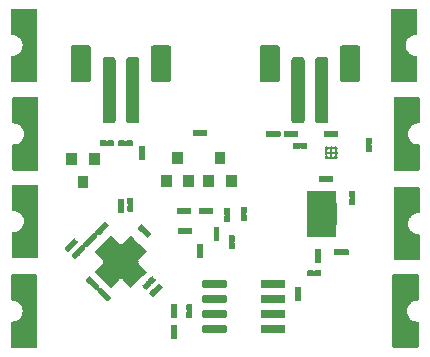
<source format=gbr>
G04 #@! TF.GenerationSoftware,KiCad,Pcbnew,(5.1.5)-3*
G04 #@! TF.CreationDate,2020-05-04T17:56:06+05:30*
G04 #@! TF.ProjectId,Battery_Charger,42617474-6572-4795-9f43-686172676572,rev?*
G04 #@! TF.SameCoordinates,Original*
G04 #@! TF.FileFunction,Soldermask,Top*
G04 #@! TF.FilePolarity,Negative*
%FSLAX46Y46*%
G04 Gerber Fmt 4.6, Leading zero omitted, Abs format (unit mm)*
G04 Created by KiCad (PCBNEW (5.1.5)-3) date 2020-05-04 17:56:06*
%MOMM*%
%LPD*%
G04 APERTURE LIST*
%ADD10C,0.100000*%
G04 APERTURE END LIST*
D10*
G36*
X137299050Y-87088753D02*
G01*
X137300000Y-87088753D01*
X137300385Y-87088754D01*
X137300784Y-87088757D01*
X137300783Y-87088931D01*
X137300823Y-87088935D01*
X137300824Y-87088757D01*
X137301223Y-87088760D01*
X137303244Y-87088881D01*
X137305992Y-87088610D01*
X137309253Y-87088805D01*
X137309643Y-87088817D01*
X137311519Y-87089027D01*
X137312012Y-87089080D01*
X137318125Y-87090376D01*
X137318134Y-87090377D01*
X137322362Y-87091273D01*
X137322665Y-87091337D01*
X137325583Y-87091937D01*
X137333276Y-87093519D01*
X137338975Y-87095954D01*
X137339034Y-87095973D01*
X137343182Y-87097745D01*
X137347706Y-87099652D01*
X137347752Y-87099677D01*
X137353529Y-87102112D01*
X137353650Y-87102178D01*
X137362346Y-87108140D01*
X137363165Y-87108697D01*
X137371251Y-87114148D01*
X137371468Y-87114329D01*
X137378317Y-87121320D01*
X137378928Y-87121939D01*
X137386614Y-87129676D01*
X137386859Y-87129979D01*
X137392416Y-87138480D01*
X137392965Y-87139312D01*
X137398579Y-87147753D01*
X137398663Y-87147913D01*
X137401012Y-87153715D01*
X137401018Y-87153727D01*
X137402782Y-87158087D01*
X137404552Y-87162388D01*
X137404559Y-87162412D01*
X137406875Y-87168041D01*
X137408029Y-87174051D01*
X137408063Y-87174165D01*
X137408936Y-87178712D01*
X137409871Y-87183464D01*
X137409879Y-87183551D01*
X137411092Y-87189713D01*
X137411113Y-87189937D01*
X137411306Y-87191904D01*
X137411852Y-87203051D01*
X137411852Y-89198197D01*
X137411158Y-89209870D01*
X137411055Y-89210787D01*
X137410914Y-89212130D01*
X137408911Y-89221547D01*
X137408555Y-89223282D01*
X137406718Y-89232561D01*
X137406476Y-89233342D01*
X137402648Y-89242279D01*
X137401995Y-89243832D01*
X137398307Y-89252771D01*
X137397977Y-89253382D01*
X137392660Y-89261150D01*
X137391704Y-89262567D01*
X137386230Y-89270804D01*
X137385720Y-89271420D01*
X137378824Y-89278175D01*
X137377616Y-89279375D01*
X137370812Y-89286224D01*
X137370024Y-89286866D01*
X137361604Y-89292367D01*
X137360052Y-89293398D01*
X137352804Y-89298289D01*
X137352018Y-89298706D01*
X137343137Y-89302296D01*
X137341544Y-89302952D01*
X137332637Y-89306696D01*
X137331836Y-89306937D01*
X137322370Y-89308743D01*
X137320664Y-89309080D01*
X137311297Y-89311002D01*
X137310008Y-89311128D01*
X137308869Y-89311248D01*
X137294664Y-89312042D01*
X137294669Y-89312131D01*
X137286159Y-89312637D01*
X137127631Y-89330418D01*
X137103767Y-89335490D01*
X136962017Y-89380457D01*
X136939595Y-89390067D01*
X136809273Y-89461712D01*
X136789144Y-89475496D01*
X136675212Y-89571097D01*
X136664051Y-89582492D01*
X136663985Y-89582426D01*
X136663984Y-89582427D01*
X136662548Y-89584028D01*
X136658152Y-89588516D01*
X136654966Y-89592478D01*
X136654955Y-89592490D01*
X136564958Y-89704424D01*
X136551600Y-89724839D01*
X136536485Y-89753752D01*
X136536484Y-89753752D01*
X136482699Y-89856633D01*
X136473561Y-89879253D01*
X136431571Y-90021923D01*
X136426999Y-90045886D01*
X136413520Y-90193991D01*
X136413691Y-90218386D01*
X136429236Y-90366287D01*
X136434141Y-90390185D01*
X136478120Y-90532256D01*
X136487574Y-90554744D01*
X136558309Y-90685566D01*
X136571951Y-90705791D01*
X136666748Y-90820381D01*
X136684059Y-90837572D01*
X136799306Y-90931564D01*
X136819624Y-90945063D01*
X136950937Y-91014884D01*
X136973492Y-91024181D01*
X137115859Y-91067164D01*
X137139790Y-91071902D01*
X137309166Y-91088510D01*
X137317046Y-91089760D01*
X137320896Y-91090967D01*
X137326620Y-91092141D01*
X137328039Y-91092289D01*
X137329398Y-91092867D01*
X137334975Y-91094636D01*
X137337837Y-91095243D01*
X137339171Y-91095734D01*
X137341677Y-91097102D01*
X137347048Y-91099360D01*
X137348431Y-91099788D01*
X137349658Y-91100622D01*
X137354804Y-91103451D01*
X137357440Y-91104579D01*
X137358661Y-91105324D01*
X137360889Y-91107180D01*
X137365722Y-91110437D01*
X137366998Y-91111125D01*
X137368023Y-91112167D01*
X137372515Y-91115936D01*
X137374933Y-91117590D01*
X137375902Y-91118481D01*
X137377699Y-91120704D01*
X137381811Y-91124846D01*
X137382956Y-91125793D01*
X137383792Y-91127061D01*
X137387423Y-91131578D01*
X137389483Y-91133680D01*
X137390324Y-91134830D01*
X137391664Y-91137370D01*
X137394895Y-91142231D01*
X137395791Y-91143328D01*
X137396343Y-91144682D01*
X137399059Y-91149877D01*
X137400663Y-91152326D01*
X137401252Y-91153588D01*
X137402067Y-91156327D01*
X137404301Y-91161747D01*
X137404976Y-91163015D01*
X137405255Y-91164453D01*
X137406909Y-91170075D01*
X137408008Y-91172793D01*
X137408342Y-91174152D01*
X137408608Y-91176986D01*
X137409746Y-91182734D01*
X137410160Y-91184102D01*
X137410154Y-91185564D01*
X137410685Y-91191401D01*
X137411486Y-91195593D01*
X137411852Y-91203064D01*
X137411852Y-93193151D01*
X137411247Y-93199050D01*
X137411247Y-93200000D01*
X137411246Y-93200385D01*
X137411243Y-93200784D01*
X137411069Y-93200783D01*
X137411065Y-93200823D01*
X137411243Y-93200824D01*
X137411240Y-93201223D01*
X137411119Y-93203244D01*
X137411390Y-93205992D01*
X137411195Y-93209253D01*
X137411183Y-93209643D01*
X137410973Y-93211519D01*
X137410920Y-93212012D01*
X137409624Y-93218125D01*
X137409623Y-93218134D01*
X137408727Y-93222362D01*
X137408648Y-93222738D01*
X137406481Y-93233276D01*
X137404046Y-93238975D01*
X137404027Y-93239034D01*
X137402255Y-93243182D01*
X137400348Y-93247706D01*
X137400323Y-93247752D01*
X137397888Y-93253529D01*
X137397822Y-93253650D01*
X137391860Y-93262346D01*
X137391303Y-93263165D01*
X137385852Y-93271251D01*
X137385671Y-93271468D01*
X137378680Y-93278317D01*
X137378061Y-93278928D01*
X137370324Y-93286614D01*
X137370022Y-93286858D01*
X137361614Y-93292354D01*
X137360781Y-93292903D01*
X137352249Y-93298577D01*
X137352082Y-93298665D01*
X137346285Y-93301012D01*
X137346273Y-93301018D01*
X137341913Y-93302782D01*
X137337612Y-93304552D01*
X137337588Y-93304559D01*
X137331959Y-93306875D01*
X137325949Y-93308029D01*
X137325835Y-93308063D01*
X137321288Y-93308936D01*
X137316536Y-93309871D01*
X137316449Y-93309879D01*
X137310287Y-93311092D01*
X137310063Y-93311113D01*
X137308096Y-93311306D01*
X137296949Y-93311852D01*
X135306849Y-93311852D01*
X135300950Y-93311247D01*
X135300000Y-93311247D01*
X135299615Y-93311246D01*
X135299216Y-93311243D01*
X135299217Y-93311069D01*
X135299177Y-93311065D01*
X135299176Y-93311243D01*
X135298777Y-93311240D01*
X135296756Y-93311119D01*
X135294008Y-93311390D01*
X135290747Y-93311195D01*
X135290357Y-93311183D01*
X135288481Y-93310973D01*
X135287988Y-93310920D01*
X135281875Y-93309624D01*
X135281866Y-93309623D01*
X135277638Y-93308727D01*
X135277335Y-93308663D01*
X135273712Y-93307918D01*
X135266724Y-93306481D01*
X135261025Y-93304046D01*
X135260966Y-93304027D01*
X135256818Y-93302255D01*
X135252294Y-93300348D01*
X135252248Y-93300323D01*
X135246471Y-93297888D01*
X135246350Y-93297822D01*
X135237654Y-93291860D01*
X135236835Y-93291303D01*
X135228749Y-93285852D01*
X135228532Y-93285671D01*
X135221683Y-93278680D01*
X135221072Y-93278061D01*
X135213386Y-93270324D01*
X135213142Y-93270022D01*
X135207646Y-93261614D01*
X135207097Y-93260781D01*
X135201423Y-93252249D01*
X135201335Y-93252082D01*
X135198988Y-93246285D01*
X135198982Y-93246273D01*
X135197218Y-93241913D01*
X135195448Y-93237612D01*
X135195441Y-93237588D01*
X135193125Y-93231959D01*
X135191971Y-93225949D01*
X135191937Y-93225835D01*
X135191064Y-93221288D01*
X135190129Y-93216536D01*
X135190121Y-93216449D01*
X135188908Y-93210287D01*
X135188887Y-93210063D01*
X135188694Y-93208096D01*
X135188148Y-93196949D01*
X135188148Y-87206849D01*
X135188753Y-87200950D01*
X135188753Y-87200000D01*
X135188754Y-87199615D01*
X135188757Y-87199216D01*
X135188931Y-87199217D01*
X135188935Y-87199177D01*
X135188757Y-87199176D01*
X135188760Y-87198777D01*
X135188881Y-87196756D01*
X135188610Y-87194008D01*
X135188805Y-87190747D01*
X135188817Y-87190357D01*
X135189027Y-87188481D01*
X135189080Y-87187988D01*
X135190376Y-87181875D01*
X135190377Y-87181866D01*
X135191311Y-87177460D01*
X135192281Y-87172745D01*
X135193519Y-87166724D01*
X135195954Y-87161025D01*
X135195973Y-87160966D01*
X135197745Y-87156818D01*
X135199652Y-87152294D01*
X135199677Y-87152248D01*
X135202112Y-87146471D01*
X135202178Y-87146350D01*
X135208140Y-87137654D01*
X135208697Y-87136835D01*
X135214148Y-87128749D01*
X135214329Y-87128532D01*
X135221320Y-87121683D01*
X135221939Y-87121072D01*
X135229676Y-87113386D01*
X135229978Y-87113142D01*
X135238386Y-87107646D01*
X135239219Y-87107097D01*
X135247751Y-87101423D01*
X135247918Y-87101335D01*
X135253715Y-87098988D01*
X135253727Y-87098982D01*
X135258087Y-87097218D01*
X135262388Y-87095448D01*
X135262412Y-87095441D01*
X135268041Y-87093125D01*
X135274051Y-87091971D01*
X135274165Y-87091937D01*
X135278712Y-87091064D01*
X135283464Y-87090129D01*
X135283551Y-87090121D01*
X135289713Y-87088908D01*
X135289937Y-87088887D01*
X135291904Y-87088694D01*
X135303051Y-87088148D01*
X137293151Y-87088148D01*
X137299050Y-87088753D01*
G37*
G36*
X104999050Y-87088753D02*
G01*
X105000000Y-87088753D01*
X105000385Y-87088754D01*
X105000784Y-87088757D01*
X105000783Y-87088931D01*
X105000823Y-87088935D01*
X105000824Y-87088757D01*
X105001223Y-87088760D01*
X105003244Y-87088881D01*
X105005992Y-87088610D01*
X105009253Y-87088805D01*
X105009643Y-87088817D01*
X105011519Y-87089027D01*
X105012012Y-87089080D01*
X105018125Y-87090376D01*
X105018134Y-87090377D01*
X105022362Y-87091273D01*
X105022665Y-87091337D01*
X105025583Y-87091937D01*
X105033276Y-87093519D01*
X105038975Y-87095954D01*
X105039034Y-87095973D01*
X105043182Y-87097745D01*
X105047706Y-87099652D01*
X105047752Y-87099677D01*
X105053529Y-87102112D01*
X105053650Y-87102178D01*
X105062346Y-87108140D01*
X105063165Y-87108697D01*
X105071251Y-87114148D01*
X105071468Y-87114329D01*
X105078317Y-87121320D01*
X105078928Y-87121939D01*
X105086614Y-87129676D01*
X105086858Y-87129978D01*
X105092354Y-87138386D01*
X105092903Y-87139219D01*
X105098577Y-87147751D01*
X105098665Y-87147918D01*
X105101012Y-87153715D01*
X105101018Y-87153727D01*
X105102782Y-87158087D01*
X105104552Y-87162388D01*
X105104559Y-87162412D01*
X105106875Y-87168041D01*
X105108029Y-87174051D01*
X105108063Y-87174165D01*
X105108936Y-87178712D01*
X105109871Y-87183464D01*
X105109879Y-87183551D01*
X105111092Y-87189713D01*
X105111113Y-87189937D01*
X105111306Y-87191904D01*
X105111852Y-87203051D01*
X105111852Y-93193151D01*
X105111247Y-93199050D01*
X105111247Y-93200000D01*
X105111246Y-93200385D01*
X105111243Y-93200784D01*
X105111069Y-93200783D01*
X105111065Y-93200823D01*
X105111243Y-93200824D01*
X105111240Y-93201223D01*
X105111119Y-93203244D01*
X105111390Y-93205992D01*
X105111195Y-93209253D01*
X105111183Y-93209643D01*
X105110973Y-93211519D01*
X105110920Y-93212012D01*
X105109624Y-93218125D01*
X105109623Y-93218134D01*
X105108727Y-93222362D01*
X105108648Y-93222738D01*
X105106481Y-93233276D01*
X105104046Y-93238975D01*
X105104027Y-93239034D01*
X105102255Y-93243182D01*
X105100348Y-93247706D01*
X105100323Y-93247752D01*
X105097888Y-93253529D01*
X105097822Y-93253650D01*
X105091860Y-93262346D01*
X105091303Y-93263165D01*
X105085852Y-93271251D01*
X105085671Y-93271468D01*
X105078680Y-93278317D01*
X105078061Y-93278928D01*
X105070324Y-93286614D01*
X105070022Y-93286858D01*
X105061614Y-93292354D01*
X105060781Y-93292903D01*
X105052249Y-93298577D01*
X105052082Y-93298665D01*
X105046285Y-93301012D01*
X105046273Y-93301018D01*
X105041913Y-93302782D01*
X105037612Y-93304552D01*
X105037588Y-93304559D01*
X105031959Y-93306875D01*
X105025949Y-93308029D01*
X105025835Y-93308063D01*
X105021288Y-93308936D01*
X105016536Y-93309871D01*
X105016449Y-93309879D01*
X105010287Y-93311092D01*
X105010063Y-93311113D01*
X105008096Y-93311306D01*
X104996949Y-93311852D01*
X103006849Y-93311852D01*
X103000950Y-93311247D01*
X103000000Y-93311247D01*
X102999615Y-93311246D01*
X102999216Y-93311243D01*
X102999217Y-93311069D01*
X102999177Y-93311065D01*
X102999176Y-93311243D01*
X102998777Y-93311240D01*
X102996756Y-93311119D01*
X102994008Y-93311390D01*
X102990747Y-93311195D01*
X102990357Y-93311183D01*
X102988481Y-93310973D01*
X102987988Y-93310920D01*
X102981875Y-93309624D01*
X102981866Y-93309623D01*
X102977638Y-93308727D01*
X102977335Y-93308663D01*
X102973712Y-93307918D01*
X102966724Y-93306481D01*
X102961025Y-93304046D01*
X102960966Y-93304027D01*
X102956818Y-93302255D01*
X102952294Y-93300348D01*
X102952248Y-93300323D01*
X102946471Y-93297888D01*
X102946350Y-93297822D01*
X102937654Y-93291860D01*
X102936835Y-93291303D01*
X102928749Y-93285852D01*
X102928532Y-93285671D01*
X102921683Y-93278680D01*
X102921072Y-93278061D01*
X102913386Y-93270324D01*
X102913141Y-93270021D01*
X102907584Y-93261520D01*
X102907035Y-93260688D01*
X102901421Y-93252247D01*
X102901337Y-93252087D01*
X102898988Y-93246285D01*
X102898982Y-93246273D01*
X102897218Y-93241913D01*
X102895448Y-93237612D01*
X102895441Y-93237588D01*
X102893125Y-93231959D01*
X102891971Y-93225949D01*
X102891937Y-93225835D01*
X102891064Y-93221288D01*
X102890129Y-93216536D01*
X102890121Y-93216449D01*
X102888908Y-93210287D01*
X102888887Y-93210063D01*
X102888694Y-93208096D01*
X102888148Y-93196949D01*
X102888148Y-91201803D01*
X102888842Y-91190130D01*
X102888945Y-91189213D01*
X102889086Y-91187870D01*
X102891089Y-91178453D01*
X102891445Y-91176718D01*
X102893282Y-91167439D01*
X102893524Y-91166658D01*
X102897352Y-91157721D01*
X102898005Y-91156168D01*
X102901693Y-91147229D01*
X102902023Y-91146618D01*
X102907340Y-91138850D01*
X102908296Y-91137433D01*
X102913770Y-91129196D01*
X102914280Y-91128580D01*
X102921176Y-91121825D01*
X102922384Y-91120625D01*
X102929188Y-91113776D01*
X102929976Y-91113134D01*
X102938396Y-91107633D01*
X102939948Y-91106602D01*
X102947196Y-91101711D01*
X102947982Y-91101294D01*
X102956863Y-91097704D01*
X102958456Y-91097048D01*
X102967363Y-91093304D01*
X102968164Y-91093063D01*
X102977630Y-91091257D01*
X102979336Y-91090920D01*
X102988703Y-91088998D01*
X102989992Y-91088872D01*
X102991131Y-91088752D01*
X103005336Y-91087958D01*
X103005331Y-91087869D01*
X103013841Y-91087363D01*
X103172369Y-91069582D01*
X103196233Y-91064510D01*
X103337983Y-91019543D01*
X103360405Y-91009933D01*
X103490727Y-90938288D01*
X103510856Y-90924504D01*
X103624788Y-90828903D01*
X103635949Y-90817508D01*
X103636015Y-90817574D01*
X103636016Y-90817573D01*
X103637452Y-90815972D01*
X103641848Y-90811484D01*
X103645035Y-90807521D01*
X103645045Y-90807510D01*
X103735042Y-90695576D01*
X103748400Y-90675161D01*
X103763515Y-90646248D01*
X103763516Y-90646248D01*
X103817301Y-90543367D01*
X103826439Y-90520747D01*
X103868429Y-90378077D01*
X103873001Y-90354114D01*
X103886480Y-90206009D01*
X103886309Y-90181614D01*
X103870764Y-90033713D01*
X103865859Y-90009815D01*
X103821880Y-89867744D01*
X103812426Y-89845256D01*
X103741691Y-89714434D01*
X103728049Y-89694209D01*
X103633252Y-89579619D01*
X103615941Y-89562428D01*
X103500694Y-89468436D01*
X103480376Y-89454937D01*
X103349063Y-89385116D01*
X103326508Y-89375819D01*
X103184141Y-89332836D01*
X103160210Y-89328098D01*
X102990834Y-89311490D01*
X102982954Y-89310240D01*
X102979104Y-89309033D01*
X102973380Y-89307859D01*
X102971961Y-89307711D01*
X102970602Y-89307133D01*
X102965025Y-89305364D01*
X102962163Y-89304757D01*
X102960829Y-89304266D01*
X102958323Y-89302898D01*
X102952952Y-89300640D01*
X102951569Y-89300212D01*
X102950342Y-89299378D01*
X102945196Y-89296549D01*
X102942560Y-89295421D01*
X102941339Y-89294676D01*
X102939111Y-89292820D01*
X102934278Y-89289563D01*
X102933002Y-89288875D01*
X102931977Y-89287833D01*
X102927485Y-89284064D01*
X102925067Y-89282410D01*
X102924098Y-89281519D01*
X102922301Y-89279296D01*
X102918189Y-89275154D01*
X102917044Y-89274207D01*
X102916208Y-89272939D01*
X102912577Y-89268422D01*
X102910517Y-89266320D01*
X102909676Y-89265170D01*
X102908336Y-89262630D01*
X102905105Y-89257769D01*
X102904209Y-89256672D01*
X102903657Y-89255318D01*
X102900941Y-89250123D01*
X102899337Y-89247674D01*
X102898748Y-89246412D01*
X102897933Y-89243673D01*
X102895699Y-89238253D01*
X102895024Y-89236985D01*
X102894745Y-89235547D01*
X102893091Y-89229925D01*
X102891992Y-89227207D01*
X102891658Y-89225848D01*
X102891392Y-89223014D01*
X102890254Y-89217266D01*
X102889840Y-89215898D01*
X102889846Y-89214436D01*
X102889315Y-89208599D01*
X102888514Y-89204407D01*
X102888148Y-89196936D01*
X102888148Y-87206849D01*
X102888753Y-87200950D01*
X102888753Y-87200000D01*
X102888754Y-87199615D01*
X102888757Y-87199216D01*
X102888931Y-87199217D01*
X102888935Y-87199177D01*
X102888757Y-87199176D01*
X102888760Y-87198777D01*
X102888881Y-87196756D01*
X102888610Y-87194008D01*
X102888805Y-87190747D01*
X102888817Y-87190357D01*
X102889027Y-87188481D01*
X102889080Y-87187988D01*
X102890376Y-87181875D01*
X102890377Y-87181866D01*
X102891311Y-87177460D01*
X102892281Y-87172745D01*
X102893519Y-87166724D01*
X102895954Y-87161025D01*
X102895973Y-87160966D01*
X102897745Y-87156818D01*
X102899652Y-87152294D01*
X102899677Y-87152248D01*
X102902112Y-87146471D01*
X102902178Y-87146350D01*
X102908140Y-87137654D01*
X102908697Y-87136835D01*
X102914148Y-87128749D01*
X102914329Y-87128532D01*
X102921320Y-87121683D01*
X102921939Y-87121072D01*
X102929676Y-87113386D01*
X102929978Y-87113142D01*
X102938386Y-87107646D01*
X102939219Y-87107097D01*
X102947751Y-87101423D01*
X102947918Y-87101335D01*
X102953715Y-87098988D01*
X102953727Y-87098982D01*
X102958087Y-87097218D01*
X102962388Y-87095448D01*
X102962412Y-87095441D01*
X102968041Y-87093125D01*
X102974051Y-87091971D01*
X102974165Y-87091937D01*
X102978712Y-87091064D01*
X102983464Y-87090129D01*
X102983551Y-87090121D01*
X102989713Y-87088908D01*
X102989937Y-87088887D01*
X102991904Y-87088694D01*
X103003051Y-87088148D01*
X104993151Y-87088148D01*
X104999050Y-87088753D01*
G37*
G36*
X116900170Y-91400803D02*
G01*
X116911875Y-91404354D01*
X116922665Y-91410121D01*
X116932119Y-91417881D01*
X116939879Y-91427335D01*
X116945646Y-91438125D01*
X116949197Y-91449830D01*
X116951000Y-91468138D01*
X116951000Y-91891862D01*
X116949197Y-91910170D01*
X116945645Y-91921877D01*
X116935383Y-91941077D01*
X116926006Y-91963716D01*
X116921226Y-91987749D01*
X116921226Y-92012253D01*
X116926007Y-92036286D01*
X116935383Y-92058923D01*
X116945645Y-92078123D01*
X116949197Y-92089830D01*
X116951000Y-92108138D01*
X116951000Y-92531862D01*
X116949197Y-92550170D01*
X116945646Y-92561875D01*
X116939879Y-92572665D01*
X116932119Y-92582119D01*
X116922665Y-92589879D01*
X116911875Y-92595646D01*
X116900170Y-92599197D01*
X116881862Y-92601000D01*
X116518138Y-92601000D01*
X116499830Y-92599197D01*
X116488125Y-92595646D01*
X116477335Y-92589879D01*
X116467881Y-92582119D01*
X116460121Y-92572665D01*
X116454354Y-92561875D01*
X116450803Y-92550170D01*
X116449000Y-92531862D01*
X116449000Y-92108138D01*
X116450803Y-92089830D01*
X116454355Y-92078123D01*
X116464617Y-92058923D01*
X116473994Y-92036284D01*
X116478774Y-92012251D01*
X116478774Y-91987747D01*
X116473993Y-91963714D01*
X116464617Y-91941077D01*
X116454355Y-91921877D01*
X116450803Y-91910170D01*
X116449000Y-91891862D01*
X116449000Y-91468138D01*
X116450803Y-91449830D01*
X116454354Y-91438125D01*
X116460121Y-91427335D01*
X116467881Y-91417881D01*
X116477335Y-91410121D01*
X116488125Y-91404354D01*
X116499830Y-91400803D01*
X116518138Y-91399000D01*
X116881862Y-91399000D01*
X116900170Y-91400803D01*
G37*
G36*
X126009928Y-91356764D02*
G01*
X126031009Y-91363160D01*
X126050445Y-91373548D01*
X126067476Y-91387524D01*
X126081452Y-91404555D01*
X126091840Y-91423991D01*
X126098236Y-91445072D01*
X126101000Y-91473140D01*
X126101000Y-91936860D01*
X126098236Y-91964928D01*
X126091840Y-91986009D01*
X126081452Y-92005445D01*
X126067476Y-92022476D01*
X126050445Y-92036452D01*
X126031009Y-92046840D01*
X126009928Y-92053236D01*
X125981860Y-92056000D01*
X124168140Y-92056000D01*
X124140072Y-92053236D01*
X124118991Y-92046840D01*
X124099555Y-92036452D01*
X124082524Y-92022476D01*
X124068548Y-92005445D01*
X124058160Y-91986009D01*
X124051764Y-91964928D01*
X124049000Y-91936860D01*
X124049000Y-91473140D01*
X124051764Y-91445072D01*
X124058160Y-91423991D01*
X124068548Y-91404555D01*
X124082524Y-91387524D01*
X124099555Y-91373548D01*
X124118991Y-91363160D01*
X124140072Y-91356764D01*
X124168140Y-91354000D01*
X125981860Y-91354000D01*
X126009928Y-91356764D01*
G37*
G36*
X121059928Y-91356764D02*
G01*
X121081009Y-91363160D01*
X121100445Y-91373548D01*
X121117476Y-91387524D01*
X121131452Y-91404555D01*
X121141840Y-91423991D01*
X121148236Y-91445072D01*
X121151000Y-91473140D01*
X121151000Y-91936860D01*
X121148236Y-91964928D01*
X121141840Y-91986009D01*
X121131452Y-92005445D01*
X121117476Y-92022476D01*
X121100445Y-92036452D01*
X121081009Y-92046840D01*
X121059928Y-92053236D01*
X121031860Y-92056000D01*
X119218140Y-92056000D01*
X119190072Y-92053236D01*
X119168991Y-92046840D01*
X119149555Y-92036452D01*
X119132524Y-92022476D01*
X119118548Y-92005445D01*
X119108160Y-91986009D01*
X119101764Y-91964928D01*
X119099000Y-91936860D01*
X119099000Y-91473140D01*
X119101764Y-91445072D01*
X119108160Y-91423991D01*
X119118548Y-91404555D01*
X119132524Y-91387524D01*
X119149555Y-91373548D01*
X119168991Y-91363160D01*
X119190072Y-91356764D01*
X119218140Y-91354000D01*
X121031860Y-91354000D01*
X121059928Y-91356764D01*
G37*
G36*
X118200170Y-89600803D02*
G01*
X118211875Y-89604354D01*
X118222665Y-89610121D01*
X118232119Y-89617881D01*
X118239879Y-89627335D01*
X118245646Y-89638125D01*
X118249197Y-89649830D01*
X118251000Y-89668138D01*
X118251000Y-90091862D01*
X118249197Y-90110170D01*
X118245645Y-90121877D01*
X118235383Y-90141077D01*
X118226006Y-90163716D01*
X118221226Y-90187749D01*
X118221226Y-90212253D01*
X118226007Y-90236286D01*
X118235383Y-90258923D01*
X118245645Y-90278123D01*
X118249197Y-90289830D01*
X118251000Y-90308138D01*
X118251000Y-90731862D01*
X118249197Y-90750170D01*
X118245646Y-90761875D01*
X118239879Y-90772665D01*
X118232119Y-90782119D01*
X118222665Y-90789879D01*
X118211875Y-90795646D01*
X118200170Y-90799197D01*
X118181862Y-90801000D01*
X117818138Y-90801000D01*
X117799830Y-90799197D01*
X117788125Y-90795646D01*
X117777335Y-90789879D01*
X117767881Y-90782119D01*
X117760121Y-90772665D01*
X117754354Y-90761875D01*
X117750803Y-90750170D01*
X117749000Y-90731862D01*
X117749000Y-90308138D01*
X117750803Y-90289830D01*
X117754355Y-90278123D01*
X117764617Y-90258923D01*
X117773994Y-90236284D01*
X117778774Y-90212251D01*
X117778774Y-90187747D01*
X117773993Y-90163714D01*
X117764617Y-90141077D01*
X117754355Y-90121877D01*
X117750803Y-90110170D01*
X117749000Y-90091862D01*
X117749000Y-89668138D01*
X117750803Y-89649830D01*
X117754354Y-89638125D01*
X117760121Y-89627335D01*
X117767881Y-89617881D01*
X117777335Y-89610121D01*
X117788125Y-89604354D01*
X117799830Y-89600803D01*
X117818138Y-89599000D01*
X118181862Y-89599000D01*
X118200170Y-89600803D01*
G37*
G36*
X126009928Y-90086764D02*
G01*
X126031009Y-90093160D01*
X126050445Y-90103548D01*
X126067476Y-90117524D01*
X126081452Y-90134555D01*
X126091840Y-90153991D01*
X126098236Y-90175072D01*
X126101000Y-90203140D01*
X126101000Y-90666860D01*
X126098236Y-90694928D01*
X126091840Y-90716009D01*
X126081452Y-90735445D01*
X126067476Y-90752476D01*
X126050445Y-90766452D01*
X126031009Y-90776840D01*
X126009928Y-90783236D01*
X125981860Y-90786000D01*
X124168140Y-90786000D01*
X124140072Y-90783236D01*
X124118991Y-90776840D01*
X124099555Y-90766452D01*
X124082524Y-90752476D01*
X124068548Y-90735445D01*
X124058160Y-90716009D01*
X124051764Y-90694928D01*
X124049000Y-90666860D01*
X124049000Y-90203140D01*
X124051764Y-90175072D01*
X124058160Y-90153991D01*
X124068548Y-90134555D01*
X124082524Y-90117524D01*
X124099555Y-90103548D01*
X124118991Y-90093160D01*
X124140072Y-90086764D01*
X124168140Y-90084000D01*
X125981860Y-90084000D01*
X126009928Y-90086764D01*
G37*
G36*
X121059928Y-90086764D02*
G01*
X121081009Y-90093160D01*
X121100445Y-90103548D01*
X121117476Y-90117524D01*
X121131452Y-90134555D01*
X121141840Y-90153991D01*
X121148236Y-90175072D01*
X121151000Y-90203140D01*
X121151000Y-90666860D01*
X121148236Y-90694928D01*
X121141840Y-90716009D01*
X121131452Y-90735445D01*
X121117476Y-90752476D01*
X121100445Y-90766452D01*
X121081009Y-90776840D01*
X121059928Y-90783236D01*
X121031860Y-90786000D01*
X119218140Y-90786000D01*
X119190072Y-90783236D01*
X119168991Y-90776840D01*
X119149555Y-90766452D01*
X119132524Y-90752476D01*
X119118548Y-90735445D01*
X119108160Y-90716009D01*
X119101764Y-90694928D01*
X119099000Y-90666860D01*
X119099000Y-90203140D01*
X119101764Y-90175072D01*
X119108160Y-90153991D01*
X119118548Y-90134555D01*
X119132524Y-90117524D01*
X119149555Y-90103548D01*
X119168991Y-90093160D01*
X119190072Y-90086764D01*
X119218140Y-90084000D01*
X121031860Y-90084000D01*
X121059928Y-90086764D01*
G37*
G36*
X116900170Y-89580803D02*
G01*
X116911875Y-89584354D01*
X116922665Y-89590121D01*
X116932119Y-89597881D01*
X116939879Y-89607335D01*
X116945646Y-89618125D01*
X116949197Y-89629830D01*
X116951000Y-89648138D01*
X116951000Y-90071862D01*
X116949197Y-90090170D01*
X116945645Y-90101877D01*
X116935383Y-90121077D01*
X116926006Y-90143716D01*
X116921226Y-90167749D01*
X116921226Y-90192253D01*
X116926007Y-90216286D01*
X116935383Y-90238923D01*
X116945645Y-90258123D01*
X116949197Y-90269830D01*
X116951000Y-90288138D01*
X116951000Y-90711862D01*
X116949197Y-90730170D01*
X116945646Y-90741875D01*
X116939879Y-90752665D01*
X116932119Y-90762119D01*
X116922665Y-90769879D01*
X116911875Y-90775646D01*
X116900170Y-90779197D01*
X116881862Y-90781000D01*
X116518138Y-90781000D01*
X116499830Y-90779197D01*
X116488125Y-90775646D01*
X116477335Y-90769879D01*
X116467881Y-90762119D01*
X116460121Y-90752665D01*
X116454354Y-90741875D01*
X116450803Y-90730170D01*
X116449000Y-90711862D01*
X116449000Y-90288138D01*
X116450803Y-90269830D01*
X116454355Y-90258123D01*
X116464617Y-90238923D01*
X116473994Y-90216284D01*
X116478774Y-90192251D01*
X116478774Y-90167747D01*
X116473993Y-90143714D01*
X116464617Y-90121077D01*
X116454355Y-90101877D01*
X116450803Y-90090170D01*
X116449000Y-90071862D01*
X116449000Y-89648138D01*
X116450803Y-89629830D01*
X116454354Y-89618125D01*
X116460121Y-89607335D01*
X116467881Y-89597881D01*
X116477335Y-89590121D01*
X116488125Y-89584354D01*
X116499830Y-89580803D01*
X116518138Y-89579000D01*
X116881862Y-89579000D01*
X116900170Y-89580803D01*
G37*
G36*
X121059928Y-88816764D02*
G01*
X121081009Y-88823160D01*
X121100445Y-88833548D01*
X121117476Y-88847524D01*
X121131452Y-88864555D01*
X121141840Y-88883991D01*
X121148236Y-88905072D01*
X121151000Y-88933140D01*
X121151000Y-89396860D01*
X121148236Y-89424928D01*
X121141840Y-89446009D01*
X121131452Y-89465445D01*
X121117476Y-89482476D01*
X121100445Y-89496452D01*
X121081009Y-89506840D01*
X121059928Y-89513236D01*
X121031860Y-89516000D01*
X119218140Y-89516000D01*
X119190072Y-89513236D01*
X119168991Y-89506840D01*
X119149555Y-89496452D01*
X119132524Y-89482476D01*
X119118548Y-89465445D01*
X119108160Y-89446009D01*
X119101764Y-89424928D01*
X119099000Y-89396860D01*
X119099000Y-88933140D01*
X119101764Y-88905072D01*
X119108160Y-88883991D01*
X119118548Y-88864555D01*
X119132524Y-88847524D01*
X119149555Y-88833548D01*
X119168991Y-88823160D01*
X119190072Y-88816764D01*
X119218140Y-88814000D01*
X121031860Y-88814000D01*
X121059928Y-88816764D01*
G37*
G36*
X126009928Y-88816764D02*
G01*
X126031009Y-88823160D01*
X126050445Y-88833548D01*
X126067476Y-88847524D01*
X126081452Y-88864555D01*
X126091840Y-88883991D01*
X126098236Y-88905072D01*
X126101000Y-88933140D01*
X126101000Y-89396860D01*
X126098236Y-89424928D01*
X126091840Y-89446009D01*
X126081452Y-89465445D01*
X126067476Y-89482476D01*
X126050445Y-89496452D01*
X126031009Y-89506840D01*
X126009928Y-89513236D01*
X125981860Y-89516000D01*
X124168140Y-89516000D01*
X124140072Y-89513236D01*
X124118991Y-89506840D01*
X124099555Y-89496452D01*
X124082524Y-89482476D01*
X124068548Y-89465445D01*
X124058160Y-89446009D01*
X124051764Y-89424928D01*
X124049000Y-89396860D01*
X124049000Y-88933140D01*
X124051764Y-88905072D01*
X124058160Y-88883991D01*
X124068548Y-88864555D01*
X124082524Y-88847524D01*
X124099555Y-88833548D01*
X124118991Y-88823160D01*
X124140072Y-88816764D01*
X124168140Y-88814000D01*
X125981860Y-88814000D01*
X126009928Y-88816764D01*
G37*
G36*
X109564683Y-87225444D02*
G01*
X109576388Y-87228995D01*
X109587178Y-87234762D01*
X109601402Y-87246436D01*
X109641244Y-87286278D01*
X109641255Y-87286287D01*
X109861165Y-87506197D01*
X109861174Y-87506208D01*
X109901016Y-87546050D01*
X109912690Y-87560274D01*
X109918458Y-87571067D01*
X109924778Y-87591897D01*
X109934156Y-87614535D01*
X109947770Y-87634909D01*
X109965098Y-87652235D01*
X109985473Y-87665848D01*
X110008103Y-87675222D01*
X110028933Y-87681542D01*
X110039726Y-87687310D01*
X110053950Y-87698984D01*
X110093792Y-87738826D01*
X110093803Y-87738835D01*
X110313713Y-87958745D01*
X110313722Y-87958756D01*
X110353564Y-87998598D01*
X110365238Y-88012822D01*
X110371005Y-88023612D01*
X110374556Y-88035317D01*
X110375755Y-88047487D01*
X110374556Y-88059657D01*
X110370252Y-88073844D01*
X110365471Y-88097877D01*
X110365471Y-88122381D01*
X110370251Y-88146414D01*
X110379627Y-88169053D01*
X110393241Y-88189428D01*
X110410567Y-88206756D01*
X110430941Y-88220370D01*
X110453580Y-88229748D01*
X110477613Y-88234529D01*
X110502117Y-88234529D01*
X110526156Y-88229748D01*
X110540343Y-88225444D01*
X110552513Y-88224245D01*
X110564683Y-88225444D01*
X110576388Y-88228995D01*
X110587178Y-88234762D01*
X110601402Y-88246436D01*
X110641244Y-88286278D01*
X110641255Y-88286287D01*
X110861165Y-88506197D01*
X110861174Y-88506208D01*
X110901016Y-88546050D01*
X110912690Y-88560274D01*
X110918458Y-88571067D01*
X110924778Y-88591897D01*
X110934156Y-88614535D01*
X110947770Y-88634909D01*
X110965098Y-88652235D01*
X110985473Y-88665848D01*
X111008103Y-88675222D01*
X111028933Y-88681542D01*
X111039726Y-88687310D01*
X111053950Y-88698984D01*
X111093792Y-88738826D01*
X111093803Y-88738835D01*
X111313713Y-88958745D01*
X111313722Y-88958756D01*
X111353564Y-88998598D01*
X111365238Y-89012822D01*
X111371005Y-89023612D01*
X111374556Y-89035317D01*
X111375755Y-89047487D01*
X111374556Y-89059657D01*
X111371005Y-89071362D01*
X111365238Y-89082152D01*
X111353564Y-89096376D01*
X111313722Y-89136218D01*
X111313713Y-89136229D01*
X111136229Y-89313713D01*
X111136218Y-89313722D01*
X111096376Y-89353564D01*
X111082152Y-89365238D01*
X111071362Y-89371005D01*
X111059657Y-89374556D01*
X111047487Y-89375755D01*
X111035317Y-89374556D01*
X111023612Y-89371005D01*
X111012822Y-89365238D01*
X110998598Y-89353564D01*
X110958756Y-89313722D01*
X110958745Y-89313713D01*
X110738835Y-89093803D01*
X110738826Y-89093792D01*
X110698984Y-89053950D01*
X110687310Y-89039726D01*
X110681542Y-89028933D01*
X110675222Y-89008103D01*
X110665844Y-88985465D01*
X110652230Y-88965091D01*
X110634902Y-88947765D01*
X110614527Y-88934152D01*
X110591897Y-88924778D01*
X110571067Y-88918458D01*
X110560274Y-88912690D01*
X110546050Y-88901016D01*
X110506208Y-88861174D01*
X110506197Y-88861165D01*
X110286287Y-88641255D01*
X110286278Y-88641244D01*
X110246436Y-88601402D01*
X110234762Y-88587178D01*
X110228995Y-88576388D01*
X110225444Y-88564683D01*
X110224245Y-88552513D01*
X110225444Y-88540343D01*
X110229748Y-88526156D01*
X110234529Y-88502123D01*
X110234529Y-88477619D01*
X110229749Y-88453586D01*
X110220373Y-88430947D01*
X110206759Y-88410572D01*
X110189433Y-88393244D01*
X110169059Y-88379630D01*
X110146420Y-88370252D01*
X110122387Y-88365471D01*
X110097883Y-88365471D01*
X110073844Y-88370252D01*
X110059657Y-88374556D01*
X110047487Y-88375755D01*
X110035317Y-88374556D01*
X110023612Y-88371005D01*
X110012822Y-88365238D01*
X109998598Y-88353564D01*
X109958756Y-88313722D01*
X109958745Y-88313713D01*
X109738835Y-88093803D01*
X109738826Y-88093792D01*
X109698984Y-88053950D01*
X109687310Y-88039726D01*
X109681542Y-88028933D01*
X109675222Y-88008103D01*
X109665844Y-87985465D01*
X109652230Y-87965091D01*
X109634902Y-87947765D01*
X109614527Y-87934152D01*
X109591897Y-87924778D01*
X109571067Y-87918458D01*
X109560274Y-87912690D01*
X109546050Y-87901016D01*
X109506208Y-87861174D01*
X109506197Y-87861165D01*
X109286287Y-87641255D01*
X109286278Y-87641244D01*
X109246436Y-87601402D01*
X109234762Y-87587178D01*
X109228995Y-87576388D01*
X109225444Y-87564683D01*
X109224245Y-87552513D01*
X109225444Y-87540343D01*
X109228995Y-87528638D01*
X109234762Y-87517848D01*
X109246436Y-87503624D01*
X109286278Y-87463782D01*
X109286287Y-87463771D01*
X109463771Y-87286287D01*
X109463782Y-87286278D01*
X109503624Y-87246436D01*
X109517848Y-87234762D01*
X109528638Y-87228995D01*
X109540343Y-87225444D01*
X109552513Y-87224245D01*
X109564683Y-87225444D01*
G37*
G36*
X127400170Y-88125803D02*
G01*
X127411875Y-88129354D01*
X127422665Y-88135121D01*
X127432119Y-88142881D01*
X127439879Y-88152335D01*
X127445646Y-88163125D01*
X127449197Y-88174830D01*
X127451000Y-88193138D01*
X127451000Y-88616862D01*
X127449197Y-88635170D01*
X127445645Y-88646877D01*
X127435383Y-88666077D01*
X127426006Y-88688716D01*
X127421226Y-88712749D01*
X127421226Y-88737253D01*
X127426007Y-88761286D01*
X127435383Y-88783923D01*
X127445645Y-88803123D01*
X127449197Y-88814830D01*
X127451000Y-88833138D01*
X127451000Y-89256862D01*
X127449197Y-89275170D01*
X127445646Y-89286875D01*
X127439879Y-89297665D01*
X127432119Y-89307119D01*
X127422665Y-89314879D01*
X127411875Y-89320646D01*
X127400170Y-89324197D01*
X127381862Y-89326000D01*
X127018138Y-89326000D01*
X126999830Y-89324197D01*
X126988125Y-89320646D01*
X126977335Y-89314879D01*
X126967881Y-89307119D01*
X126960121Y-89297665D01*
X126954354Y-89286875D01*
X126950803Y-89275170D01*
X126949000Y-89256862D01*
X126949000Y-88833138D01*
X126950803Y-88814830D01*
X126954355Y-88803123D01*
X126964617Y-88783923D01*
X126973994Y-88761284D01*
X126978774Y-88737251D01*
X126978774Y-88712747D01*
X126973993Y-88688714D01*
X126964617Y-88666077D01*
X126954355Y-88646877D01*
X126950803Y-88635170D01*
X126949000Y-88616862D01*
X126949000Y-88193138D01*
X126950803Y-88174830D01*
X126954354Y-88163125D01*
X126960121Y-88152335D01*
X126967881Y-88142881D01*
X126977335Y-88135121D01*
X126988125Y-88129354D01*
X126999830Y-88125803D01*
X127018138Y-88124000D01*
X127381862Y-88124000D01*
X127400170Y-88125803D01*
G37*
G36*
X115433357Y-87851744D02*
G01*
X115445062Y-87855295D01*
X115455852Y-87861062D01*
X115470076Y-87872736D01*
X115509918Y-87912578D01*
X115509929Y-87912587D01*
X115687413Y-88090071D01*
X115687422Y-88090082D01*
X115727264Y-88129924D01*
X115738938Y-88144148D01*
X115744705Y-88154938D01*
X115748256Y-88166643D01*
X115749455Y-88178813D01*
X115748256Y-88190983D01*
X115744705Y-88202688D01*
X115738938Y-88213478D01*
X115727264Y-88227702D01*
X115687422Y-88267544D01*
X115687413Y-88267555D01*
X115467503Y-88487465D01*
X115467492Y-88487474D01*
X115427650Y-88527316D01*
X115413426Y-88538990D01*
X115402633Y-88544758D01*
X115381803Y-88551078D01*
X115359165Y-88560456D01*
X115338791Y-88574070D01*
X115321465Y-88591398D01*
X115307852Y-88611773D01*
X115298478Y-88634403D01*
X115292158Y-88655233D01*
X115286390Y-88666026D01*
X115274716Y-88680250D01*
X115234874Y-88720092D01*
X115234865Y-88720103D01*
X115014955Y-88940013D01*
X115014944Y-88940022D01*
X114975102Y-88979864D01*
X114960878Y-88991538D01*
X114950088Y-88997305D01*
X114938383Y-89000856D01*
X114926213Y-89002055D01*
X114914043Y-89000856D01*
X114902338Y-88997305D01*
X114891548Y-88991538D01*
X114877324Y-88979864D01*
X114837482Y-88940022D01*
X114837471Y-88940013D01*
X114659987Y-88762529D01*
X114659978Y-88762518D01*
X114620136Y-88722676D01*
X114608462Y-88708452D01*
X114602695Y-88697662D01*
X114599144Y-88685957D01*
X114597945Y-88673787D01*
X114599144Y-88661617D01*
X114602695Y-88649912D01*
X114608462Y-88639122D01*
X114620136Y-88624898D01*
X114659978Y-88585056D01*
X114659987Y-88585045D01*
X114879897Y-88365135D01*
X114879908Y-88365126D01*
X114919750Y-88325284D01*
X114933974Y-88313610D01*
X114944767Y-88307842D01*
X114965597Y-88301522D01*
X114988235Y-88292144D01*
X115008609Y-88278530D01*
X115025935Y-88261202D01*
X115039548Y-88240827D01*
X115048922Y-88218197D01*
X115055242Y-88197367D01*
X115061010Y-88186574D01*
X115072684Y-88172350D01*
X115112526Y-88132508D01*
X115112535Y-88132497D01*
X115332445Y-87912587D01*
X115332456Y-87912578D01*
X115372298Y-87872736D01*
X115386522Y-87861062D01*
X115397312Y-87855295D01*
X115409017Y-87851744D01*
X115421187Y-87850545D01*
X115433357Y-87851744D01*
G37*
G36*
X114859657Y-87225444D02*
G01*
X114871362Y-87228995D01*
X114882152Y-87234762D01*
X114896376Y-87246436D01*
X114936218Y-87286278D01*
X114936229Y-87286287D01*
X115113713Y-87463771D01*
X115113722Y-87463782D01*
X115153564Y-87503624D01*
X115165238Y-87517848D01*
X115171005Y-87528638D01*
X115174556Y-87540343D01*
X115175755Y-87552513D01*
X115174556Y-87564683D01*
X115171005Y-87576388D01*
X115165238Y-87587178D01*
X115153564Y-87601402D01*
X115113722Y-87641244D01*
X115113713Y-87641255D01*
X114893803Y-87861165D01*
X114893792Y-87861174D01*
X114853950Y-87901016D01*
X114839726Y-87912690D01*
X114828933Y-87918458D01*
X114808103Y-87924778D01*
X114785465Y-87934156D01*
X114765091Y-87947770D01*
X114747765Y-87965098D01*
X114734152Y-87985473D01*
X114724778Y-88008103D01*
X114718458Y-88028933D01*
X114712690Y-88039726D01*
X114701016Y-88053950D01*
X114661174Y-88093792D01*
X114661165Y-88093803D01*
X114441255Y-88313713D01*
X114441244Y-88313722D01*
X114401402Y-88353564D01*
X114387178Y-88365238D01*
X114376388Y-88371005D01*
X114364683Y-88374556D01*
X114352513Y-88375755D01*
X114340343Y-88374556D01*
X114328638Y-88371005D01*
X114317848Y-88365238D01*
X114303624Y-88353564D01*
X114263782Y-88313722D01*
X114263771Y-88313713D01*
X114086287Y-88136229D01*
X114086278Y-88136218D01*
X114046436Y-88096376D01*
X114034762Y-88082152D01*
X114028995Y-88071362D01*
X114025444Y-88059657D01*
X114024245Y-88047487D01*
X114025444Y-88035317D01*
X114028995Y-88023612D01*
X114034762Y-88012822D01*
X114046436Y-87998598D01*
X114086278Y-87958756D01*
X114086287Y-87958745D01*
X114306197Y-87738835D01*
X114306208Y-87738826D01*
X114346050Y-87698984D01*
X114360274Y-87687310D01*
X114371067Y-87681542D01*
X114391897Y-87675222D01*
X114414535Y-87665844D01*
X114434909Y-87652230D01*
X114452235Y-87634902D01*
X114465848Y-87614527D01*
X114475222Y-87591897D01*
X114481542Y-87571067D01*
X114487310Y-87560274D01*
X114498984Y-87546050D01*
X114538826Y-87506208D01*
X114538835Y-87506197D01*
X114758745Y-87286287D01*
X114758756Y-87286278D01*
X114798598Y-87246436D01*
X114812822Y-87234762D01*
X114823612Y-87228995D01*
X114835317Y-87225444D01*
X114847487Y-87224245D01*
X114859657Y-87225444D01*
G37*
G36*
X121059928Y-87546764D02*
G01*
X121081009Y-87553160D01*
X121100445Y-87563548D01*
X121117476Y-87577524D01*
X121131452Y-87594555D01*
X121141840Y-87613991D01*
X121148236Y-87635072D01*
X121151000Y-87663140D01*
X121151000Y-88126860D01*
X121148236Y-88154928D01*
X121141840Y-88176009D01*
X121131452Y-88195445D01*
X121117476Y-88212476D01*
X121100445Y-88226452D01*
X121081009Y-88236840D01*
X121059928Y-88243236D01*
X121031860Y-88246000D01*
X119218140Y-88246000D01*
X119190072Y-88243236D01*
X119168991Y-88236840D01*
X119149555Y-88226452D01*
X119132524Y-88212476D01*
X119118548Y-88195445D01*
X119108160Y-88176009D01*
X119101764Y-88154928D01*
X119099000Y-88126860D01*
X119099000Y-87663140D01*
X119101764Y-87635072D01*
X119108160Y-87613991D01*
X119118548Y-87594555D01*
X119132524Y-87577524D01*
X119149555Y-87563548D01*
X119168991Y-87553160D01*
X119190072Y-87546764D01*
X119218140Y-87544000D01*
X121031860Y-87544000D01*
X121059928Y-87546764D01*
G37*
G36*
X126009928Y-87546764D02*
G01*
X126031009Y-87553160D01*
X126050445Y-87563548D01*
X126067476Y-87577524D01*
X126081452Y-87594555D01*
X126091840Y-87613991D01*
X126098236Y-87635072D01*
X126101000Y-87663140D01*
X126101000Y-88126860D01*
X126098236Y-88154928D01*
X126091840Y-88176009D01*
X126081452Y-88195445D01*
X126067476Y-88212476D01*
X126050445Y-88226452D01*
X126031009Y-88236840D01*
X126009928Y-88243236D01*
X125981860Y-88246000D01*
X124168140Y-88246000D01*
X124140072Y-88243236D01*
X124118991Y-88236840D01*
X124099555Y-88226452D01*
X124082524Y-88212476D01*
X124068548Y-88195445D01*
X124058160Y-88176009D01*
X124051764Y-88154928D01*
X124049000Y-88126860D01*
X124049000Y-87663140D01*
X124051764Y-87635072D01*
X124058160Y-87613991D01*
X124068548Y-87594555D01*
X124082524Y-87577524D01*
X124099555Y-87563548D01*
X124118991Y-87553160D01*
X124140072Y-87546764D01*
X124168140Y-87544000D01*
X125981860Y-87544000D01*
X126009928Y-87546764D01*
G37*
G36*
X113331795Y-84078225D02*
G01*
X113331795Y-84078226D01*
X113691005Y-84437436D01*
X113691005Y-84437437D01*
X113762564Y-84508996D01*
X113762564Y-84508995D01*
X114121775Y-84868206D01*
X114121775Y-84868205D01*
X114409426Y-85155856D01*
X113762565Y-85802717D01*
X113725511Y-85839770D01*
X113709966Y-85858712D01*
X113698415Y-85880323D01*
X113691302Y-85903772D01*
X113688900Y-85928158D01*
X113691302Y-85952544D01*
X113698415Y-85975993D01*
X113709966Y-85997604D01*
X113711932Y-86000000D01*
X113709966Y-86002396D01*
X113698415Y-86024007D01*
X113691302Y-86047456D01*
X113688900Y-86071842D01*
X113691302Y-86096228D01*
X113698415Y-86119677D01*
X113709966Y-86141288D01*
X113725511Y-86160230D01*
X113762565Y-86197284D01*
X113762565Y-86197283D01*
X114409426Y-86844144D01*
X114121775Y-87131795D01*
X114050215Y-87203354D01*
X113403354Y-87850215D01*
X113331795Y-87921775D01*
X113044144Y-88209426D01*
X112397283Y-87562565D01*
X112397284Y-87562565D01*
X112360230Y-87525511D01*
X112341288Y-87509966D01*
X112319677Y-87498415D01*
X112296228Y-87491302D01*
X112271842Y-87488900D01*
X112247456Y-87491302D01*
X112224007Y-87498415D01*
X112202396Y-87509966D01*
X112200000Y-87511932D01*
X112197604Y-87509966D01*
X112175993Y-87498415D01*
X112152544Y-87491302D01*
X112128158Y-87488900D01*
X112103772Y-87491302D01*
X112080323Y-87498415D01*
X112058712Y-87509966D01*
X112039770Y-87525511D01*
X112002717Y-87562565D01*
X111355856Y-88209426D01*
X111068205Y-87921775D01*
X111068206Y-87921775D01*
X110708995Y-87562564D01*
X110708996Y-87562564D01*
X110637437Y-87491005D01*
X110637436Y-87491005D01*
X110278226Y-87131795D01*
X110278225Y-87131795D01*
X109990574Y-86844144D01*
X110637435Y-86197283D01*
X110637436Y-86197284D01*
X110674489Y-86160230D01*
X110690034Y-86141288D01*
X110701585Y-86119677D01*
X110708698Y-86096228D01*
X110711100Y-86071842D01*
X110708698Y-86047456D01*
X110701585Y-86024007D01*
X110690034Y-86002396D01*
X110688068Y-86000000D01*
X110690034Y-85997604D01*
X110701585Y-85975993D01*
X110708698Y-85952544D01*
X110711100Y-85928158D01*
X110708698Y-85903772D01*
X110701585Y-85880323D01*
X110690034Y-85858712D01*
X110674489Y-85839770D01*
X110637436Y-85802717D01*
X110637435Y-85802717D01*
X109990574Y-85155856D01*
X110278225Y-84868205D01*
X110278226Y-84868206D01*
X110366603Y-84779828D01*
X110637436Y-84508995D01*
X110637437Y-84508996D01*
X110708996Y-84437437D01*
X110708995Y-84437436D01*
X110996646Y-84149785D01*
X111068206Y-84078226D01*
X111068205Y-84078225D01*
X111355856Y-83790574D01*
X112002717Y-84437435D01*
X112002717Y-84437436D01*
X112039770Y-84474489D01*
X112058712Y-84490034D01*
X112080323Y-84501585D01*
X112103772Y-84508698D01*
X112128158Y-84511100D01*
X112152544Y-84508698D01*
X112175993Y-84501585D01*
X112197604Y-84490034D01*
X112200000Y-84488068D01*
X112202396Y-84490034D01*
X112224007Y-84501585D01*
X112247456Y-84508698D01*
X112271842Y-84511100D01*
X112296228Y-84508698D01*
X112319677Y-84501585D01*
X112341288Y-84490034D01*
X112360230Y-84474489D01*
X112397284Y-84437436D01*
X112397283Y-84437435D01*
X113044144Y-83790574D01*
X113331795Y-84078225D01*
G37*
G36*
X128490170Y-86750803D02*
G01*
X128501877Y-86754355D01*
X128521077Y-86764617D01*
X128543716Y-86773994D01*
X128567749Y-86778774D01*
X128592253Y-86778774D01*
X128616286Y-86773993D01*
X128638923Y-86764617D01*
X128658123Y-86754355D01*
X128669830Y-86750803D01*
X128688138Y-86749000D01*
X129111862Y-86749000D01*
X129130170Y-86750803D01*
X129141875Y-86754354D01*
X129152665Y-86760121D01*
X129162119Y-86767881D01*
X129169879Y-86777335D01*
X129175646Y-86788125D01*
X129179197Y-86799830D01*
X129181000Y-86818138D01*
X129181000Y-87181862D01*
X129179197Y-87200170D01*
X129175646Y-87211875D01*
X129169879Y-87222665D01*
X129162119Y-87232119D01*
X129152665Y-87239879D01*
X129141875Y-87245646D01*
X129130170Y-87249197D01*
X129111862Y-87251000D01*
X128688138Y-87251000D01*
X128669830Y-87249197D01*
X128658123Y-87245645D01*
X128638923Y-87235383D01*
X128616284Y-87226006D01*
X128592251Y-87221226D01*
X128567747Y-87221226D01*
X128543714Y-87226007D01*
X128521077Y-87235383D01*
X128501877Y-87245645D01*
X128490170Y-87249197D01*
X128471862Y-87251000D01*
X128048138Y-87251000D01*
X128029830Y-87249197D01*
X128018125Y-87245646D01*
X128007335Y-87239879D01*
X127997881Y-87232119D01*
X127990121Y-87222665D01*
X127984354Y-87211875D01*
X127980803Y-87200170D01*
X127979000Y-87181862D01*
X127979000Y-86818138D01*
X127980803Y-86799830D01*
X127984354Y-86788125D01*
X127990121Y-86777335D01*
X127997881Y-86767881D01*
X128007335Y-86760121D01*
X128018125Y-86754354D01*
X128029830Y-86750803D01*
X128048138Y-86749000D01*
X128471862Y-86749000D01*
X128490170Y-86750803D01*
G37*
G36*
X129100170Y-84900803D02*
G01*
X129111875Y-84904354D01*
X129122665Y-84910121D01*
X129132119Y-84917881D01*
X129139879Y-84927335D01*
X129145646Y-84938125D01*
X129149197Y-84949830D01*
X129151000Y-84968138D01*
X129151000Y-85391862D01*
X129149197Y-85410170D01*
X129145645Y-85421877D01*
X129135383Y-85441077D01*
X129126006Y-85463716D01*
X129121226Y-85487749D01*
X129121226Y-85512253D01*
X129126007Y-85536286D01*
X129135383Y-85558923D01*
X129145645Y-85578123D01*
X129149197Y-85589830D01*
X129151000Y-85608138D01*
X129151000Y-86031862D01*
X129149197Y-86050170D01*
X129145646Y-86061875D01*
X129139879Y-86072665D01*
X129132119Y-86082119D01*
X129122665Y-86089879D01*
X129111875Y-86095646D01*
X129100170Y-86099197D01*
X129081862Y-86101000D01*
X128718138Y-86101000D01*
X128699830Y-86099197D01*
X128688125Y-86095646D01*
X128677335Y-86089879D01*
X128667881Y-86082119D01*
X128660121Y-86072665D01*
X128654354Y-86061875D01*
X128650803Y-86050170D01*
X128649000Y-86031862D01*
X128649000Y-85608138D01*
X128650803Y-85589830D01*
X128654355Y-85578123D01*
X128664617Y-85558923D01*
X128673994Y-85536284D01*
X128678774Y-85512251D01*
X128678774Y-85487747D01*
X128673993Y-85463714D01*
X128664617Y-85441077D01*
X128654355Y-85421877D01*
X128650803Y-85410170D01*
X128649000Y-85391862D01*
X128649000Y-84968138D01*
X128650803Y-84949830D01*
X128654354Y-84938125D01*
X128660121Y-84927335D01*
X128667881Y-84917881D01*
X128677335Y-84910121D01*
X128688125Y-84904354D01*
X128699830Y-84900803D01*
X128718138Y-84899000D01*
X129081862Y-84899000D01*
X129100170Y-84900803D01*
G37*
G36*
X137399050Y-79688753D02*
G01*
X137400000Y-79688753D01*
X137400385Y-79688754D01*
X137400784Y-79688757D01*
X137400783Y-79688931D01*
X137400823Y-79688935D01*
X137400824Y-79688757D01*
X137401223Y-79688760D01*
X137403244Y-79688881D01*
X137405992Y-79688610D01*
X137409253Y-79688805D01*
X137409643Y-79688817D01*
X137411519Y-79689027D01*
X137412012Y-79689080D01*
X137418125Y-79690376D01*
X137418134Y-79690377D01*
X137422362Y-79691273D01*
X137422665Y-79691337D01*
X137425583Y-79691937D01*
X137433276Y-79693519D01*
X137438975Y-79695954D01*
X137439034Y-79695973D01*
X137443182Y-79697745D01*
X137447706Y-79699652D01*
X137447752Y-79699677D01*
X137453529Y-79702112D01*
X137453650Y-79702178D01*
X137462346Y-79708140D01*
X137463165Y-79708697D01*
X137471251Y-79714148D01*
X137471468Y-79714329D01*
X137478317Y-79721320D01*
X137478928Y-79721939D01*
X137486614Y-79729676D01*
X137486859Y-79729979D01*
X137492416Y-79738480D01*
X137492965Y-79739312D01*
X137498579Y-79747753D01*
X137498663Y-79747913D01*
X137501012Y-79753715D01*
X137501018Y-79753727D01*
X137502782Y-79758087D01*
X137504552Y-79762388D01*
X137504559Y-79762412D01*
X137506875Y-79768041D01*
X137508029Y-79774051D01*
X137508063Y-79774165D01*
X137508936Y-79778712D01*
X137509871Y-79783464D01*
X137509879Y-79783551D01*
X137511092Y-79789713D01*
X137511113Y-79789937D01*
X137511306Y-79791904D01*
X137511852Y-79803051D01*
X137511852Y-81798197D01*
X137511158Y-81809870D01*
X137511055Y-81810787D01*
X137510914Y-81812130D01*
X137508911Y-81821547D01*
X137508555Y-81823282D01*
X137506718Y-81832561D01*
X137506476Y-81833342D01*
X137502648Y-81842279D01*
X137501995Y-81843832D01*
X137498307Y-81852771D01*
X137497977Y-81853382D01*
X137492660Y-81861150D01*
X137491704Y-81862567D01*
X137486230Y-81870804D01*
X137485720Y-81871420D01*
X137478824Y-81878175D01*
X137477616Y-81879375D01*
X137470812Y-81886224D01*
X137470024Y-81886866D01*
X137461604Y-81892367D01*
X137460052Y-81893398D01*
X137452804Y-81898289D01*
X137452018Y-81898706D01*
X137443137Y-81902296D01*
X137441544Y-81902952D01*
X137432637Y-81906696D01*
X137431836Y-81906937D01*
X137422370Y-81908743D01*
X137420664Y-81909080D01*
X137411297Y-81911002D01*
X137410008Y-81911128D01*
X137408869Y-81911248D01*
X137394664Y-81912042D01*
X137394669Y-81912131D01*
X137386159Y-81912637D01*
X137227631Y-81930418D01*
X137203767Y-81935490D01*
X137062017Y-81980457D01*
X137039595Y-81990067D01*
X136909273Y-82061712D01*
X136889144Y-82075496D01*
X136775212Y-82171097D01*
X136764051Y-82182492D01*
X136763985Y-82182426D01*
X136763984Y-82182427D01*
X136762548Y-82184028D01*
X136758152Y-82188516D01*
X136754966Y-82192478D01*
X136754955Y-82192490D01*
X136664958Y-82304424D01*
X136651600Y-82324839D01*
X136636485Y-82353752D01*
X136636484Y-82353752D01*
X136582699Y-82456633D01*
X136573561Y-82479253D01*
X136531571Y-82621923D01*
X136526999Y-82645886D01*
X136513520Y-82793991D01*
X136513691Y-82818386D01*
X136529236Y-82966287D01*
X136534141Y-82990185D01*
X136578120Y-83132256D01*
X136587574Y-83154744D01*
X136658309Y-83285566D01*
X136671951Y-83305791D01*
X136766748Y-83420381D01*
X136784059Y-83437572D01*
X136899306Y-83531564D01*
X136919624Y-83545063D01*
X137050937Y-83614884D01*
X137073492Y-83624181D01*
X137215859Y-83667164D01*
X137239790Y-83671902D01*
X137409166Y-83688510D01*
X137417046Y-83689760D01*
X137420896Y-83690967D01*
X137426620Y-83692141D01*
X137428039Y-83692289D01*
X137429398Y-83692867D01*
X137434975Y-83694636D01*
X137437837Y-83695243D01*
X137439171Y-83695734D01*
X137441677Y-83697102D01*
X137447048Y-83699360D01*
X137448431Y-83699788D01*
X137449658Y-83700622D01*
X137454804Y-83703451D01*
X137457440Y-83704579D01*
X137458661Y-83705324D01*
X137460889Y-83707180D01*
X137465722Y-83710437D01*
X137466998Y-83711125D01*
X137468023Y-83712167D01*
X137472515Y-83715936D01*
X137474933Y-83717590D01*
X137475902Y-83718481D01*
X137477699Y-83720704D01*
X137481811Y-83724846D01*
X137482956Y-83725793D01*
X137483792Y-83727061D01*
X137487423Y-83731578D01*
X137489483Y-83733680D01*
X137490324Y-83734830D01*
X137491664Y-83737370D01*
X137494895Y-83742231D01*
X137495791Y-83743328D01*
X137496343Y-83744682D01*
X137499059Y-83749877D01*
X137500663Y-83752326D01*
X137501252Y-83753588D01*
X137502067Y-83756327D01*
X137504301Y-83761747D01*
X137504976Y-83763015D01*
X137505255Y-83764453D01*
X137506909Y-83770075D01*
X137508008Y-83772793D01*
X137508342Y-83774152D01*
X137508608Y-83776986D01*
X137509746Y-83782734D01*
X137510160Y-83784102D01*
X137510154Y-83785564D01*
X137510685Y-83791401D01*
X137511486Y-83795593D01*
X137511852Y-83803064D01*
X137511852Y-85793151D01*
X137511247Y-85799050D01*
X137511247Y-85800000D01*
X137511246Y-85800385D01*
X137511243Y-85800784D01*
X137511069Y-85800783D01*
X137511065Y-85800823D01*
X137511243Y-85800824D01*
X137511240Y-85801223D01*
X137511119Y-85803244D01*
X137511390Y-85805992D01*
X137511195Y-85809253D01*
X137511183Y-85809643D01*
X137510973Y-85811519D01*
X137510920Y-85812012D01*
X137509624Y-85818125D01*
X137509623Y-85818134D01*
X137508727Y-85822362D01*
X137508648Y-85822738D01*
X137506481Y-85833276D01*
X137504046Y-85838975D01*
X137504027Y-85839034D01*
X137502255Y-85843182D01*
X137500348Y-85847706D01*
X137500323Y-85847752D01*
X137497888Y-85853529D01*
X137497822Y-85853650D01*
X137491860Y-85862346D01*
X137491303Y-85863165D01*
X137485852Y-85871251D01*
X137485671Y-85871468D01*
X137478680Y-85878317D01*
X137478061Y-85878928D01*
X137470324Y-85886614D01*
X137470022Y-85886858D01*
X137461614Y-85892354D01*
X137460781Y-85892903D01*
X137452249Y-85898577D01*
X137452082Y-85898665D01*
X137446285Y-85901012D01*
X137446273Y-85901018D01*
X137441913Y-85902782D01*
X137437612Y-85904552D01*
X137437588Y-85904559D01*
X137431959Y-85906875D01*
X137425949Y-85908029D01*
X137425835Y-85908063D01*
X137421288Y-85908936D01*
X137416536Y-85909871D01*
X137416449Y-85909879D01*
X137410287Y-85911092D01*
X137410063Y-85911113D01*
X137408096Y-85911306D01*
X137396949Y-85911852D01*
X135406849Y-85911852D01*
X135400950Y-85911247D01*
X135400000Y-85911247D01*
X135399615Y-85911246D01*
X135399216Y-85911243D01*
X135399217Y-85911069D01*
X135399177Y-85911065D01*
X135399176Y-85911243D01*
X135398777Y-85911240D01*
X135396756Y-85911119D01*
X135394008Y-85911390D01*
X135390747Y-85911195D01*
X135390357Y-85911183D01*
X135388481Y-85910973D01*
X135387988Y-85910920D01*
X135381875Y-85909624D01*
X135381866Y-85909623D01*
X135377638Y-85908727D01*
X135377335Y-85908663D01*
X135373712Y-85907918D01*
X135366724Y-85906481D01*
X135361025Y-85904046D01*
X135360966Y-85904027D01*
X135356818Y-85902255D01*
X135352294Y-85900348D01*
X135352248Y-85900323D01*
X135346471Y-85897888D01*
X135346350Y-85897822D01*
X135337654Y-85891860D01*
X135336835Y-85891303D01*
X135328749Y-85885852D01*
X135328532Y-85885671D01*
X135321683Y-85878680D01*
X135321072Y-85878061D01*
X135313386Y-85870324D01*
X135313142Y-85870022D01*
X135307646Y-85861614D01*
X135307097Y-85860781D01*
X135301423Y-85852249D01*
X135301335Y-85852082D01*
X135298988Y-85846285D01*
X135298982Y-85846273D01*
X135297218Y-85841913D01*
X135295448Y-85837612D01*
X135295441Y-85837588D01*
X135293125Y-85831959D01*
X135291971Y-85825949D01*
X135291937Y-85825835D01*
X135291064Y-85821288D01*
X135290129Y-85816536D01*
X135290121Y-85816449D01*
X135288908Y-85810287D01*
X135288887Y-85810063D01*
X135288694Y-85808096D01*
X135288148Y-85796949D01*
X135288148Y-79806849D01*
X135288753Y-79800950D01*
X135288753Y-79800000D01*
X135288754Y-79799615D01*
X135288757Y-79799216D01*
X135288931Y-79799217D01*
X135288935Y-79799177D01*
X135288757Y-79799176D01*
X135288760Y-79798777D01*
X135288881Y-79796756D01*
X135288610Y-79794008D01*
X135288805Y-79790747D01*
X135288817Y-79790357D01*
X135289027Y-79788481D01*
X135289080Y-79787988D01*
X135290376Y-79781875D01*
X135290377Y-79781866D01*
X135291311Y-79777460D01*
X135292281Y-79772745D01*
X135293519Y-79766724D01*
X135295954Y-79761025D01*
X135295973Y-79760966D01*
X135297745Y-79756818D01*
X135299652Y-79752294D01*
X135299677Y-79752248D01*
X135302112Y-79746471D01*
X135302178Y-79746350D01*
X135308140Y-79737654D01*
X135308697Y-79736835D01*
X135314148Y-79728749D01*
X135314329Y-79728532D01*
X135321320Y-79721683D01*
X135321939Y-79721072D01*
X135329676Y-79713386D01*
X135329978Y-79713142D01*
X135338386Y-79707646D01*
X135339219Y-79707097D01*
X135347751Y-79701423D01*
X135347918Y-79701335D01*
X135353715Y-79698988D01*
X135353727Y-79698982D01*
X135358087Y-79697218D01*
X135362388Y-79695448D01*
X135362412Y-79695441D01*
X135368041Y-79693125D01*
X135374051Y-79691971D01*
X135374165Y-79691937D01*
X135378712Y-79691064D01*
X135383464Y-79690129D01*
X135383551Y-79690121D01*
X135389713Y-79688908D01*
X135389937Y-79688887D01*
X135391904Y-79688694D01*
X135403051Y-79688148D01*
X137393151Y-79688148D01*
X137399050Y-79688753D01*
G37*
G36*
X110859657Y-82625444D02*
G01*
X110871362Y-82628995D01*
X110882152Y-82634762D01*
X110896376Y-82646436D01*
X110936218Y-82686278D01*
X110936229Y-82686287D01*
X111113713Y-82863771D01*
X111113722Y-82863782D01*
X111153564Y-82903624D01*
X111165238Y-82917848D01*
X111171005Y-82928638D01*
X111174556Y-82940343D01*
X111175755Y-82952513D01*
X111174556Y-82964683D01*
X111171005Y-82976388D01*
X111165238Y-82987178D01*
X111153564Y-83001402D01*
X111113722Y-83041244D01*
X111113713Y-83041255D01*
X110893803Y-83261165D01*
X110893792Y-83261174D01*
X110853950Y-83301016D01*
X110839726Y-83312690D01*
X110828933Y-83318458D01*
X110808103Y-83324778D01*
X110785465Y-83334156D01*
X110765091Y-83347770D01*
X110747765Y-83365098D01*
X110734152Y-83385473D01*
X110724778Y-83408103D01*
X110718458Y-83428933D01*
X110712690Y-83439726D01*
X110701016Y-83453950D01*
X110661174Y-83493792D01*
X110661165Y-83493803D01*
X110441255Y-83713713D01*
X110441244Y-83713722D01*
X110401402Y-83753564D01*
X110387178Y-83765238D01*
X110376388Y-83771005D01*
X110364683Y-83774556D01*
X110352513Y-83775755D01*
X110340343Y-83774556D01*
X110326156Y-83770252D01*
X110302123Y-83765471D01*
X110277619Y-83765471D01*
X110253586Y-83770251D01*
X110230947Y-83779627D01*
X110210572Y-83793241D01*
X110193244Y-83810567D01*
X110179630Y-83830941D01*
X110170252Y-83853580D01*
X110165471Y-83877613D01*
X110165471Y-83902117D01*
X110170252Y-83926156D01*
X110174556Y-83940343D01*
X110175755Y-83952513D01*
X110174556Y-83964683D01*
X110171005Y-83976388D01*
X110165238Y-83987178D01*
X110153564Y-84001402D01*
X110113722Y-84041244D01*
X110113713Y-84041255D01*
X109893803Y-84261165D01*
X109893792Y-84261174D01*
X109853950Y-84301016D01*
X109839726Y-84312690D01*
X109828933Y-84318458D01*
X109808103Y-84324778D01*
X109785465Y-84334156D01*
X109765091Y-84347770D01*
X109747765Y-84365098D01*
X109734152Y-84385473D01*
X109724778Y-84408103D01*
X109718458Y-84428933D01*
X109712690Y-84439726D01*
X109701016Y-84453950D01*
X109661174Y-84493792D01*
X109661165Y-84493803D01*
X109441255Y-84713713D01*
X109441244Y-84713722D01*
X109401402Y-84753564D01*
X109387178Y-84765238D01*
X109376388Y-84771005D01*
X109364683Y-84774556D01*
X109352513Y-84775755D01*
X109340343Y-84774556D01*
X109326156Y-84770252D01*
X109302123Y-84765471D01*
X109277619Y-84765471D01*
X109253586Y-84770251D01*
X109230947Y-84779627D01*
X109210572Y-84793241D01*
X109193244Y-84810567D01*
X109179630Y-84830941D01*
X109170252Y-84853580D01*
X109165471Y-84877613D01*
X109165471Y-84902117D01*
X109170252Y-84926156D01*
X109174556Y-84940343D01*
X109175755Y-84952513D01*
X109174556Y-84964683D01*
X109171005Y-84976388D01*
X109165238Y-84987178D01*
X109153564Y-85001402D01*
X109113722Y-85041244D01*
X109113713Y-85041255D01*
X108893803Y-85261165D01*
X108893792Y-85261174D01*
X108853950Y-85301016D01*
X108839726Y-85312690D01*
X108828933Y-85318458D01*
X108808103Y-85324778D01*
X108785465Y-85334156D01*
X108765091Y-85347770D01*
X108747765Y-85365098D01*
X108734152Y-85385473D01*
X108724778Y-85408103D01*
X108718458Y-85428933D01*
X108712690Y-85439726D01*
X108701016Y-85453950D01*
X108661174Y-85493792D01*
X108661165Y-85493803D01*
X108441255Y-85713713D01*
X108441244Y-85713722D01*
X108401402Y-85753564D01*
X108387178Y-85765238D01*
X108376388Y-85771005D01*
X108364683Y-85774556D01*
X108352513Y-85775755D01*
X108340343Y-85774556D01*
X108328638Y-85771005D01*
X108317848Y-85765238D01*
X108303624Y-85753564D01*
X108263782Y-85713722D01*
X108263771Y-85713713D01*
X108086287Y-85536229D01*
X108086278Y-85536218D01*
X108046436Y-85496376D01*
X108034762Y-85482152D01*
X108028995Y-85471362D01*
X108025444Y-85459657D01*
X108024245Y-85447487D01*
X108025444Y-85435317D01*
X108028995Y-85423612D01*
X108034762Y-85412822D01*
X108046436Y-85398598D01*
X108086278Y-85358756D01*
X108086287Y-85358745D01*
X108306197Y-85138835D01*
X108306208Y-85138826D01*
X108346050Y-85098984D01*
X108360274Y-85087310D01*
X108371067Y-85081542D01*
X108391897Y-85075222D01*
X108414535Y-85065844D01*
X108434909Y-85052230D01*
X108452235Y-85034902D01*
X108465848Y-85014527D01*
X108475222Y-84991897D01*
X108481542Y-84971067D01*
X108487310Y-84960274D01*
X108498984Y-84946050D01*
X108538826Y-84906208D01*
X108538835Y-84906197D01*
X108758745Y-84686287D01*
X108758756Y-84686278D01*
X108798598Y-84646436D01*
X108812822Y-84634762D01*
X108823612Y-84628995D01*
X108835317Y-84625444D01*
X108847487Y-84624245D01*
X108859657Y-84625444D01*
X108873844Y-84629748D01*
X108897877Y-84634529D01*
X108922381Y-84634529D01*
X108946414Y-84629749D01*
X108969053Y-84620373D01*
X108989428Y-84606759D01*
X109006756Y-84589433D01*
X109020370Y-84569059D01*
X109029748Y-84546420D01*
X109034529Y-84522387D01*
X109034529Y-84497883D01*
X109029748Y-84473844D01*
X109025444Y-84459657D01*
X109024245Y-84447487D01*
X109025444Y-84435317D01*
X109028995Y-84423612D01*
X109034762Y-84412822D01*
X109046436Y-84398598D01*
X109086278Y-84358756D01*
X109086287Y-84358745D01*
X109306197Y-84138835D01*
X109306208Y-84138826D01*
X109346050Y-84098984D01*
X109360274Y-84087310D01*
X109371067Y-84081542D01*
X109391897Y-84075222D01*
X109414535Y-84065844D01*
X109434909Y-84052230D01*
X109452235Y-84034902D01*
X109465848Y-84014527D01*
X109475222Y-83991897D01*
X109481542Y-83971067D01*
X109487310Y-83960274D01*
X109498984Y-83946050D01*
X109538826Y-83906208D01*
X109538835Y-83906197D01*
X109758745Y-83686287D01*
X109758756Y-83686278D01*
X109798598Y-83646436D01*
X109812822Y-83634762D01*
X109823612Y-83628995D01*
X109835317Y-83625444D01*
X109847487Y-83624245D01*
X109859657Y-83625444D01*
X109873844Y-83629748D01*
X109897877Y-83634529D01*
X109922381Y-83634529D01*
X109946414Y-83629749D01*
X109969053Y-83620373D01*
X109989428Y-83606759D01*
X110006756Y-83589433D01*
X110020370Y-83569059D01*
X110029748Y-83546420D01*
X110034529Y-83522387D01*
X110034529Y-83497883D01*
X110029748Y-83473844D01*
X110025444Y-83459657D01*
X110024245Y-83447487D01*
X110025444Y-83435317D01*
X110028995Y-83423612D01*
X110034762Y-83412822D01*
X110046436Y-83398598D01*
X110086278Y-83358756D01*
X110086287Y-83358745D01*
X110306197Y-83138835D01*
X110306208Y-83138826D01*
X110346050Y-83098984D01*
X110360274Y-83087310D01*
X110371067Y-83081542D01*
X110391897Y-83075222D01*
X110414535Y-83065844D01*
X110434909Y-83052230D01*
X110452235Y-83034902D01*
X110465848Y-83014527D01*
X110475222Y-82991897D01*
X110481542Y-82971067D01*
X110487310Y-82960274D01*
X110498984Y-82946050D01*
X110538826Y-82906208D01*
X110538835Y-82906197D01*
X110758745Y-82686287D01*
X110758756Y-82686278D01*
X110798598Y-82646436D01*
X110812822Y-82634762D01*
X110823612Y-82628995D01*
X110835317Y-82625444D01*
X110847487Y-82624245D01*
X110859657Y-82625444D01*
G37*
G36*
X105099050Y-79488753D02*
G01*
X105100000Y-79488753D01*
X105100385Y-79488754D01*
X105100784Y-79488757D01*
X105100783Y-79488931D01*
X105100823Y-79488935D01*
X105100824Y-79488757D01*
X105101223Y-79488760D01*
X105103244Y-79488881D01*
X105105992Y-79488610D01*
X105109253Y-79488805D01*
X105109643Y-79488817D01*
X105111519Y-79489027D01*
X105112012Y-79489080D01*
X105118125Y-79490376D01*
X105118134Y-79490377D01*
X105122362Y-79491273D01*
X105122665Y-79491337D01*
X105125583Y-79491937D01*
X105133276Y-79493519D01*
X105138975Y-79495954D01*
X105139034Y-79495973D01*
X105143182Y-79497745D01*
X105147706Y-79499652D01*
X105147752Y-79499677D01*
X105153529Y-79502112D01*
X105153650Y-79502178D01*
X105162346Y-79508140D01*
X105163165Y-79508697D01*
X105171251Y-79514148D01*
X105171468Y-79514329D01*
X105178317Y-79521320D01*
X105178928Y-79521939D01*
X105186614Y-79529676D01*
X105186858Y-79529978D01*
X105192354Y-79538386D01*
X105192903Y-79539219D01*
X105198577Y-79547751D01*
X105198665Y-79547918D01*
X105201012Y-79553715D01*
X105201018Y-79553727D01*
X105202782Y-79558087D01*
X105204552Y-79562388D01*
X105204559Y-79562412D01*
X105206875Y-79568041D01*
X105208029Y-79574051D01*
X105208063Y-79574165D01*
X105208936Y-79578712D01*
X105209871Y-79583464D01*
X105209879Y-79583551D01*
X105211092Y-79589713D01*
X105211113Y-79589937D01*
X105211306Y-79591904D01*
X105211852Y-79603051D01*
X105211852Y-85593151D01*
X105211247Y-85599050D01*
X105211247Y-85600000D01*
X105211246Y-85600385D01*
X105211243Y-85600784D01*
X105211069Y-85600783D01*
X105211065Y-85600823D01*
X105211243Y-85600824D01*
X105211240Y-85601223D01*
X105211119Y-85603244D01*
X105211390Y-85605992D01*
X105211195Y-85609253D01*
X105211183Y-85609643D01*
X105210973Y-85611519D01*
X105210920Y-85612012D01*
X105209624Y-85618125D01*
X105209623Y-85618134D01*
X105208727Y-85622362D01*
X105208648Y-85622738D01*
X105206481Y-85633276D01*
X105204046Y-85638975D01*
X105204027Y-85639034D01*
X105202255Y-85643182D01*
X105200348Y-85647706D01*
X105200323Y-85647752D01*
X105197888Y-85653529D01*
X105197822Y-85653650D01*
X105191860Y-85662346D01*
X105191303Y-85663165D01*
X105185852Y-85671251D01*
X105185671Y-85671468D01*
X105178680Y-85678317D01*
X105178061Y-85678928D01*
X105170324Y-85686614D01*
X105170022Y-85686858D01*
X105161614Y-85692354D01*
X105160781Y-85692903D01*
X105152249Y-85698577D01*
X105152082Y-85698665D01*
X105146285Y-85701012D01*
X105146273Y-85701018D01*
X105141913Y-85702782D01*
X105137612Y-85704552D01*
X105137588Y-85704559D01*
X105131959Y-85706875D01*
X105125949Y-85708029D01*
X105125835Y-85708063D01*
X105121288Y-85708936D01*
X105116536Y-85709871D01*
X105116449Y-85709879D01*
X105110287Y-85711092D01*
X105110063Y-85711113D01*
X105108096Y-85711306D01*
X105096949Y-85711852D01*
X103106849Y-85711852D01*
X103100950Y-85711247D01*
X103100000Y-85711247D01*
X103099615Y-85711246D01*
X103099216Y-85711243D01*
X103099217Y-85711069D01*
X103099177Y-85711065D01*
X103099176Y-85711243D01*
X103098777Y-85711240D01*
X103096756Y-85711119D01*
X103094008Y-85711390D01*
X103090747Y-85711195D01*
X103090357Y-85711183D01*
X103088481Y-85710973D01*
X103087988Y-85710920D01*
X103081875Y-85709624D01*
X103081866Y-85709623D01*
X103077638Y-85708727D01*
X103077335Y-85708663D01*
X103073712Y-85707918D01*
X103066724Y-85706481D01*
X103061025Y-85704046D01*
X103060966Y-85704027D01*
X103056818Y-85702255D01*
X103052294Y-85700348D01*
X103052248Y-85700323D01*
X103046471Y-85697888D01*
X103046350Y-85697822D01*
X103037654Y-85691860D01*
X103036835Y-85691303D01*
X103028749Y-85685852D01*
X103028532Y-85685671D01*
X103021683Y-85678680D01*
X103021072Y-85678061D01*
X103013386Y-85670324D01*
X103013141Y-85670021D01*
X103007584Y-85661520D01*
X103007035Y-85660688D01*
X103001421Y-85652247D01*
X103001337Y-85652087D01*
X102998988Y-85646285D01*
X102998982Y-85646273D01*
X102997218Y-85641913D01*
X102995448Y-85637612D01*
X102995441Y-85637588D01*
X102993125Y-85631959D01*
X102991971Y-85625949D01*
X102991937Y-85625835D01*
X102991064Y-85621288D01*
X102990129Y-85616536D01*
X102990121Y-85616449D01*
X102988908Y-85610287D01*
X102988887Y-85610063D01*
X102988694Y-85608096D01*
X102988148Y-85596949D01*
X102988148Y-83601803D01*
X102988842Y-83590130D01*
X102988945Y-83589213D01*
X102989086Y-83587870D01*
X102991089Y-83578453D01*
X102991445Y-83576718D01*
X102993282Y-83567439D01*
X102993524Y-83566658D01*
X102997352Y-83557721D01*
X102998005Y-83556168D01*
X103001693Y-83547229D01*
X103002023Y-83546618D01*
X103007340Y-83538850D01*
X103008296Y-83537433D01*
X103013770Y-83529196D01*
X103014280Y-83528580D01*
X103021176Y-83521825D01*
X103022384Y-83520625D01*
X103029188Y-83513776D01*
X103029976Y-83513134D01*
X103038396Y-83507633D01*
X103039948Y-83506602D01*
X103047196Y-83501711D01*
X103047982Y-83501294D01*
X103056863Y-83497704D01*
X103058456Y-83497048D01*
X103067363Y-83493304D01*
X103068164Y-83493063D01*
X103077630Y-83491257D01*
X103079336Y-83490920D01*
X103088703Y-83488998D01*
X103089992Y-83488872D01*
X103091131Y-83488752D01*
X103105336Y-83487958D01*
X103105331Y-83487869D01*
X103113841Y-83487363D01*
X103272369Y-83469582D01*
X103296233Y-83464510D01*
X103437983Y-83419543D01*
X103460405Y-83409933D01*
X103590727Y-83338288D01*
X103610856Y-83324504D01*
X103724788Y-83228903D01*
X103735949Y-83217508D01*
X103736015Y-83217574D01*
X103736016Y-83217573D01*
X103737452Y-83215972D01*
X103741848Y-83211484D01*
X103745035Y-83207521D01*
X103745045Y-83207510D01*
X103835042Y-83095576D01*
X103848400Y-83075161D01*
X103863515Y-83046248D01*
X103863516Y-83046248D01*
X103917301Y-82943367D01*
X103926439Y-82920747D01*
X103968429Y-82778077D01*
X103973001Y-82754114D01*
X103986480Y-82606009D01*
X103986309Y-82581614D01*
X103970764Y-82433713D01*
X103965859Y-82409815D01*
X103921880Y-82267744D01*
X103912426Y-82245256D01*
X103841691Y-82114434D01*
X103828049Y-82094209D01*
X103733252Y-81979619D01*
X103715941Y-81962428D01*
X103600694Y-81868436D01*
X103580376Y-81854937D01*
X103449063Y-81785116D01*
X103426508Y-81775819D01*
X103284141Y-81732836D01*
X103260210Y-81728098D01*
X103090834Y-81711490D01*
X103082954Y-81710240D01*
X103079104Y-81709033D01*
X103073380Y-81707859D01*
X103071961Y-81707711D01*
X103070602Y-81707133D01*
X103065025Y-81705364D01*
X103062163Y-81704757D01*
X103060829Y-81704266D01*
X103058323Y-81702898D01*
X103052952Y-81700640D01*
X103051569Y-81700212D01*
X103050342Y-81699378D01*
X103045196Y-81696549D01*
X103042560Y-81695421D01*
X103041339Y-81694676D01*
X103039111Y-81692820D01*
X103034278Y-81689563D01*
X103033002Y-81688875D01*
X103031977Y-81687833D01*
X103027485Y-81684064D01*
X103025067Y-81682410D01*
X103024098Y-81681519D01*
X103022301Y-81679296D01*
X103018189Y-81675154D01*
X103017044Y-81674207D01*
X103016208Y-81672939D01*
X103012577Y-81668422D01*
X103010517Y-81666320D01*
X103009676Y-81665170D01*
X103008336Y-81662630D01*
X103005105Y-81657769D01*
X103004209Y-81656672D01*
X103003657Y-81655318D01*
X103000941Y-81650123D01*
X102999337Y-81647674D01*
X102998748Y-81646412D01*
X102997933Y-81643673D01*
X102995699Y-81638253D01*
X102995024Y-81636985D01*
X102994745Y-81635547D01*
X102993091Y-81629925D01*
X102991992Y-81627207D01*
X102991658Y-81625848D01*
X102991392Y-81623014D01*
X102990254Y-81617266D01*
X102989840Y-81615898D01*
X102989846Y-81614436D01*
X102989315Y-81608599D01*
X102988514Y-81604407D01*
X102988148Y-81596936D01*
X102988148Y-79606849D01*
X102988753Y-79600950D01*
X102988753Y-79600000D01*
X102988754Y-79599615D01*
X102988757Y-79599216D01*
X102988931Y-79599217D01*
X102988935Y-79599177D01*
X102988757Y-79599176D01*
X102988760Y-79598777D01*
X102988881Y-79596756D01*
X102988610Y-79594008D01*
X102988805Y-79590747D01*
X102988817Y-79590357D01*
X102989027Y-79588481D01*
X102989080Y-79587988D01*
X102990376Y-79581875D01*
X102990377Y-79581866D01*
X102991311Y-79577460D01*
X102992281Y-79572745D01*
X102993519Y-79566724D01*
X102995954Y-79561025D01*
X102995973Y-79560966D01*
X102997745Y-79556818D01*
X102999652Y-79552294D01*
X102999677Y-79552248D01*
X103002112Y-79546471D01*
X103002178Y-79546350D01*
X103008140Y-79537654D01*
X103008697Y-79536835D01*
X103014148Y-79528749D01*
X103014329Y-79528532D01*
X103021320Y-79521683D01*
X103021939Y-79521072D01*
X103029676Y-79513386D01*
X103029978Y-79513142D01*
X103038386Y-79507646D01*
X103039219Y-79507097D01*
X103047751Y-79501423D01*
X103047918Y-79501335D01*
X103053715Y-79498988D01*
X103053727Y-79498982D01*
X103058087Y-79497218D01*
X103062388Y-79495448D01*
X103062412Y-79495441D01*
X103068041Y-79493125D01*
X103074051Y-79491971D01*
X103074165Y-79491937D01*
X103078712Y-79491064D01*
X103083464Y-79490129D01*
X103083551Y-79490121D01*
X103089713Y-79488908D01*
X103089937Y-79488887D01*
X103091904Y-79488694D01*
X103103051Y-79488148D01*
X105093151Y-79488148D01*
X105099050Y-79488753D01*
G37*
G36*
X119100170Y-84480803D02*
G01*
X119111875Y-84484354D01*
X119122665Y-84490121D01*
X119132119Y-84497881D01*
X119139879Y-84507335D01*
X119145646Y-84518125D01*
X119149197Y-84529830D01*
X119151000Y-84548138D01*
X119151000Y-84971862D01*
X119149197Y-84990170D01*
X119145645Y-85001877D01*
X119135383Y-85021077D01*
X119126006Y-85043716D01*
X119121226Y-85067749D01*
X119121226Y-85092253D01*
X119126007Y-85116286D01*
X119135383Y-85138923D01*
X119145645Y-85158123D01*
X119149197Y-85169830D01*
X119151000Y-85188138D01*
X119151000Y-85611862D01*
X119149197Y-85630170D01*
X119145646Y-85641875D01*
X119139879Y-85652665D01*
X119132119Y-85662119D01*
X119122665Y-85669879D01*
X119111875Y-85675646D01*
X119100170Y-85679197D01*
X119081862Y-85681000D01*
X118718138Y-85681000D01*
X118699830Y-85679197D01*
X118688125Y-85675646D01*
X118677335Y-85669879D01*
X118667881Y-85662119D01*
X118660121Y-85652665D01*
X118654354Y-85641875D01*
X118650803Y-85630170D01*
X118649000Y-85611862D01*
X118649000Y-85188138D01*
X118650803Y-85169830D01*
X118654355Y-85158123D01*
X118664617Y-85138923D01*
X118673994Y-85116284D01*
X118678774Y-85092251D01*
X118678774Y-85067747D01*
X118673993Y-85043714D01*
X118664617Y-85021077D01*
X118654355Y-85001877D01*
X118650803Y-84990170D01*
X118649000Y-84971862D01*
X118649000Y-84548138D01*
X118650803Y-84529830D01*
X118654354Y-84518125D01*
X118660121Y-84507335D01*
X118667881Y-84497881D01*
X118677335Y-84490121D01*
X118688125Y-84484354D01*
X118699830Y-84480803D01*
X118718138Y-84479000D01*
X119081862Y-84479000D01*
X119100170Y-84480803D01*
G37*
G36*
X130790170Y-84950803D02*
G01*
X130801877Y-84954355D01*
X130821077Y-84964617D01*
X130843716Y-84973994D01*
X130867749Y-84978774D01*
X130892253Y-84978774D01*
X130916286Y-84973993D01*
X130938923Y-84964617D01*
X130958123Y-84954355D01*
X130969830Y-84950803D01*
X130988138Y-84949000D01*
X131411862Y-84949000D01*
X131430170Y-84950803D01*
X131441875Y-84954354D01*
X131452665Y-84960121D01*
X131462119Y-84967881D01*
X131469879Y-84977335D01*
X131475646Y-84988125D01*
X131479197Y-84999830D01*
X131481000Y-85018138D01*
X131481000Y-85381862D01*
X131479197Y-85400170D01*
X131475646Y-85411875D01*
X131469879Y-85422665D01*
X131462119Y-85432119D01*
X131452665Y-85439879D01*
X131441875Y-85445646D01*
X131430170Y-85449197D01*
X131411862Y-85451000D01*
X130988138Y-85451000D01*
X130969830Y-85449197D01*
X130958123Y-85445645D01*
X130938923Y-85435383D01*
X130916284Y-85426006D01*
X130892251Y-85421226D01*
X130867747Y-85421226D01*
X130843714Y-85426007D01*
X130821077Y-85435383D01*
X130801877Y-85445645D01*
X130790170Y-85449197D01*
X130771862Y-85451000D01*
X130348138Y-85451000D01*
X130329830Y-85449197D01*
X130318125Y-85445646D01*
X130307335Y-85439879D01*
X130297881Y-85432119D01*
X130290121Y-85422665D01*
X130284354Y-85411875D01*
X130280803Y-85400170D01*
X130279000Y-85381862D01*
X130279000Y-85018138D01*
X130280803Y-84999830D01*
X130284354Y-84988125D01*
X130290121Y-84977335D01*
X130297881Y-84967881D01*
X130307335Y-84960121D01*
X130318125Y-84954354D01*
X130329830Y-84950803D01*
X130348138Y-84949000D01*
X130771862Y-84949000D01*
X130790170Y-84950803D01*
G37*
G36*
X108259657Y-84025444D02*
G01*
X108271362Y-84028995D01*
X108282152Y-84034762D01*
X108296376Y-84046436D01*
X108336218Y-84086278D01*
X108336229Y-84086287D01*
X108513713Y-84263771D01*
X108513722Y-84263782D01*
X108553564Y-84303624D01*
X108565238Y-84317848D01*
X108571005Y-84328638D01*
X108574556Y-84340343D01*
X108575755Y-84352513D01*
X108574556Y-84364683D01*
X108571005Y-84376388D01*
X108565238Y-84387178D01*
X108553564Y-84401402D01*
X108513722Y-84441244D01*
X108513713Y-84441255D01*
X108293803Y-84661165D01*
X108293792Y-84661174D01*
X108253950Y-84701016D01*
X108239726Y-84712690D01*
X108228933Y-84718458D01*
X108208103Y-84724778D01*
X108185465Y-84734156D01*
X108165091Y-84747770D01*
X108147765Y-84765098D01*
X108134152Y-84785473D01*
X108124778Y-84808103D01*
X108118458Y-84828933D01*
X108112690Y-84839726D01*
X108101016Y-84853950D01*
X108061174Y-84893792D01*
X108061165Y-84893803D01*
X107841255Y-85113713D01*
X107841244Y-85113722D01*
X107801402Y-85153564D01*
X107787178Y-85165238D01*
X107776388Y-85171005D01*
X107764683Y-85174556D01*
X107752513Y-85175755D01*
X107740343Y-85174556D01*
X107728638Y-85171005D01*
X107717848Y-85165238D01*
X107703624Y-85153564D01*
X107663782Y-85113722D01*
X107663771Y-85113713D01*
X107486287Y-84936229D01*
X107486278Y-84936218D01*
X107446436Y-84896376D01*
X107434762Y-84882152D01*
X107428995Y-84871362D01*
X107425444Y-84859657D01*
X107424245Y-84847487D01*
X107425444Y-84835317D01*
X107428995Y-84823612D01*
X107434762Y-84812822D01*
X107446436Y-84798598D01*
X107486278Y-84758756D01*
X107486287Y-84758745D01*
X107706197Y-84538835D01*
X107706208Y-84538826D01*
X107746050Y-84498984D01*
X107760274Y-84487310D01*
X107771067Y-84481542D01*
X107791897Y-84475222D01*
X107814535Y-84465844D01*
X107834909Y-84452230D01*
X107852235Y-84434902D01*
X107865848Y-84414527D01*
X107875222Y-84391897D01*
X107881542Y-84371067D01*
X107887310Y-84360274D01*
X107898984Y-84346050D01*
X107938826Y-84306208D01*
X107938835Y-84306197D01*
X108158745Y-84086287D01*
X108158756Y-84086278D01*
X108198598Y-84046436D01*
X108212822Y-84034762D01*
X108223612Y-84028995D01*
X108235317Y-84025444D01*
X108247487Y-84024245D01*
X108259657Y-84025444D01*
G37*
G36*
X121800170Y-83780803D02*
G01*
X121811875Y-83784354D01*
X121822665Y-83790121D01*
X121832119Y-83797881D01*
X121839879Y-83807335D01*
X121845646Y-83818125D01*
X121849197Y-83829830D01*
X121851000Y-83848138D01*
X121851000Y-84271862D01*
X121849197Y-84290170D01*
X121845645Y-84301877D01*
X121835383Y-84321077D01*
X121826006Y-84343716D01*
X121821226Y-84367749D01*
X121821226Y-84392253D01*
X121826007Y-84416286D01*
X121835383Y-84438923D01*
X121845645Y-84458123D01*
X121849197Y-84469830D01*
X121851000Y-84488138D01*
X121851000Y-84911862D01*
X121849197Y-84930170D01*
X121845646Y-84941875D01*
X121839879Y-84952665D01*
X121832119Y-84962119D01*
X121822665Y-84969879D01*
X121811875Y-84975646D01*
X121800170Y-84979197D01*
X121781862Y-84981000D01*
X121418138Y-84981000D01*
X121399830Y-84979197D01*
X121388125Y-84975646D01*
X121377335Y-84969879D01*
X121367881Y-84962119D01*
X121360121Y-84952665D01*
X121354354Y-84941875D01*
X121350803Y-84930170D01*
X121349000Y-84911862D01*
X121349000Y-84488138D01*
X121350803Y-84469830D01*
X121354355Y-84458123D01*
X121364617Y-84438923D01*
X121373994Y-84416284D01*
X121378774Y-84392251D01*
X121378774Y-84367747D01*
X121373993Y-84343714D01*
X121364617Y-84321077D01*
X121354355Y-84301877D01*
X121350803Y-84290170D01*
X121349000Y-84271862D01*
X121349000Y-83848138D01*
X121350803Y-83829830D01*
X121354354Y-83818125D01*
X121360121Y-83807335D01*
X121367881Y-83797881D01*
X121377335Y-83790121D01*
X121388125Y-83784354D01*
X121399830Y-83780803D01*
X121418138Y-83779000D01*
X121781862Y-83779000D01*
X121800170Y-83780803D01*
G37*
G36*
X120500170Y-83080803D02*
G01*
X120511875Y-83084354D01*
X120522665Y-83090121D01*
X120532119Y-83097881D01*
X120539879Y-83107335D01*
X120545646Y-83118125D01*
X120549197Y-83129830D01*
X120551000Y-83148138D01*
X120551000Y-83571862D01*
X120549197Y-83590170D01*
X120545645Y-83601877D01*
X120535383Y-83621077D01*
X120526006Y-83643716D01*
X120521226Y-83667749D01*
X120521226Y-83692253D01*
X120526007Y-83716286D01*
X120535383Y-83738923D01*
X120545645Y-83758123D01*
X120549197Y-83769830D01*
X120551000Y-83788138D01*
X120551000Y-84211862D01*
X120549197Y-84230170D01*
X120545646Y-84241875D01*
X120539879Y-84252665D01*
X120532119Y-84262119D01*
X120522665Y-84269879D01*
X120511875Y-84275646D01*
X120500170Y-84279197D01*
X120481862Y-84281000D01*
X120118138Y-84281000D01*
X120099830Y-84279197D01*
X120088125Y-84275646D01*
X120077335Y-84269879D01*
X120067881Y-84262119D01*
X120060121Y-84252665D01*
X120054354Y-84241875D01*
X120050803Y-84230170D01*
X120049000Y-84211862D01*
X120049000Y-83788138D01*
X120050803Y-83769830D01*
X120054355Y-83758123D01*
X120064617Y-83738923D01*
X120073994Y-83716284D01*
X120078774Y-83692251D01*
X120078774Y-83667747D01*
X120073993Y-83643714D01*
X120064617Y-83621077D01*
X120054355Y-83601877D01*
X120050803Y-83590170D01*
X120049000Y-83571862D01*
X120049000Y-83148138D01*
X120050803Y-83129830D01*
X120054354Y-83118125D01*
X120060121Y-83107335D01*
X120067881Y-83097881D01*
X120077335Y-83090121D01*
X120088125Y-83084354D01*
X120099830Y-83080803D01*
X120118138Y-83079000D01*
X120481862Y-83079000D01*
X120500170Y-83080803D01*
G37*
G36*
X113964683Y-82825444D02*
G01*
X113976388Y-82828995D01*
X113987178Y-82834762D01*
X114001402Y-82846436D01*
X114041244Y-82886278D01*
X114041255Y-82886287D01*
X114261165Y-83106197D01*
X114261174Y-83106208D01*
X114301016Y-83146050D01*
X114312690Y-83160274D01*
X114318458Y-83171067D01*
X114324778Y-83191897D01*
X114334156Y-83214535D01*
X114347770Y-83234909D01*
X114365098Y-83252235D01*
X114385473Y-83265848D01*
X114408103Y-83275222D01*
X114428933Y-83281542D01*
X114439726Y-83287310D01*
X114453950Y-83298984D01*
X114493792Y-83338826D01*
X114493803Y-83338835D01*
X114713713Y-83558745D01*
X114713722Y-83558756D01*
X114753564Y-83598598D01*
X114765238Y-83612822D01*
X114771005Y-83623612D01*
X114774556Y-83635317D01*
X114775755Y-83647487D01*
X114774556Y-83659657D01*
X114771005Y-83671362D01*
X114765238Y-83682152D01*
X114753564Y-83696376D01*
X114713722Y-83736218D01*
X114713713Y-83736229D01*
X114536229Y-83913713D01*
X114536218Y-83913722D01*
X114496376Y-83953564D01*
X114482152Y-83965238D01*
X114471362Y-83971005D01*
X114459657Y-83974556D01*
X114447487Y-83975755D01*
X114435317Y-83974556D01*
X114423612Y-83971005D01*
X114412822Y-83965238D01*
X114398598Y-83953564D01*
X114358756Y-83913722D01*
X114358745Y-83913713D01*
X114138835Y-83693803D01*
X114138826Y-83693792D01*
X114098984Y-83653950D01*
X114087310Y-83639726D01*
X114081542Y-83628933D01*
X114075222Y-83608103D01*
X114065844Y-83585465D01*
X114052230Y-83565091D01*
X114034902Y-83547765D01*
X114014527Y-83534152D01*
X113991897Y-83524778D01*
X113971067Y-83518458D01*
X113960274Y-83512690D01*
X113946050Y-83501016D01*
X113906208Y-83461174D01*
X113906197Y-83461165D01*
X113686287Y-83241255D01*
X113686278Y-83241244D01*
X113646436Y-83201402D01*
X113634762Y-83187178D01*
X113628995Y-83176388D01*
X113625444Y-83164683D01*
X113624245Y-83152513D01*
X113625444Y-83140343D01*
X113628995Y-83128638D01*
X113634762Y-83117848D01*
X113646436Y-83103624D01*
X113686278Y-83063782D01*
X113686287Y-83063771D01*
X113863771Y-82886287D01*
X113863782Y-82886278D01*
X113903624Y-82846436D01*
X113917848Y-82834762D01*
X113928638Y-82828995D01*
X113940343Y-82825444D01*
X113952513Y-82824245D01*
X113964683Y-82825444D01*
G37*
G36*
X130401000Y-80949001D02*
G01*
X130403402Y-80973387D01*
X130410515Y-80996836D01*
X130422066Y-81018447D01*
X130437611Y-81037389D01*
X130456553Y-81052934D01*
X130476000Y-81063328D01*
X130476000Y-82936672D01*
X130456553Y-82947066D01*
X130437611Y-82962611D01*
X130422066Y-82981553D01*
X130410515Y-83003164D01*
X130403402Y-83026613D01*
X130401000Y-83050999D01*
X130401000Y-83951000D01*
X127999000Y-83951000D01*
X127999000Y-83050999D01*
X127996598Y-83026613D01*
X127989485Y-83003164D01*
X127977934Y-82981553D01*
X127962389Y-82962611D01*
X127943447Y-82947066D01*
X127924000Y-82936672D01*
X127924000Y-81063328D01*
X127943447Y-81052934D01*
X127962389Y-81037389D01*
X127977934Y-81018447D01*
X127989485Y-80996836D01*
X127996598Y-80973387D01*
X127999000Y-80949001D01*
X127999000Y-80049000D01*
X130401000Y-80049000D01*
X130401000Y-80949001D01*
G37*
G36*
X117530170Y-83150803D02*
G01*
X117541877Y-83154355D01*
X117561077Y-83164617D01*
X117583716Y-83173994D01*
X117607749Y-83178774D01*
X117632253Y-83178774D01*
X117656286Y-83173993D01*
X117678923Y-83164617D01*
X117698123Y-83154355D01*
X117709830Y-83150803D01*
X117728138Y-83149000D01*
X118151862Y-83149000D01*
X118170170Y-83150803D01*
X118181875Y-83154354D01*
X118192665Y-83160121D01*
X118202119Y-83167881D01*
X118209879Y-83177335D01*
X118215646Y-83188125D01*
X118219197Y-83199830D01*
X118221000Y-83218138D01*
X118221000Y-83581862D01*
X118219197Y-83600170D01*
X118215646Y-83611875D01*
X118209879Y-83622665D01*
X118202119Y-83632119D01*
X118192665Y-83639879D01*
X118181875Y-83645646D01*
X118170170Y-83649197D01*
X118151862Y-83651000D01*
X117728138Y-83651000D01*
X117709830Y-83649197D01*
X117698123Y-83645645D01*
X117678923Y-83635383D01*
X117656284Y-83626006D01*
X117632251Y-83621226D01*
X117607747Y-83621226D01*
X117583714Y-83626007D01*
X117561077Y-83635383D01*
X117541877Y-83645645D01*
X117530170Y-83649197D01*
X117511862Y-83651000D01*
X117088138Y-83651000D01*
X117069830Y-83649197D01*
X117058125Y-83645646D01*
X117047335Y-83639879D01*
X117037881Y-83632119D01*
X117030121Y-83622665D01*
X117024354Y-83611875D01*
X117020803Y-83600170D01*
X117019000Y-83581862D01*
X117019000Y-83218138D01*
X117020803Y-83199830D01*
X117024354Y-83188125D01*
X117030121Y-83177335D01*
X117037881Y-83167881D01*
X117047335Y-83160121D01*
X117058125Y-83154354D01*
X117069830Y-83150803D01*
X117088138Y-83149000D01*
X117511862Y-83149000D01*
X117530170Y-83150803D01*
G37*
G36*
X121400170Y-81480803D02*
G01*
X121411875Y-81484354D01*
X121422665Y-81490121D01*
X121432119Y-81497881D01*
X121439879Y-81507335D01*
X121445646Y-81518125D01*
X121449197Y-81529830D01*
X121451000Y-81548138D01*
X121451000Y-81971862D01*
X121449197Y-81990170D01*
X121445645Y-82001877D01*
X121435383Y-82021077D01*
X121426006Y-82043716D01*
X121421226Y-82067749D01*
X121421226Y-82092253D01*
X121426007Y-82116286D01*
X121435383Y-82138923D01*
X121445645Y-82158123D01*
X121449197Y-82169830D01*
X121451000Y-82188138D01*
X121451000Y-82611862D01*
X121449197Y-82630170D01*
X121445646Y-82641875D01*
X121439879Y-82652665D01*
X121432119Y-82662119D01*
X121422665Y-82669879D01*
X121411875Y-82675646D01*
X121400170Y-82679197D01*
X121381862Y-82681000D01*
X121018138Y-82681000D01*
X120999830Y-82679197D01*
X120988125Y-82675646D01*
X120977335Y-82669879D01*
X120967881Y-82662119D01*
X120960121Y-82652665D01*
X120954354Y-82641875D01*
X120950803Y-82630170D01*
X120949000Y-82611862D01*
X120949000Y-82188138D01*
X120950803Y-82169830D01*
X120954355Y-82158123D01*
X120964617Y-82138923D01*
X120973994Y-82116284D01*
X120978774Y-82092251D01*
X120978774Y-82067747D01*
X120973993Y-82043714D01*
X120964617Y-82021077D01*
X120954355Y-82001877D01*
X120950803Y-81990170D01*
X120949000Y-81971862D01*
X120949000Y-81548138D01*
X120950803Y-81529830D01*
X120954354Y-81518125D01*
X120960121Y-81507335D01*
X120967881Y-81497881D01*
X120977335Y-81490121D01*
X120988125Y-81484354D01*
X120999830Y-81480803D01*
X121018138Y-81479000D01*
X121381862Y-81479000D01*
X121400170Y-81480803D01*
G37*
G36*
X122800170Y-81380803D02*
G01*
X122811875Y-81384354D01*
X122822665Y-81390121D01*
X122832119Y-81397881D01*
X122839879Y-81407335D01*
X122845646Y-81418125D01*
X122849197Y-81429830D01*
X122851000Y-81448138D01*
X122851000Y-81871862D01*
X122849197Y-81890170D01*
X122845645Y-81901877D01*
X122835383Y-81921077D01*
X122826006Y-81943716D01*
X122821226Y-81967749D01*
X122821226Y-81992253D01*
X122826007Y-82016286D01*
X122835383Y-82038923D01*
X122845645Y-82058123D01*
X122849197Y-82069830D01*
X122851000Y-82088138D01*
X122851000Y-82511862D01*
X122849197Y-82530170D01*
X122845646Y-82541875D01*
X122839879Y-82552665D01*
X122832119Y-82562119D01*
X122822665Y-82569879D01*
X122811875Y-82575646D01*
X122800170Y-82579197D01*
X122781862Y-82581000D01*
X122418138Y-82581000D01*
X122399830Y-82579197D01*
X122388125Y-82575646D01*
X122377335Y-82569879D01*
X122367881Y-82562119D01*
X122360121Y-82552665D01*
X122354354Y-82541875D01*
X122350803Y-82530170D01*
X122349000Y-82511862D01*
X122349000Y-82088138D01*
X122350803Y-82069830D01*
X122354355Y-82058123D01*
X122364617Y-82038923D01*
X122373994Y-82016284D01*
X122378774Y-81992251D01*
X122378774Y-81967747D01*
X122373993Y-81943714D01*
X122364617Y-81921077D01*
X122354355Y-81901877D01*
X122350803Y-81890170D01*
X122349000Y-81871862D01*
X122349000Y-81448138D01*
X122350803Y-81429830D01*
X122354354Y-81418125D01*
X122360121Y-81407335D01*
X122367881Y-81397881D01*
X122377335Y-81390121D01*
X122388125Y-81384354D01*
X122399830Y-81380803D01*
X122418138Y-81379000D01*
X122781862Y-81379000D01*
X122800170Y-81380803D01*
G37*
G36*
X117430170Y-81450803D02*
G01*
X117441877Y-81454355D01*
X117461077Y-81464617D01*
X117483716Y-81473994D01*
X117507749Y-81478774D01*
X117532253Y-81478774D01*
X117556286Y-81473993D01*
X117578923Y-81464617D01*
X117598123Y-81454355D01*
X117609830Y-81450803D01*
X117628138Y-81449000D01*
X118051862Y-81449000D01*
X118070170Y-81450803D01*
X118081875Y-81454354D01*
X118092665Y-81460121D01*
X118102119Y-81467881D01*
X118109879Y-81477335D01*
X118115646Y-81488125D01*
X118119197Y-81499830D01*
X118121000Y-81518138D01*
X118121000Y-81881862D01*
X118119197Y-81900170D01*
X118115646Y-81911875D01*
X118109879Y-81922665D01*
X118102119Y-81932119D01*
X118092665Y-81939879D01*
X118081875Y-81945646D01*
X118070170Y-81949197D01*
X118051862Y-81951000D01*
X117628138Y-81951000D01*
X117609830Y-81949197D01*
X117598123Y-81945645D01*
X117578923Y-81935383D01*
X117556284Y-81926006D01*
X117532251Y-81921226D01*
X117507747Y-81921226D01*
X117483714Y-81926007D01*
X117461077Y-81935383D01*
X117441877Y-81945645D01*
X117430170Y-81949197D01*
X117411862Y-81951000D01*
X116988138Y-81951000D01*
X116969830Y-81949197D01*
X116958125Y-81945646D01*
X116947335Y-81939879D01*
X116937881Y-81932119D01*
X116930121Y-81922665D01*
X116924354Y-81911875D01*
X116920803Y-81900170D01*
X116919000Y-81881862D01*
X116919000Y-81518138D01*
X116920803Y-81499830D01*
X116924354Y-81488125D01*
X116930121Y-81477335D01*
X116937881Y-81467881D01*
X116947335Y-81460121D01*
X116958125Y-81454354D01*
X116969830Y-81450803D01*
X116988138Y-81449000D01*
X117411862Y-81449000D01*
X117430170Y-81450803D01*
G37*
G36*
X119310170Y-81450803D02*
G01*
X119321877Y-81454355D01*
X119341077Y-81464617D01*
X119363716Y-81473994D01*
X119387749Y-81478774D01*
X119412253Y-81478774D01*
X119436286Y-81473993D01*
X119458923Y-81464617D01*
X119478123Y-81454355D01*
X119489830Y-81450803D01*
X119508138Y-81449000D01*
X119931862Y-81449000D01*
X119950170Y-81450803D01*
X119961875Y-81454354D01*
X119972665Y-81460121D01*
X119982119Y-81467881D01*
X119989879Y-81477335D01*
X119995646Y-81488125D01*
X119999197Y-81499830D01*
X120001000Y-81518138D01*
X120001000Y-81881862D01*
X119999197Y-81900170D01*
X119995646Y-81911875D01*
X119989879Y-81922665D01*
X119982119Y-81932119D01*
X119972665Y-81939879D01*
X119961875Y-81945646D01*
X119950170Y-81949197D01*
X119931862Y-81951000D01*
X119508138Y-81951000D01*
X119489830Y-81949197D01*
X119478123Y-81945645D01*
X119458923Y-81935383D01*
X119436284Y-81926006D01*
X119412251Y-81921226D01*
X119387747Y-81921226D01*
X119363714Y-81926007D01*
X119341077Y-81935383D01*
X119321877Y-81945645D01*
X119310170Y-81949197D01*
X119291862Y-81951000D01*
X118868138Y-81951000D01*
X118849830Y-81949197D01*
X118838125Y-81945646D01*
X118827335Y-81939879D01*
X118817881Y-81932119D01*
X118810121Y-81922665D01*
X118804354Y-81911875D01*
X118800803Y-81900170D01*
X118799000Y-81881862D01*
X118799000Y-81518138D01*
X118800803Y-81499830D01*
X118804354Y-81488125D01*
X118810121Y-81477335D01*
X118817881Y-81467881D01*
X118827335Y-81460121D01*
X118838125Y-81454354D01*
X118849830Y-81450803D01*
X118868138Y-81449000D01*
X119291862Y-81449000D01*
X119310170Y-81450803D01*
G37*
G36*
X112400170Y-80700803D02*
G01*
X112411875Y-80704354D01*
X112422665Y-80710121D01*
X112432119Y-80717881D01*
X112439879Y-80727335D01*
X112445646Y-80738125D01*
X112449197Y-80749830D01*
X112451000Y-80768138D01*
X112451000Y-81191862D01*
X112449197Y-81210170D01*
X112445645Y-81221877D01*
X112435383Y-81241077D01*
X112426006Y-81263716D01*
X112421226Y-81287749D01*
X112421226Y-81312253D01*
X112426007Y-81336286D01*
X112435383Y-81358923D01*
X112445645Y-81378123D01*
X112449197Y-81389830D01*
X112451000Y-81408138D01*
X112451000Y-81831862D01*
X112449197Y-81850170D01*
X112445646Y-81861875D01*
X112439879Y-81872665D01*
X112432119Y-81882119D01*
X112422665Y-81889879D01*
X112411875Y-81895646D01*
X112400170Y-81899197D01*
X112381862Y-81901000D01*
X112018138Y-81901000D01*
X111999830Y-81899197D01*
X111988125Y-81895646D01*
X111977335Y-81889879D01*
X111967881Y-81882119D01*
X111960121Y-81872665D01*
X111954354Y-81861875D01*
X111950803Y-81850170D01*
X111949000Y-81831862D01*
X111949000Y-81408138D01*
X111950803Y-81389830D01*
X111954355Y-81378123D01*
X111964617Y-81358923D01*
X111973994Y-81336284D01*
X111978774Y-81312251D01*
X111978774Y-81287747D01*
X111973993Y-81263714D01*
X111964617Y-81241077D01*
X111954355Y-81221877D01*
X111950803Y-81210170D01*
X111949000Y-81191862D01*
X111949000Y-80768138D01*
X111950803Y-80749830D01*
X111954354Y-80738125D01*
X111960121Y-80727335D01*
X111967881Y-80717881D01*
X111977335Y-80710121D01*
X111988125Y-80704354D01*
X111999830Y-80700803D01*
X112018138Y-80699000D01*
X112381862Y-80699000D01*
X112400170Y-80700803D01*
G37*
G36*
X113200170Y-80580803D02*
G01*
X113211875Y-80584354D01*
X113222665Y-80590121D01*
X113232119Y-80597881D01*
X113239879Y-80607335D01*
X113245646Y-80618125D01*
X113249197Y-80629830D01*
X113251000Y-80648138D01*
X113251000Y-81071862D01*
X113249197Y-81090170D01*
X113245645Y-81101877D01*
X113235383Y-81121077D01*
X113226006Y-81143716D01*
X113221226Y-81167749D01*
X113221226Y-81192253D01*
X113226007Y-81216286D01*
X113235383Y-81238923D01*
X113245645Y-81258123D01*
X113249197Y-81269830D01*
X113251000Y-81288138D01*
X113251000Y-81711862D01*
X113249197Y-81730170D01*
X113245646Y-81741875D01*
X113239879Y-81752665D01*
X113232119Y-81762119D01*
X113222665Y-81769879D01*
X113211875Y-81775646D01*
X113200170Y-81779197D01*
X113181862Y-81781000D01*
X112818138Y-81781000D01*
X112799830Y-81779197D01*
X112788125Y-81775646D01*
X112777335Y-81769879D01*
X112767881Y-81762119D01*
X112760121Y-81752665D01*
X112754354Y-81741875D01*
X112750803Y-81730170D01*
X112749000Y-81711862D01*
X112749000Y-81288138D01*
X112750803Y-81269830D01*
X112754355Y-81258123D01*
X112764617Y-81238923D01*
X112773994Y-81216284D01*
X112778774Y-81192251D01*
X112778774Y-81167747D01*
X112773993Y-81143714D01*
X112764617Y-81121077D01*
X112754355Y-81101877D01*
X112750803Y-81090170D01*
X112749000Y-81071862D01*
X112749000Y-80648138D01*
X112750803Y-80629830D01*
X112754354Y-80618125D01*
X112760121Y-80607335D01*
X112767881Y-80597881D01*
X112777335Y-80590121D01*
X112788125Y-80584354D01*
X112799830Y-80580803D01*
X112818138Y-80579000D01*
X113181862Y-80579000D01*
X113200170Y-80580803D01*
G37*
G36*
X132000170Y-80000803D02*
G01*
X132011875Y-80004354D01*
X132022665Y-80010121D01*
X132032119Y-80017881D01*
X132039879Y-80027335D01*
X132045646Y-80038125D01*
X132049197Y-80049830D01*
X132051000Y-80068138D01*
X132051000Y-80491862D01*
X132049197Y-80510170D01*
X132045645Y-80521877D01*
X132035383Y-80541077D01*
X132026006Y-80563716D01*
X132021226Y-80587749D01*
X132021226Y-80612253D01*
X132026007Y-80636286D01*
X132035383Y-80658923D01*
X132045645Y-80678123D01*
X132049197Y-80689830D01*
X132051000Y-80708138D01*
X132051000Y-81131862D01*
X132049197Y-81150170D01*
X132045646Y-81161875D01*
X132039879Y-81172665D01*
X132032119Y-81182119D01*
X132022665Y-81189879D01*
X132011875Y-81195646D01*
X132000170Y-81199197D01*
X131981862Y-81201000D01*
X131618138Y-81201000D01*
X131599830Y-81199197D01*
X131588125Y-81195646D01*
X131577335Y-81189879D01*
X131567881Y-81182119D01*
X131560121Y-81172665D01*
X131554354Y-81161875D01*
X131550803Y-81150170D01*
X131549000Y-81131862D01*
X131549000Y-80708138D01*
X131550803Y-80689830D01*
X131554355Y-80678123D01*
X131564617Y-80658923D01*
X131573994Y-80636284D01*
X131578774Y-80612251D01*
X131578774Y-80587747D01*
X131573993Y-80563714D01*
X131564617Y-80541077D01*
X131554355Y-80521877D01*
X131550803Y-80510170D01*
X131549000Y-80491862D01*
X131549000Y-80068138D01*
X131550803Y-80049830D01*
X131554354Y-80038125D01*
X131560121Y-80027335D01*
X131567881Y-80017881D01*
X131577335Y-80010121D01*
X131588125Y-80004354D01*
X131599830Y-80000803D01*
X131618138Y-79999000D01*
X131981862Y-79999000D01*
X132000170Y-80000803D01*
G37*
G36*
X109451000Y-79801000D02*
G01*
X108549000Y-79801000D01*
X108549000Y-78799000D01*
X109451000Y-78799000D01*
X109451000Y-79801000D01*
G37*
G36*
X116501000Y-79701000D02*
G01*
X115599000Y-79701000D01*
X115599000Y-78699000D01*
X116501000Y-78699000D01*
X116501000Y-79701000D01*
G37*
G36*
X118401000Y-79701000D02*
G01*
X117499000Y-79701000D01*
X117499000Y-78699000D01*
X118401000Y-78699000D01*
X118401000Y-79701000D01*
G37*
G36*
X120101000Y-79701000D02*
G01*
X119199000Y-79701000D01*
X119199000Y-78699000D01*
X120101000Y-78699000D01*
X120101000Y-79701000D01*
G37*
G36*
X122001000Y-79701000D02*
G01*
X121099000Y-79701000D01*
X121099000Y-78699000D01*
X122001000Y-78699000D01*
X122001000Y-79701000D01*
G37*
G36*
X129510170Y-78750803D02*
G01*
X129521877Y-78754355D01*
X129541077Y-78764617D01*
X129563716Y-78773994D01*
X129587749Y-78778774D01*
X129612253Y-78778774D01*
X129636286Y-78773993D01*
X129658923Y-78764617D01*
X129678123Y-78754355D01*
X129689830Y-78750803D01*
X129708138Y-78749000D01*
X130131862Y-78749000D01*
X130150170Y-78750803D01*
X130161875Y-78754354D01*
X130172665Y-78760121D01*
X130182119Y-78767881D01*
X130189879Y-78777335D01*
X130195646Y-78788125D01*
X130199197Y-78799830D01*
X130201000Y-78818138D01*
X130201000Y-79181862D01*
X130199197Y-79200170D01*
X130195646Y-79211875D01*
X130189879Y-79222665D01*
X130182119Y-79232119D01*
X130172665Y-79239879D01*
X130161875Y-79245646D01*
X130150170Y-79249197D01*
X130131862Y-79251000D01*
X129708138Y-79251000D01*
X129689830Y-79249197D01*
X129678123Y-79245645D01*
X129658923Y-79235383D01*
X129636284Y-79226006D01*
X129612251Y-79221226D01*
X129587747Y-79221226D01*
X129563714Y-79226007D01*
X129541077Y-79235383D01*
X129521877Y-79245645D01*
X129510170Y-79249197D01*
X129491862Y-79251000D01*
X129068138Y-79251000D01*
X129049830Y-79249197D01*
X129038125Y-79245646D01*
X129027335Y-79239879D01*
X129017881Y-79232119D01*
X129010121Y-79222665D01*
X129004354Y-79211875D01*
X129000803Y-79200170D01*
X128999000Y-79181862D01*
X128999000Y-78818138D01*
X129000803Y-78799830D01*
X129004354Y-78788125D01*
X129010121Y-78777335D01*
X129017881Y-78767881D01*
X129027335Y-78760121D01*
X129038125Y-78754354D01*
X129049830Y-78750803D01*
X129068138Y-78749000D01*
X129491862Y-78749000D01*
X129510170Y-78750803D01*
G37*
G36*
X105099050Y-72088753D02*
G01*
X105100000Y-72088753D01*
X105100385Y-72088754D01*
X105100784Y-72088757D01*
X105100783Y-72088931D01*
X105100823Y-72088935D01*
X105100824Y-72088757D01*
X105101223Y-72088760D01*
X105103244Y-72088881D01*
X105105992Y-72088610D01*
X105109253Y-72088805D01*
X105109643Y-72088817D01*
X105111519Y-72089027D01*
X105112012Y-72089080D01*
X105118125Y-72090376D01*
X105118134Y-72090377D01*
X105122362Y-72091273D01*
X105122665Y-72091337D01*
X105125583Y-72091937D01*
X105133276Y-72093519D01*
X105138975Y-72095954D01*
X105139034Y-72095973D01*
X105143182Y-72097745D01*
X105147706Y-72099652D01*
X105147752Y-72099677D01*
X105153529Y-72102112D01*
X105153650Y-72102178D01*
X105162346Y-72108140D01*
X105163165Y-72108697D01*
X105171251Y-72114148D01*
X105171468Y-72114329D01*
X105178317Y-72121320D01*
X105178928Y-72121939D01*
X105186614Y-72129676D01*
X105186858Y-72129978D01*
X105192354Y-72138386D01*
X105192903Y-72139219D01*
X105198577Y-72147751D01*
X105198665Y-72147918D01*
X105201012Y-72153715D01*
X105201018Y-72153727D01*
X105202782Y-72158087D01*
X105204552Y-72162388D01*
X105204559Y-72162412D01*
X105206875Y-72168041D01*
X105208029Y-72174051D01*
X105208063Y-72174165D01*
X105208936Y-72178712D01*
X105209871Y-72183464D01*
X105209879Y-72183551D01*
X105211092Y-72189713D01*
X105211113Y-72189937D01*
X105211306Y-72191904D01*
X105211852Y-72203051D01*
X105211852Y-78193151D01*
X105211247Y-78199050D01*
X105211247Y-78200000D01*
X105211246Y-78200385D01*
X105211243Y-78200784D01*
X105211069Y-78200783D01*
X105211065Y-78200823D01*
X105211243Y-78200824D01*
X105211240Y-78201223D01*
X105211119Y-78203244D01*
X105211390Y-78205992D01*
X105211195Y-78209253D01*
X105211183Y-78209643D01*
X105210973Y-78211519D01*
X105210920Y-78212012D01*
X105209624Y-78218125D01*
X105209623Y-78218134D01*
X105208727Y-78222362D01*
X105208648Y-78222738D01*
X105206481Y-78233276D01*
X105204046Y-78238975D01*
X105204027Y-78239034D01*
X105202255Y-78243182D01*
X105200348Y-78247706D01*
X105200323Y-78247752D01*
X105197888Y-78253529D01*
X105197822Y-78253650D01*
X105191860Y-78262346D01*
X105191303Y-78263165D01*
X105185852Y-78271251D01*
X105185671Y-78271468D01*
X105178680Y-78278317D01*
X105178061Y-78278928D01*
X105170324Y-78286614D01*
X105170022Y-78286858D01*
X105161614Y-78292354D01*
X105160781Y-78292903D01*
X105152249Y-78298577D01*
X105152082Y-78298665D01*
X105146285Y-78301012D01*
X105146273Y-78301018D01*
X105141913Y-78302782D01*
X105137612Y-78304552D01*
X105137588Y-78304559D01*
X105131959Y-78306875D01*
X105125949Y-78308029D01*
X105125835Y-78308063D01*
X105121288Y-78308936D01*
X105116536Y-78309871D01*
X105116449Y-78309879D01*
X105110287Y-78311092D01*
X105110063Y-78311113D01*
X105108096Y-78311306D01*
X105096949Y-78311852D01*
X103106849Y-78311852D01*
X103100950Y-78311247D01*
X103100000Y-78311247D01*
X103099615Y-78311246D01*
X103099216Y-78311243D01*
X103099217Y-78311069D01*
X103099177Y-78311065D01*
X103099176Y-78311243D01*
X103098777Y-78311240D01*
X103096756Y-78311119D01*
X103094008Y-78311390D01*
X103090747Y-78311195D01*
X103090357Y-78311183D01*
X103088481Y-78310973D01*
X103087988Y-78310920D01*
X103081875Y-78309624D01*
X103081866Y-78309623D01*
X103077638Y-78308727D01*
X103077335Y-78308663D01*
X103073712Y-78307918D01*
X103066724Y-78306481D01*
X103061025Y-78304046D01*
X103060966Y-78304027D01*
X103056818Y-78302255D01*
X103052294Y-78300348D01*
X103052248Y-78300323D01*
X103046471Y-78297888D01*
X103046350Y-78297822D01*
X103037654Y-78291860D01*
X103036835Y-78291303D01*
X103028749Y-78285852D01*
X103028532Y-78285671D01*
X103021683Y-78278680D01*
X103021072Y-78278061D01*
X103013386Y-78270324D01*
X103013141Y-78270021D01*
X103007584Y-78261520D01*
X103007035Y-78260688D01*
X103001421Y-78252247D01*
X103001337Y-78252087D01*
X102998988Y-78246285D01*
X102998982Y-78246273D01*
X102997218Y-78241913D01*
X102995448Y-78237612D01*
X102995441Y-78237588D01*
X102993125Y-78231959D01*
X102991971Y-78225949D01*
X102991937Y-78225835D01*
X102991064Y-78221288D01*
X102990129Y-78216536D01*
X102990121Y-78216449D01*
X102988908Y-78210287D01*
X102988887Y-78210063D01*
X102988694Y-78208096D01*
X102988148Y-78196949D01*
X102988148Y-76201803D01*
X102988842Y-76190130D01*
X102988945Y-76189213D01*
X102989086Y-76187870D01*
X102991089Y-76178453D01*
X102991445Y-76176718D01*
X102993282Y-76167439D01*
X102993524Y-76166658D01*
X102997352Y-76157721D01*
X102998005Y-76156168D01*
X103001693Y-76147229D01*
X103002023Y-76146618D01*
X103007340Y-76138850D01*
X103008296Y-76137433D01*
X103013770Y-76129196D01*
X103014280Y-76128580D01*
X103021176Y-76121825D01*
X103022384Y-76120625D01*
X103029188Y-76113776D01*
X103029976Y-76113134D01*
X103038396Y-76107633D01*
X103039948Y-76106602D01*
X103047196Y-76101711D01*
X103047982Y-76101294D01*
X103056863Y-76097704D01*
X103058456Y-76097048D01*
X103067363Y-76093304D01*
X103068164Y-76093063D01*
X103077630Y-76091257D01*
X103079336Y-76090920D01*
X103088703Y-76088998D01*
X103089992Y-76088872D01*
X103091131Y-76088752D01*
X103105336Y-76087958D01*
X103105331Y-76087869D01*
X103113841Y-76087363D01*
X103272369Y-76069582D01*
X103296233Y-76064510D01*
X103437983Y-76019543D01*
X103460405Y-76009933D01*
X103590727Y-75938288D01*
X103610856Y-75924504D01*
X103724788Y-75828903D01*
X103735949Y-75817508D01*
X103736015Y-75817574D01*
X103736016Y-75817573D01*
X103737452Y-75815972D01*
X103741848Y-75811484D01*
X103745035Y-75807521D01*
X103745045Y-75807510D01*
X103835042Y-75695576D01*
X103848400Y-75675161D01*
X103863515Y-75646248D01*
X103863516Y-75646248D01*
X103917301Y-75543367D01*
X103926439Y-75520747D01*
X103968429Y-75378077D01*
X103973001Y-75354114D01*
X103986480Y-75206009D01*
X103986309Y-75181614D01*
X103970764Y-75033713D01*
X103965859Y-75009815D01*
X103921880Y-74867744D01*
X103912426Y-74845256D01*
X103841691Y-74714434D01*
X103828049Y-74694209D01*
X103733252Y-74579619D01*
X103715941Y-74562428D01*
X103600694Y-74468436D01*
X103580376Y-74454937D01*
X103449063Y-74385116D01*
X103426508Y-74375819D01*
X103284141Y-74332836D01*
X103260210Y-74328098D01*
X103090834Y-74311490D01*
X103082954Y-74310240D01*
X103079104Y-74309033D01*
X103073380Y-74307859D01*
X103071961Y-74307711D01*
X103070602Y-74307133D01*
X103065025Y-74305364D01*
X103062163Y-74304757D01*
X103060829Y-74304266D01*
X103058323Y-74302898D01*
X103052952Y-74300640D01*
X103051569Y-74300212D01*
X103050342Y-74299378D01*
X103045196Y-74296549D01*
X103042560Y-74295421D01*
X103041339Y-74294676D01*
X103039111Y-74292820D01*
X103034278Y-74289563D01*
X103033002Y-74288875D01*
X103031977Y-74287833D01*
X103027485Y-74284064D01*
X103025067Y-74282410D01*
X103024098Y-74281519D01*
X103022301Y-74279296D01*
X103018189Y-74275154D01*
X103017044Y-74274207D01*
X103016208Y-74272939D01*
X103012577Y-74268422D01*
X103010517Y-74266320D01*
X103009676Y-74265170D01*
X103008336Y-74262630D01*
X103005105Y-74257769D01*
X103004209Y-74256672D01*
X103003657Y-74255318D01*
X103000941Y-74250123D01*
X102999337Y-74247674D01*
X102998748Y-74246412D01*
X102997933Y-74243673D01*
X102995699Y-74238253D01*
X102995024Y-74236985D01*
X102994745Y-74235547D01*
X102993091Y-74229925D01*
X102991992Y-74227207D01*
X102991658Y-74225848D01*
X102991392Y-74223014D01*
X102990254Y-74217266D01*
X102989840Y-74215898D01*
X102989846Y-74214436D01*
X102989315Y-74208599D01*
X102988514Y-74204407D01*
X102988148Y-74196936D01*
X102988148Y-72206849D01*
X102988753Y-72200950D01*
X102988753Y-72200000D01*
X102988754Y-72199615D01*
X102988757Y-72199216D01*
X102988931Y-72199217D01*
X102988935Y-72199177D01*
X102988757Y-72199176D01*
X102988760Y-72198777D01*
X102988881Y-72196756D01*
X102988610Y-72194008D01*
X102988805Y-72190747D01*
X102988817Y-72190357D01*
X102989027Y-72188481D01*
X102989080Y-72187988D01*
X102990376Y-72181875D01*
X102990377Y-72181866D01*
X102991311Y-72177460D01*
X102992281Y-72172745D01*
X102993519Y-72166724D01*
X102995954Y-72161025D01*
X102995973Y-72160966D01*
X102997745Y-72156818D01*
X102999652Y-72152294D01*
X102999677Y-72152248D01*
X103002112Y-72146471D01*
X103002178Y-72146350D01*
X103008140Y-72137654D01*
X103008697Y-72136835D01*
X103014148Y-72128749D01*
X103014329Y-72128532D01*
X103021320Y-72121683D01*
X103021939Y-72121072D01*
X103029676Y-72113386D01*
X103029978Y-72113142D01*
X103038386Y-72107646D01*
X103039219Y-72107097D01*
X103047751Y-72101423D01*
X103047918Y-72101335D01*
X103053715Y-72098988D01*
X103053727Y-72098982D01*
X103058087Y-72097218D01*
X103062388Y-72095448D01*
X103062412Y-72095441D01*
X103068041Y-72093125D01*
X103074051Y-72091971D01*
X103074165Y-72091937D01*
X103078712Y-72091064D01*
X103083464Y-72090129D01*
X103083551Y-72090121D01*
X103089713Y-72088908D01*
X103089937Y-72088887D01*
X103091904Y-72088694D01*
X103103051Y-72088148D01*
X105093151Y-72088148D01*
X105099050Y-72088753D01*
G37*
G36*
X137399050Y-72088753D02*
G01*
X137400000Y-72088753D01*
X137400385Y-72088754D01*
X137400784Y-72088757D01*
X137400783Y-72088931D01*
X137400823Y-72088935D01*
X137400824Y-72088757D01*
X137401223Y-72088760D01*
X137403244Y-72088881D01*
X137405992Y-72088610D01*
X137409253Y-72088805D01*
X137409643Y-72088817D01*
X137411519Y-72089027D01*
X137412012Y-72089080D01*
X137418125Y-72090376D01*
X137418134Y-72090377D01*
X137422362Y-72091273D01*
X137422665Y-72091337D01*
X137425583Y-72091937D01*
X137433276Y-72093519D01*
X137438975Y-72095954D01*
X137439034Y-72095973D01*
X137443182Y-72097745D01*
X137447706Y-72099652D01*
X137447752Y-72099677D01*
X137453529Y-72102112D01*
X137453650Y-72102178D01*
X137462346Y-72108140D01*
X137463165Y-72108697D01*
X137471251Y-72114148D01*
X137471468Y-72114329D01*
X137478317Y-72121320D01*
X137478928Y-72121939D01*
X137486614Y-72129676D01*
X137486859Y-72129979D01*
X137492416Y-72138480D01*
X137492965Y-72139312D01*
X137498579Y-72147753D01*
X137498663Y-72147913D01*
X137501012Y-72153715D01*
X137501018Y-72153727D01*
X137502782Y-72158087D01*
X137504552Y-72162388D01*
X137504559Y-72162412D01*
X137506875Y-72168041D01*
X137508029Y-72174051D01*
X137508063Y-72174165D01*
X137508936Y-72178712D01*
X137509871Y-72183464D01*
X137509879Y-72183551D01*
X137511092Y-72189713D01*
X137511113Y-72189937D01*
X137511306Y-72191904D01*
X137511852Y-72203051D01*
X137511852Y-74198197D01*
X137511158Y-74209870D01*
X137511055Y-74210787D01*
X137510914Y-74212130D01*
X137508911Y-74221547D01*
X137508555Y-74223282D01*
X137506718Y-74232561D01*
X137506476Y-74233342D01*
X137502648Y-74242279D01*
X137501995Y-74243832D01*
X137498307Y-74252771D01*
X137497977Y-74253382D01*
X137492660Y-74261150D01*
X137491704Y-74262567D01*
X137486230Y-74270804D01*
X137485720Y-74271420D01*
X137478824Y-74278175D01*
X137477616Y-74279375D01*
X137470812Y-74286224D01*
X137470024Y-74286866D01*
X137461604Y-74292367D01*
X137460052Y-74293398D01*
X137452804Y-74298289D01*
X137452018Y-74298706D01*
X137443137Y-74302296D01*
X137441544Y-74302952D01*
X137432637Y-74306696D01*
X137431836Y-74306937D01*
X137422370Y-74308743D01*
X137420664Y-74309080D01*
X137411297Y-74311002D01*
X137410008Y-74311128D01*
X137408869Y-74311248D01*
X137394664Y-74312042D01*
X137394669Y-74312131D01*
X137386159Y-74312637D01*
X137227631Y-74330418D01*
X137203767Y-74335490D01*
X137062017Y-74380457D01*
X137039595Y-74390067D01*
X136909273Y-74461712D01*
X136889144Y-74475496D01*
X136775212Y-74571097D01*
X136764051Y-74582492D01*
X136763985Y-74582426D01*
X136763984Y-74582427D01*
X136762548Y-74584028D01*
X136758152Y-74588516D01*
X136754966Y-74592478D01*
X136754955Y-74592490D01*
X136664958Y-74704424D01*
X136651600Y-74724839D01*
X136636485Y-74753752D01*
X136636484Y-74753752D01*
X136582699Y-74856633D01*
X136573561Y-74879253D01*
X136531571Y-75021923D01*
X136526999Y-75045886D01*
X136513520Y-75193991D01*
X136513691Y-75218386D01*
X136529236Y-75366287D01*
X136534141Y-75390185D01*
X136578120Y-75532256D01*
X136587574Y-75554744D01*
X136658309Y-75685566D01*
X136671951Y-75705791D01*
X136766748Y-75820381D01*
X136784059Y-75837572D01*
X136899306Y-75931564D01*
X136919624Y-75945063D01*
X137050937Y-76014884D01*
X137073492Y-76024181D01*
X137215859Y-76067164D01*
X137239790Y-76071902D01*
X137409166Y-76088510D01*
X137417046Y-76089760D01*
X137420896Y-76090967D01*
X137426620Y-76092141D01*
X137428039Y-76092289D01*
X137429398Y-76092867D01*
X137434975Y-76094636D01*
X137437837Y-76095243D01*
X137439171Y-76095734D01*
X137441677Y-76097102D01*
X137447048Y-76099360D01*
X137448431Y-76099788D01*
X137449658Y-76100622D01*
X137454804Y-76103451D01*
X137457440Y-76104579D01*
X137458661Y-76105324D01*
X137460889Y-76107180D01*
X137465722Y-76110437D01*
X137466998Y-76111125D01*
X137468023Y-76112167D01*
X137472515Y-76115936D01*
X137474933Y-76117590D01*
X137475902Y-76118481D01*
X137477699Y-76120704D01*
X137481811Y-76124846D01*
X137482956Y-76125793D01*
X137483792Y-76127061D01*
X137487423Y-76131578D01*
X137489483Y-76133680D01*
X137490324Y-76134830D01*
X137491664Y-76137370D01*
X137494895Y-76142231D01*
X137495791Y-76143328D01*
X137496343Y-76144682D01*
X137499059Y-76149877D01*
X137500663Y-76152326D01*
X137501252Y-76153588D01*
X137502067Y-76156327D01*
X137504301Y-76161747D01*
X137504976Y-76163015D01*
X137505255Y-76164453D01*
X137506909Y-76170075D01*
X137508008Y-76172793D01*
X137508342Y-76174152D01*
X137508608Y-76176986D01*
X137509746Y-76182734D01*
X137510160Y-76184102D01*
X137510154Y-76185564D01*
X137510685Y-76191401D01*
X137511486Y-76195593D01*
X137511852Y-76203064D01*
X137511852Y-78193151D01*
X137511247Y-78199050D01*
X137511247Y-78200000D01*
X137511246Y-78200385D01*
X137511243Y-78200784D01*
X137511069Y-78200783D01*
X137511065Y-78200823D01*
X137511243Y-78200824D01*
X137511240Y-78201223D01*
X137511119Y-78203244D01*
X137511390Y-78205992D01*
X137511195Y-78209253D01*
X137511183Y-78209643D01*
X137510973Y-78211519D01*
X137510920Y-78212012D01*
X137509624Y-78218125D01*
X137509623Y-78218134D01*
X137508727Y-78222362D01*
X137508648Y-78222738D01*
X137506481Y-78233276D01*
X137504046Y-78238975D01*
X137504027Y-78239034D01*
X137502255Y-78243182D01*
X137500348Y-78247706D01*
X137500323Y-78247752D01*
X137497888Y-78253529D01*
X137497822Y-78253650D01*
X137491860Y-78262346D01*
X137491303Y-78263165D01*
X137485852Y-78271251D01*
X137485671Y-78271468D01*
X137478680Y-78278317D01*
X137478061Y-78278928D01*
X137470324Y-78286614D01*
X137470022Y-78286858D01*
X137461614Y-78292354D01*
X137460781Y-78292903D01*
X137452249Y-78298577D01*
X137452082Y-78298665D01*
X137446285Y-78301012D01*
X137446273Y-78301018D01*
X137441913Y-78302782D01*
X137437612Y-78304552D01*
X137437588Y-78304559D01*
X137431959Y-78306875D01*
X137425949Y-78308029D01*
X137425835Y-78308063D01*
X137421288Y-78308936D01*
X137416536Y-78309871D01*
X137416449Y-78309879D01*
X137410287Y-78311092D01*
X137410063Y-78311113D01*
X137408096Y-78311306D01*
X137396949Y-78311852D01*
X135406849Y-78311852D01*
X135400950Y-78311247D01*
X135400000Y-78311247D01*
X135399615Y-78311246D01*
X135399216Y-78311243D01*
X135399217Y-78311069D01*
X135399177Y-78311065D01*
X135399176Y-78311243D01*
X135398777Y-78311240D01*
X135396756Y-78311119D01*
X135394008Y-78311390D01*
X135390747Y-78311195D01*
X135390357Y-78311183D01*
X135388481Y-78310973D01*
X135387988Y-78310920D01*
X135381875Y-78309624D01*
X135381866Y-78309623D01*
X135377638Y-78308727D01*
X135377335Y-78308663D01*
X135373712Y-78307918D01*
X135366724Y-78306481D01*
X135361025Y-78304046D01*
X135360966Y-78304027D01*
X135356818Y-78302255D01*
X135352294Y-78300348D01*
X135352248Y-78300323D01*
X135346471Y-78297888D01*
X135346350Y-78297822D01*
X135337654Y-78291860D01*
X135336835Y-78291303D01*
X135328749Y-78285852D01*
X135328532Y-78285671D01*
X135321683Y-78278680D01*
X135321072Y-78278061D01*
X135313386Y-78270324D01*
X135313142Y-78270022D01*
X135307646Y-78261614D01*
X135307097Y-78260781D01*
X135301423Y-78252249D01*
X135301335Y-78252082D01*
X135298988Y-78246285D01*
X135298982Y-78246273D01*
X135297218Y-78241913D01*
X135295448Y-78237612D01*
X135295441Y-78237588D01*
X135293125Y-78231959D01*
X135291971Y-78225949D01*
X135291937Y-78225835D01*
X135291064Y-78221288D01*
X135290129Y-78216536D01*
X135290121Y-78216449D01*
X135288908Y-78210287D01*
X135288887Y-78210063D01*
X135288694Y-78208096D01*
X135288148Y-78196949D01*
X135288148Y-72206849D01*
X135288753Y-72200950D01*
X135288753Y-72200000D01*
X135288754Y-72199615D01*
X135288757Y-72199216D01*
X135288931Y-72199217D01*
X135288935Y-72199177D01*
X135288757Y-72199176D01*
X135288760Y-72198777D01*
X135288881Y-72196756D01*
X135288610Y-72194008D01*
X135288805Y-72190747D01*
X135288817Y-72190357D01*
X135289027Y-72188481D01*
X135289080Y-72187988D01*
X135290376Y-72181875D01*
X135290377Y-72181866D01*
X135291311Y-72177460D01*
X135292281Y-72172745D01*
X135293519Y-72166724D01*
X135295954Y-72161025D01*
X135295973Y-72160966D01*
X135297745Y-72156818D01*
X135299652Y-72152294D01*
X135299677Y-72152248D01*
X135302112Y-72146471D01*
X135302178Y-72146350D01*
X135308140Y-72137654D01*
X135308697Y-72136835D01*
X135314148Y-72128749D01*
X135314329Y-72128532D01*
X135321320Y-72121683D01*
X135321939Y-72121072D01*
X135329676Y-72113386D01*
X135329978Y-72113142D01*
X135338386Y-72107646D01*
X135339219Y-72107097D01*
X135347751Y-72101423D01*
X135347918Y-72101335D01*
X135353715Y-72098988D01*
X135353727Y-72098982D01*
X135358087Y-72097218D01*
X135362388Y-72095448D01*
X135362412Y-72095441D01*
X135368041Y-72093125D01*
X135374051Y-72091971D01*
X135374165Y-72091937D01*
X135378712Y-72091064D01*
X135383464Y-72090129D01*
X135383551Y-72090121D01*
X135389713Y-72088908D01*
X135389937Y-72088887D01*
X135391904Y-72088694D01*
X135403051Y-72088148D01*
X137393151Y-72088148D01*
X137399050Y-72088753D01*
G37*
G36*
X110401000Y-77801000D02*
G01*
X109499000Y-77801000D01*
X109499000Y-76799000D01*
X110401000Y-76799000D01*
X110401000Y-77801000D01*
G37*
G36*
X108501000Y-77801000D02*
G01*
X107599000Y-77801000D01*
X107599000Y-76799000D01*
X108501000Y-76799000D01*
X108501000Y-77801000D01*
G37*
G36*
X117451000Y-77701000D02*
G01*
X116549000Y-77701000D01*
X116549000Y-76699000D01*
X117451000Y-76699000D01*
X117451000Y-77701000D01*
G37*
G36*
X121051000Y-77701000D02*
G01*
X120149000Y-77701000D01*
X120149000Y-76699000D01*
X121051000Y-76699000D01*
X121051000Y-77701000D01*
G37*
G36*
X114200170Y-76200803D02*
G01*
X114211875Y-76204354D01*
X114222665Y-76210121D01*
X114232119Y-76217881D01*
X114239879Y-76227335D01*
X114245646Y-76238125D01*
X114249197Y-76249830D01*
X114251000Y-76268138D01*
X114251000Y-76691862D01*
X114249197Y-76710170D01*
X114245645Y-76721877D01*
X114235383Y-76741077D01*
X114226006Y-76763716D01*
X114221226Y-76787749D01*
X114221226Y-76812253D01*
X114226007Y-76836286D01*
X114235383Y-76858923D01*
X114245645Y-76878123D01*
X114249197Y-76889830D01*
X114251000Y-76908138D01*
X114251000Y-77331862D01*
X114249197Y-77350170D01*
X114245646Y-77361875D01*
X114239879Y-77372665D01*
X114232119Y-77382119D01*
X114222665Y-77389879D01*
X114211875Y-77395646D01*
X114200170Y-77399197D01*
X114181862Y-77401000D01*
X113818138Y-77401000D01*
X113799830Y-77399197D01*
X113788125Y-77395646D01*
X113777335Y-77389879D01*
X113767881Y-77382119D01*
X113760121Y-77372665D01*
X113754354Y-77361875D01*
X113750803Y-77350170D01*
X113749000Y-77331862D01*
X113749000Y-76908138D01*
X113750803Y-76889830D01*
X113754355Y-76878123D01*
X113764617Y-76858923D01*
X113773994Y-76836284D01*
X113778774Y-76812251D01*
X113778774Y-76787747D01*
X113773993Y-76763714D01*
X113764617Y-76741077D01*
X113754355Y-76721877D01*
X113750803Y-76710170D01*
X113749000Y-76691862D01*
X113749000Y-76268138D01*
X113750803Y-76249830D01*
X113754354Y-76238125D01*
X113760121Y-76227335D01*
X113767881Y-76217881D01*
X113777335Y-76210121D01*
X113788125Y-76204354D01*
X113799830Y-76200803D01*
X113818138Y-76199000D01*
X114181862Y-76199000D01*
X114200170Y-76200803D01*
G37*
G36*
X129645209Y-76250956D02*
G01*
X129645211Y-76250957D01*
X129645212Y-76250957D01*
X129673420Y-76262641D01*
X129694121Y-76276473D01*
X129698807Y-76279604D01*
X129711612Y-76292409D01*
X129730554Y-76307954D01*
X129752165Y-76319505D01*
X129775614Y-76326618D01*
X129800000Y-76329020D01*
X129824386Y-76326618D01*
X129847835Y-76319505D01*
X129869446Y-76307954D01*
X129888388Y-76292409D01*
X129901193Y-76279604D01*
X129905879Y-76276473D01*
X129926580Y-76262641D01*
X129954788Y-76250957D01*
X129954789Y-76250957D01*
X129954791Y-76250956D01*
X129984732Y-76245000D01*
X130015268Y-76245000D01*
X130045209Y-76250956D01*
X130045211Y-76250957D01*
X130045212Y-76250957D01*
X130073420Y-76262641D01*
X130094121Y-76276473D01*
X130098807Y-76279604D01*
X130111612Y-76292409D01*
X130130554Y-76307954D01*
X130152165Y-76319505D01*
X130175614Y-76326618D01*
X130200000Y-76329020D01*
X130224386Y-76326618D01*
X130247835Y-76319505D01*
X130269446Y-76307954D01*
X130288388Y-76292409D01*
X130301193Y-76279604D01*
X130305879Y-76276473D01*
X130326580Y-76262641D01*
X130354788Y-76250957D01*
X130354789Y-76250957D01*
X130354791Y-76250956D01*
X130384732Y-76245000D01*
X130415268Y-76245000D01*
X130445209Y-76250956D01*
X130445211Y-76250957D01*
X130445212Y-76250957D01*
X130473420Y-76262641D01*
X130498807Y-76279604D01*
X130520396Y-76301193D01*
X130537359Y-76326580D01*
X130547053Y-76349984D01*
X130549044Y-76354791D01*
X130555000Y-76384732D01*
X130555000Y-76415268D01*
X130550999Y-76435383D01*
X130549043Y-76445212D01*
X130537359Y-76473420D01*
X130520396Y-76498807D01*
X130507591Y-76511612D01*
X130492046Y-76530554D01*
X130480495Y-76552165D01*
X130473382Y-76575614D01*
X130470980Y-76600000D01*
X130473382Y-76624386D01*
X130480495Y-76647835D01*
X130492046Y-76669446D01*
X130507591Y-76688388D01*
X130520396Y-76701193D01*
X130537359Y-76726580D01*
X130547659Y-76751447D01*
X130549044Y-76754791D01*
X130555000Y-76784732D01*
X130555000Y-76815268D01*
X130549800Y-76841411D01*
X130549043Y-76845212D01*
X130537359Y-76873420D01*
X130523089Y-76894776D01*
X130520396Y-76898807D01*
X130507591Y-76911612D01*
X130492046Y-76930554D01*
X130480495Y-76952165D01*
X130473382Y-76975614D01*
X130470980Y-77000000D01*
X130473382Y-77024386D01*
X130480495Y-77047835D01*
X130492046Y-77069446D01*
X130507591Y-77088388D01*
X130520396Y-77101193D01*
X130537359Y-77126580D01*
X130549043Y-77154788D01*
X130555000Y-77184734D01*
X130555000Y-77215266D01*
X130549043Y-77245212D01*
X130537359Y-77273420D01*
X130520396Y-77298807D01*
X130498807Y-77320396D01*
X130473420Y-77337359D01*
X130445212Y-77349043D01*
X130445211Y-77349043D01*
X130445209Y-77349044D01*
X130415268Y-77355000D01*
X130384732Y-77355000D01*
X130354791Y-77349044D01*
X130354789Y-77349043D01*
X130354788Y-77349043D01*
X130326580Y-77337359D01*
X130301193Y-77320396D01*
X130288388Y-77307591D01*
X130269446Y-77292046D01*
X130247835Y-77280495D01*
X130224386Y-77273382D01*
X130200000Y-77270980D01*
X130175614Y-77273382D01*
X130152165Y-77280495D01*
X130130554Y-77292046D01*
X130111612Y-77307591D01*
X130098807Y-77320396D01*
X130073420Y-77337359D01*
X130045212Y-77349043D01*
X130045211Y-77349043D01*
X130045209Y-77349044D01*
X130015268Y-77355000D01*
X129984732Y-77355000D01*
X129954791Y-77349044D01*
X129954789Y-77349043D01*
X129954788Y-77349043D01*
X129926580Y-77337359D01*
X129901193Y-77320396D01*
X129888388Y-77307591D01*
X129869446Y-77292046D01*
X129847835Y-77280495D01*
X129824386Y-77273382D01*
X129800000Y-77270980D01*
X129775614Y-77273382D01*
X129752165Y-77280495D01*
X129730554Y-77292046D01*
X129711612Y-77307591D01*
X129698807Y-77320396D01*
X129673420Y-77337359D01*
X129645212Y-77349043D01*
X129645211Y-77349043D01*
X129645209Y-77349044D01*
X129615268Y-77355000D01*
X129584732Y-77355000D01*
X129554791Y-77349044D01*
X129554789Y-77349043D01*
X129554788Y-77349043D01*
X129526580Y-77337359D01*
X129501193Y-77320396D01*
X129479604Y-77298807D01*
X129462641Y-77273420D01*
X129450957Y-77245212D01*
X129445000Y-77215266D01*
X129445000Y-77184734D01*
X129450957Y-77154788D01*
X129462641Y-77126580D01*
X129479604Y-77101193D01*
X129492409Y-77088388D01*
X129507954Y-77069446D01*
X129519505Y-77047835D01*
X129526618Y-77024386D01*
X129529020Y-77000000D01*
X129670980Y-77000000D01*
X129673382Y-77024386D01*
X129680495Y-77047835D01*
X129692046Y-77069446D01*
X129707591Y-77088388D01*
X129711612Y-77092409D01*
X129730554Y-77107954D01*
X129752165Y-77119505D01*
X129775614Y-77126618D01*
X129800000Y-77129020D01*
X129824386Y-77126618D01*
X129847835Y-77119505D01*
X129869446Y-77107954D01*
X129888388Y-77092409D01*
X129892409Y-77088388D01*
X129907954Y-77069446D01*
X129919505Y-77047835D01*
X129926618Y-77024386D01*
X129929020Y-77000000D01*
X130070980Y-77000000D01*
X130073382Y-77024386D01*
X130080495Y-77047835D01*
X130092046Y-77069446D01*
X130107591Y-77088388D01*
X130111612Y-77092409D01*
X130130554Y-77107954D01*
X130152165Y-77119505D01*
X130175614Y-77126618D01*
X130200000Y-77129020D01*
X130224386Y-77126618D01*
X130247835Y-77119505D01*
X130269446Y-77107954D01*
X130288388Y-77092409D01*
X130292409Y-77088388D01*
X130307954Y-77069446D01*
X130319505Y-77047835D01*
X130326618Y-77024386D01*
X130329020Y-77000000D01*
X130326618Y-76975614D01*
X130319505Y-76952165D01*
X130307954Y-76930554D01*
X130292409Y-76911612D01*
X130288388Y-76907591D01*
X130269446Y-76892046D01*
X130247835Y-76880495D01*
X130224386Y-76873382D01*
X130200000Y-76870980D01*
X130175614Y-76873382D01*
X130152165Y-76880495D01*
X130130554Y-76892046D01*
X130111612Y-76907591D01*
X130107591Y-76911612D01*
X130092046Y-76930554D01*
X130080495Y-76952165D01*
X130073382Y-76975614D01*
X130070980Y-77000000D01*
X129929020Y-77000000D01*
X129926618Y-76975614D01*
X129919505Y-76952165D01*
X129907954Y-76930554D01*
X129892409Y-76911612D01*
X129888388Y-76907591D01*
X129869446Y-76892046D01*
X129847835Y-76880495D01*
X129824386Y-76873382D01*
X129800000Y-76870980D01*
X129775614Y-76873382D01*
X129752165Y-76880495D01*
X129730554Y-76892046D01*
X129711612Y-76907591D01*
X129707591Y-76911612D01*
X129692046Y-76930554D01*
X129680495Y-76952165D01*
X129673382Y-76975614D01*
X129670980Y-77000000D01*
X129529020Y-77000000D01*
X129526618Y-76975614D01*
X129519505Y-76952165D01*
X129507954Y-76930554D01*
X129492409Y-76911612D01*
X129479604Y-76898807D01*
X129476911Y-76894776D01*
X129462641Y-76873420D01*
X129450957Y-76845212D01*
X129450201Y-76841411D01*
X129445000Y-76815268D01*
X129445000Y-76784732D01*
X129450956Y-76754791D01*
X129452341Y-76751447D01*
X129462641Y-76726580D01*
X129479604Y-76701193D01*
X129492409Y-76688388D01*
X129507954Y-76669446D01*
X129519505Y-76647835D01*
X129526618Y-76624386D01*
X129529020Y-76600000D01*
X129670980Y-76600000D01*
X129673382Y-76624386D01*
X129680495Y-76647835D01*
X129692046Y-76669446D01*
X129707591Y-76688388D01*
X129711612Y-76692409D01*
X129730554Y-76707954D01*
X129752165Y-76719505D01*
X129775614Y-76726618D01*
X129800000Y-76729020D01*
X129824386Y-76726618D01*
X129847835Y-76719505D01*
X129869446Y-76707954D01*
X129888388Y-76692409D01*
X129892409Y-76688388D01*
X129907954Y-76669446D01*
X129919505Y-76647835D01*
X129926618Y-76624386D01*
X129929020Y-76600000D01*
X130070980Y-76600000D01*
X130073382Y-76624386D01*
X130080495Y-76647835D01*
X130092046Y-76669446D01*
X130107591Y-76688388D01*
X130111612Y-76692409D01*
X130130554Y-76707954D01*
X130152165Y-76719505D01*
X130175614Y-76726618D01*
X130200000Y-76729020D01*
X130224386Y-76726618D01*
X130247835Y-76719505D01*
X130269446Y-76707954D01*
X130288388Y-76692409D01*
X130292409Y-76688388D01*
X130307954Y-76669446D01*
X130319505Y-76647835D01*
X130326618Y-76624386D01*
X130329020Y-76600000D01*
X130326618Y-76575614D01*
X130319505Y-76552165D01*
X130307954Y-76530554D01*
X130292409Y-76511612D01*
X130288388Y-76507591D01*
X130269446Y-76492046D01*
X130247835Y-76480495D01*
X130224386Y-76473382D01*
X130200000Y-76470980D01*
X130175614Y-76473382D01*
X130152165Y-76480495D01*
X130130554Y-76492046D01*
X130111612Y-76507591D01*
X130107591Y-76511612D01*
X130092046Y-76530554D01*
X130080495Y-76552165D01*
X130073382Y-76575614D01*
X130070980Y-76600000D01*
X129929020Y-76600000D01*
X129926618Y-76575614D01*
X129919505Y-76552165D01*
X129907954Y-76530554D01*
X129892409Y-76511612D01*
X129888388Y-76507591D01*
X129869446Y-76492046D01*
X129847835Y-76480495D01*
X129824386Y-76473382D01*
X129800000Y-76470980D01*
X129775614Y-76473382D01*
X129752165Y-76480495D01*
X129730554Y-76492046D01*
X129711612Y-76507591D01*
X129707591Y-76511612D01*
X129692046Y-76530554D01*
X129680495Y-76552165D01*
X129673382Y-76575614D01*
X129670980Y-76600000D01*
X129529020Y-76600000D01*
X129526618Y-76575614D01*
X129519505Y-76552165D01*
X129507954Y-76530554D01*
X129492409Y-76511612D01*
X129479604Y-76498807D01*
X129462641Y-76473420D01*
X129450957Y-76445212D01*
X129449002Y-76435383D01*
X129445000Y-76415268D01*
X129445000Y-76384732D01*
X129450956Y-76354791D01*
X129452947Y-76349984D01*
X129462641Y-76326580D01*
X129479604Y-76301193D01*
X129501193Y-76279604D01*
X129526580Y-76262641D01*
X129554788Y-76250957D01*
X129554789Y-76250957D01*
X129554791Y-76250956D01*
X129584732Y-76245000D01*
X129615268Y-76245000D01*
X129645209Y-76250956D01*
G37*
G36*
X133400170Y-75500803D02*
G01*
X133411875Y-75504354D01*
X133422665Y-75510121D01*
X133432119Y-75517881D01*
X133439879Y-75527335D01*
X133445646Y-75538125D01*
X133449197Y-75549830D01*
X133451000Y-75568138D01*
X133451000Y-75991862D01*
X133449197Y-76010170D01*
X133445645Y-76021877D01*
X133435383Y-76041077D01*
X133426006Y-76063716D01*
X133421226Y-76087749D01*
X133421226Y-76112253D01*
X133426007Y-76136286D01*
X133435383Y-76158923D01*
X133445645Y-76178123D01*
X133449197Y-76189830D01*
X133451000Y-76208138D01*
X133451000Y-76631862D01*
X133449197Y-76650170D01*
X133445646Y-76661875D01*
X133439879Y-76672665D01*
X133432119Y-76682119D01*
X133422665Y-76689879D01*
X133411875Y-76695646D01*
X133400170Y-76699197D01*
X133381862Y-76701000D01*
X133018138Y-76701000D01*
X132999830Y-76699197D01*
X132988125Y-76695646D01*
X132977335Y-76689879D01*
X132967881Y-76682119D01*
X132960121Y-76672665D01*
X132954354Y-76661875D01*
X132950803Y-76650170D01*
X132949000Y-76631862D01*
X132949000Y-76208138D01*
X132950803Y-76189830D01*
X132954355Y-76178123D01*
X132964617Y-76158923D01*
X132973994Y-76136284D01*
X132978774Y-76112251D01*
X132978774Y-76087747D01*
X132973993Y-76063714D01*
X132964617Y-76041077D01*
X132954355Y-76021877D01*
X132950803Y-76010170D01*
X132949000Y-75991862D01*
X132949000Y-75568138D01*
X132950803Y-75549830D01*
X132954354Y-75538125D01*
X132960121Y-75527335D01*
X132967881Y-75517881D01*
X132977335Y-75510121D01*
X132988125Y-75504354D01*
X132999830Y-75500803D01*
X133018138Y-75499000D01*
X133381862Y-75499000D01*
X133400170Y-75500803D01*
G37*
G36*
X127310170Y-75950803D02*
G01*
X127321877Y-75954355D01*
X127341077Y-75964617D01*
X127363716Y-75973994D01*
X127387749Y-75978774D01*
X127412253Y-75978774D01*
X127436286Y-75973993D01*
X127458923Y-75964617D01*
X127478123Y-75954355D01*
X127489830Y-75950803D01*
X127508138Y-75949000D01*
X127931862Y-75949000D01*
X127950170Y-75950803D01*
X127961875Y-75954354D01*
X127972665Y-75960121D01*
X127982119Y-75967881D01*
X127989879Y-75977335D01*
X127995646Y-75988125D01*
X127999197Y-75999830D01*
X128001000Y-76018138D01*
X128001000Y-76381862D01*
X127999197Y-76400170D01*
X127995646Y-76411875D01*
X127989879Y-76422665D01*
X127982119Y-76432119D01*
X127972665Y-76439879D01*
X127961875Y-76445646D01*
X127950170Y-76449197D01*
X127931862Y-76451000D01*
X127508138Y-76451000D01*
X127489830Y-76449197D01*
X127478123Y-76445645D01*
X127458923Y-76435383D01*
X127436284Y-76426006D01*
X127412251Y-76421226D01*
X127387747Y-76421226D01*
X127363714Y-76426007D01*
X127341077Y-76435383D01*
X127321877Y-76445645D01*
X127310170Y-76449197D01*
X127291862Y-76451000D01*
X126868138Y-76451000D01*
X126849830Y-76449197D01*
X126838125Y-76445646D01*
X126827335Y-76439879D01*
X126817881Y-76432119D01*
X126810121Y-76422665D01*
X126804354Y-76411875D01*
X126800803Y-76400170D01*
X126799000Y-76381862D01*
X126799000Y-76018138D01*
X126800803Y-75999830D01*
X126804354Y-75988125D01*
X126810121Y-75977335D01*
X126817881Y-75967881D01*
X126827335Y-75960121D01*
X126838125Y-75954354D01*
X126849830Y-75950803D01*
X126868138Y-75949000D01*
X127291862Y-75949000D01*
X127310170Y-75950803D01*
G37*
G36*
X110910170Y-75750803D02*
G01*
X110921877Y-75754355D01*
X110941077Y-75764617D01*
X110963716Y-75773994D01*
X110987749Y-75778774D01*
X111012253Y-75778774D01*
X111036286Y-75773993D01*
X111058923Y-75764617D01*
X111078123Y-75754355D01*
X111089830Y-75750803D01*
X111108138Y-75749000D01*
X111531862Y-75749000D01*
X111550170Y-75750803D01*
X111561875Y-75754354D01*
X111572665Y-75760121D01*
X111582119Y-75767881D01*
X111589879Y-75777335D01*
X111595646Y-75788125D01*
X111599197Y-75799830D01*
X111601000Y-75818138D01*
X111601000Y-76181862D01*
X111599197Y-76200170D01*
X111595646Y-76211875D01*
X111589879Y-76222665D01*
X111582119Y-76232119D01*
X111572665Y-76239879D01*
X111561875Y-76245646D01*
X111550170Y-76249197D01*
X111531862Y-76251000D01*
X111108138Y-76251000D01*
X111089830Y-76249197D01*
X111078123Y-76245645D01*
X111058923Y-76235383D01*
X111036284Y-76226006D01*
X111012251Y-76221226D01*
X110987747Y-76221226D01*
X110963714Y-76226007D01*
X110941077Y-76235383D01*
X110921877Y-76245645D01*
X110910170Y-76249197D01*
X110891862Y-76251000D01*
X110468138Y-76251000D01*
X110449830Y-76249197D01*
X110438125Y-76245646D01*
X110427335Y-76239879D01*
X110417881Y-76232119D01*
X110410121Y-76222665D01*
X110404354Y-76211875D01*
X110400803Y-76200170D01*
X110399000Y-76181862D01*
X110399000Y-75818138D01*
X110400803Y-75799830D01*
X110404354Y-75788125D01*
X110410121Y-75777335D01*
X110417881Y-75767881D01*
X110427335Y-75760121D01*
X110438125Y-75754354D01*
X110449830Y-75750803D01*
X110468138Y-75749000D01*
X110891862Y-75749000D01*
X110910170Y-75750803D01*
G37*
G36*
X112510170Y-75750803D02*
G01*
X112521877Y-75754355D01*
X112541077Y-75764617D01*
X112563716Y-75773994D01*
X112587749Y-75778774D01*
X112612253Y-75778774D01*
X112636286Y-75773993D01*
X112658923Y-75764617D01*
X112678123Y-75754355D01*
X112689830Y-75750803D01*
X112708138Y-75749000D01*
X113131862Y-75749000D01*
X113150170Y-75750803D01*
X113161875Y-75754354D01*
X113172665Y-75760121D01*
X113182119Y-75767881D01*
X113189879Y-75777335D01*
X113195646Y-75788125D01*
X113199197Y-75799830D01*
X113201000Y-75818138D01*
X113201000Y-76181862D01*
X113199197Y-76200170D01*
X113195646Y-76211875D01*
X113189879Y-76222665D01*
X113182119Y-76232119D01*
X113172665Y-76239879D01*
X113161875Y-76245646D01*
X113150170Y-76249197D01*
X113131862Y-76251000D01*
X112708138Y-76251000D01*
X112689830Y-76249197D01*
X112678123Y-76245645D01*
X112658923Y-76235383D01*
X112636284Y-76226006D01*
X112612251Y-76221226D01*
X112587747Y-76221226D01*
X112563714Y-76226007D01*
X112541077Y-76235383D01*
X112521877Y-76245645D01*
X112510170Y-76249197D01*
X112491862Y-76251000D01*
X112068138Y-76251000D01*
X112049830Y-76249197D01*
X112038125Y-76245646D01*
X112027335Y-76239879D01*
X112017881Y-76232119D01*
X112010121Y-76222665D01*
X112004354Y-76211875D01*
X112000803Y-76200170D01*
X111999000Y-76181862D01*
X111999000Y-75818138D01*
X112000803Y-75799830D01*
X112004354Y-75788125D01*
X112010121Y-75777335D01*
X112017881Y-75767881D01*
X112027335Y-75760121D01*
X112038125Y-75754354D01*
X112049830Y-75750803D01*
X112068138Y-75749000D01*
X112491862Y-75749000D01*
X112510170Y-75750803D01*
G37*
G36*
X126510170Y-74950803D02*
G01*
X126521877Y-74954355D01*
X126541077Y-74964617D01*
X126563716Y-74973994D01*
X126587749Y-74978774D01*
X126612253Y-74978774D01*
X126636286Y-74973993D01*
X126658923Y-74964617D01*
X126678123Y-74954355D01*
X126689830Y-74950803D01*
X126708138Y-74949000D01*
X127131862Y-74949000D01*
X127150170Y-74950803D01*
X127161875Y-74954354D01*
X127172665Y-74960121D01*
X127182119Y-74967881D01*
X127189879Y-74977335D01*
X127195646Y-74988125D01*
X127199197Y-74999830D01*
X127201000Y-75018138D01*
X127201000Y-75381862D01*
X127199197Y-75400170D01*
X127195646Y-75411875D01*
X127189879Y-75422665D01*
X127182119Y-75432119D01*
X127172665Y-75439879D01*
X127161875Y-75445646D01*
X127150170Y-75449197D01*
X127131862Y-75451000D01*
X126708138Y-75451000D01*
X126689830Y-75449197D01*
X126678123Y-75445645D01*
X126658923Y-75435383D01*
X126636284Y-75426006D01*
X126612251Y-75421226D01*
X126587747Y-75421226D01*
X126563714Y-75426007D01*
X126541077Y-75435383D01*
X126521877Y-75445645D01*
X126510170Y-75449197D01*
X126491862Y-75451000D01*
X126068138Y-75451000D01*
X126049830Y-75449197D01*
X126038125Y-75445646D01*
X126027335Y-75439879D01*
X126017881Y-75432119D01*
X126010121Y-75422665D01*
X126004354Y-75411875D01*
X126000803Y-75400170D01*
X125999000Y-75381862D01*
X125999000Y-75018138D01*
X126000803Y-74999830D01*
X126004354Y-74988125D01*
X126010121Y-74977335D01*
X126017881Y-74967881D01*
X126027335Y-74960121D01*
X126038125Y-74954354D01*
X126049830Y-74950803D01*
X126068138Y-74949000D01*
X126491862Y-74949000D01*
X126510170Y-74950803D01*
G37*
G36*
X129910170Y-74950803D02*
G01*
X129921877Y-74954355D01*
X129941077Y-74964617D01*
X129963716Y-74973994D01*
X129987749Y-74978774D01*
X130012253Y-74978774D01*
X130036286Y-74973993D01*
X130058923Y-74964617D01*
X130078123Y-74954355D01*
X130089830Y-74950803D01*
X130108138Y-74949000D01*
X130531862Y-74949000D01*
X130550170Y-74950803D01*
X130561875Y-74954354D01*
X130572665Y-74960121D01*
X130582119Y-74967881D01*
X130589879Y-74977335D01*
X130595646Y-74988125D01*
X130599197Y-74999830D01*
X130601000Y-75018138D01*
X130601000Y-75381862D01*
X130599197Y-75400170D01*
X130595646Y-75411875D01*
X130589879Y-75422665D01*
X130582119Y-75432119D01*
X130572665Y-75439879D01*
X130561875Y-75445646D01*
X130550170Y-75449197D01*
X130531862Y-75451000D01*
X130108138Y-75451000D01*
X130089830Y-75449197D01*
X130078123Y-75445645D01*
X130058923Y-75435383D01*
X130036284Y-75426006D01*
X130012251Y-75421226D01*
X129987747Y-75421226D01*
X129963714Y-75426007D01*
X129941077Y-75435383D01*
X129921877Y-75445645D01*
X129910170Y-75449197D01*
X129891862Y-75451000D01*
X129468138Y-75451000D01*
X129449830Y-75449197D01*
X129438125Y-75445646D01*
X129427335Y-75439879D01*
X129417881Y-75432119D01*
X129410121Y-75422665D01*
X129404354Y-75411875D01*
X129400803Y-75400170D01*
X129399000Y-75381862D01*
X129399000Y-75018138D01*
X129400803Y-74999830D01*
X129404354Y-74988125D01*
X129410121Y-74977335D01*
X129417881Y-74967881D01*
X129427335Y-74960121D01*
X129438125Y-74954354D01*
X129449830Y-74950803D01*
X129468138Y-74949000D01*
X129891862Y-74949000D01*
X129910170Y-74950803D01*
G37*
G36*
X125030170Y-74950803D02*
G01*
X125041877Y-74954355D01*
X125061077Y-74964617D01*
X125083716Y-74973994D01*
X125107749Y-74978774D01*
X125132253Y-74978774D01*
X125156286Y-74973993D01*
X125178923Y-74964617D01*
X125198123Y-74954355D01*
X125209830Y-74950803D01*
X125228138Y-74949000D01*
X125651862Y-74949000D01*
X125670170Y-74950803D01*
X125681875Y-74954354D01*
X125692665Y-74960121D01*
X125702119Y-74967881D01*
X125709879Y-74977335D01*
X125715646Y-74988125D01*
X125719197Y-74999830D01*
X125721000Y-75018138D01*
X125721000Y-75381862D01*
X125719197Y-75400170D01*
X125715646Y-75411875D01*
X125709879Y-75422665D01*
X125702119Y-75432119D01*
X125692665Y-75439879D01*
X125681875Y-75445646D01*
X125670170Y-75449197D01*
X125651862Y-75451000D01*
X125228138Y-75451000D01*
X125209830Y-75449197D01*
X125198123Y-75445645D01*
X125178923Y-75435383D01*
X125156284Y-75426006D01*
X125132251Y-75421226D01*
X125107747Y-75421226D01*
X125083714Y-75426007D01*
X125061077Y-75435383D01*
X125041877Y-75445645D01*
X125030170Y-75449197D01*
X125011862Y-75451000D01*
X124588138Y-75451000D01*
X124569830Y-75449197D01*
X124558125Y-75445646D01*
X124547335Y-75439879D01*
X124537881Y-75432119D01*
X124530121Y-75422665D01*
X124524354Y-75411875D01*
X124520803Y-75400170D01*
X124519000Y-75381862D01*
X124519000Y-75018138D01*
X124520803Y-74999830D01*
X124524354Y-74988125D01*
X124530121Y-74977335D01*
X124537881Y-74967881D01*
X124547335Y-74960121D01*
X124558125Y-74954354D01*
X124569830Y-74950803D01*
X124588138Y-74949000D01*
X125011862Y-74949000D01*
X125030170Y-74950803D01*
G37*
G36*
X118810170Y-74850803D02*
G01*
X118821877Y-74854355D01*
X118841077Y-74864617D01*
X118863716Y-74873994D01*
X118887749Y-74878774D01*
X118912253Y-74878774D01*
X118936286Y-74873993D01*
X118958923Y-74864617D01*
X118978123Y-74854355D01*
X118989830Y-74850803D01*
X119008138Y-74849000D01*
X119431862Y-74849000D01*
X119450170Y-74850803D01*
X119461875Y-74854354D01*
X119472665Y-74860121D01*
X119482119Y-74867881D01*
X119489879Y-74877335D01*
X119495646Y-74888125D01*
X119499197Y-74899830D01*
X119501000Y-74918138D01*
X119501000Y-75281862D01*
X119499197Y-75300170D01*
X119495646Y-75311875D01*
X119489879Y-75322665D01*
X119482119Y-75332119D01*
X119472665Y-75339879D01*
X119461875Y-75345646D01*
X119450170Y-75349197D01*
X119431862Y-75351000D01*
X119008138Y-75351000D01*
X118989830Y-75349197D01*
X118978123Y-75345645D01*
X118958923Y-75335383D01*
X118936284Y-75326006D01*
X118912251Y-75321226D01*
X118887747Y-75321226D01*
X118863714Y-75326007D01*
X118841077Y-75335383D01*
X118821877Y-75345645D01*
X118810170Y-75349197D01*
X118791862Y-75351000D01*
X118368138Y-75351000D01*
X118349830Y-75349197D01*
X118338125Y-75345646D01*
X118327335Y-75339879D01*
X118317881Y-75332119D01*
X118310121Y-75322665D01*
X118304354Y-75311875D01*
X118300803Y-75300170D01*
X118299000Y-75281862D01*
X118299000Y-74918138D01*
X118300803Y-74899830D01*
X118304354Y-74888125D01*
X118310121Y-74877335D01*
X118317881Y-74867881D01*
X118327335Y-74860121D01*
X118338125Y-74854354D01*
X118349830Y-74850803D01*
X118368138Y-74849000D01*
X118791862Y-74849000D01*
X118810170Y-74850803D01*
G37*
G36*
X129579434Y-68703686D02*
G01*
X129619284Y-68715774D01*
X129655999Y-68735399D01*
X129688186Y-68761814D01*
X129714601Y-68794001D01*
X129734226Y-68830716D01*
X129746314Y-68870566D01*
X129751000Y-68918141D01*
X129751000Y-74081859D01*
X129746314Y-74129434D01*
X129734226Y-74169284D01*
X129714601Y-74205999D01*
X129688186Y-74238186D01*
X129655999Y-74264601D01*
X129619284Y-74284226D01*
X129579434Y-74296314D01*
X129531859Y-74301000D01*
X128868141Y-74301000D01*
X128820566Y-74296314D01*
X128780716Y-74284226D01*
X128744001Y-74264601D01*
X128711814Y-74238186D01*
X128685399Y-74205999D01*
X128665774Y-74169284D01*
X128653686Y-74129434D01*
X128649000Y-74081859D01*
X128649000Y-68918141D01*
X128653686Y-68870566D01*
X128665774Y-68830716D01*
X128685399Y-68794001D01*
X128711814Y-68761814D01*
X128744001Y-68735399D01*
X128780716Y-68715774D01*
X128820566Y-68703686D01*
X128868141Y-68699000D01*
X129531859Y-68699000D01*
X129579434Y-68703686D01*
G37*
G36*
X111579434Y-68703686D02*
G01*
X111619284Y-68715774D01*
X111655999Y-68735399D01*
X111688186Y-68761814D01*
X111714601Y-68794001D01*
X111734226Y-68830716D01*
X111746314Y-68870566D01*
X111751000Y-68918141D01*
X111751000Y-74081859D01*
X111746314Y-74129434D01*
X111734226Y-74169284D01*
X111714601Y-74205999D01*
X111688186Y-74238186D01*
X111655999Y-74264601D01*
X111619284Y-74284226D01*
X111579434Y-74296314D01*
X111531859Y-74301000D01*
X110868141Y-74301000D01*
X110820566Y-74296314D01*
X110780716Y-74284226D01*
X110744001Y-74264601D01*
X110711814Y-74238186D01*
X110685399Y-74205999D01*
X110665774Y-74169284D01*
X110653686Y-74129434D01*
X110649000Y-74081859D01*
X110649000Y-68918141D01*
X110653686Y-68870566D01*
X110665774Y-68830716D01*
X110685399Y-68794001D01*
X110711814Y-68761814D01*
X110744001Y-68735399D01*
X110780716Y-68715774D01*
X110820566Y-68703686D01*
X110868141Y-68699000D01*
X111531859Y-68699000D01*
X111579434Y-68703686D01*
G37*
G36*
X113579434Y-68703686D02*
G01*
X113619284Y-68715774D01*
X113655999Y-68735399D01*
X113688186Y-68761814D01*
X113714601Y-68794001D01*
X113734226Y-68830716D01*
X113746314Y-68870566D01*
X113751000Y-68918141D01*
X113751000Y-74081859D01*
X113746314Y-74129434D01*
X113734226Y-74169284D01*
X113714601Y-74205999D01*
X113688186Y-74238186D01*
X113655999Y-74264601D01*
X113619284Y-74284226D01*
X113579434Y-74296314D01*
X113531859Y-74301000D01*
X112868141Y-74301000D01*
X112820566Y-74296314D01*
X112780716Y-74284226D01*
X112744001Y-74264601D01*
X112711814Y-74238186D01*
X112685399Y-74205999D01*
X112665774Y-74169284D01*
X112653686Y-74129434D01*
X112649000Y-74081859D01*
X112649000Y-68918141D01*
X112653686Y-68870566D01*
X112665774Y-68830716D01*
X112685399Y-68794001D01*
X112711814Y-68761814D01*
X112744001Y-68735399D01*
X112780716Y-68715774D01*
X112820566Y-68703686D01*
X112868141Y-68699000D01*
X113531859Y-68699000D01*
X113579434Y-68703686D01*
G37*
G36*
X127579434Y-68703686D02*
G01*
X127619284Y-68715774D01*
X127655999Y-68735399D01*
X127688186Y-68761814D01*
X127714601Y-68794001D01*
X127734226Y-68830716D01*
X127746314Y-68870566D01*
X127751000Y-68918141D01*
X127751000Y-74081859D01*
X127746314Y-74129434D01*
X127734226Y-74169284D01*
X127714601Y-74205999D01*
X127688186Y-74238186D01*
X127655999Y-74264601D01*
X127619284Y-74284226D01*
X127579434Y-74296314D01*
X127531859Y-74301000D01*
X126868141Y-74301000D01*
X126820566Y-74296314D01*
X126780716Y-74284226D01*
X126744001Y-74264601D01*
X126711814Y-74238186D01*
X126685399Y-74205999D01*
X126665774Y-74169284D01*
X126653686Y-74129434D01*
X126649000Y-74081859D01*
X126649000Y-68918141D01*
X126653686Y-68870566D01*
X126665774Y-68830716D01*
X126685399Y-68794001D01*
X126711814Y-68761814D01*
X126744001Y-68735399D01*
X126780716Y-68715774D01*
X126820566Y-68703686D01*
X126868141Y-68699000D01*
X127531859Y-68699000D01*
X127579434Y-68703686D01*
G37*
G36*
X104999050Y-64588753D02*
G01*
X105000000Y-64588753D01*
X105000385Y-64588754D01*
X105000784Y-64588757D01*
X105000783Y-64588931D01*
X105000823Y-64588935D01*
X105000824Y-64588757D01*
X105001223Y-64588760D01*
X105003244Y-64588881D01*
X105005992Y-64588610D01*
X105009253Y-64588805D01*
X105009643Y-64588817D01*
X105011519Y-64589027D01*
X105012012Y-64589080D01*
X105018125Y-64590376D01*
X105018134Y-64590377D01*
X105022362Y-64591273D01*
X105022665Y-64591337D01*
X105025583Y-64591937D01*
X105033276Y-64593519D01*
X105038975Y-64595954D01*
X105039034Y-64595973D01*
X105043182Y-64597745D01*
X105047706Y-64599652D01*
X105047752Y-64599677D01*
X105053529Y-64602112D01*
X105053650Y-64602178D01*
X105062346Y-64608140D01*
X105063165Y-64608697D01*
X105071251Y-64614148D01*
X105071468Y-64614329D01*
X105078317Y-64621320D01*
X105078928Y-64621939D01*
X105086614Y-64629676D01*
X105086858Y-64629978D01*
X105092354Y-64638386D01*
X105092903Y-64639219D01*
X105098577Y-64647751D01*
X105098665Y-64647918D01*
X105101012Y-64653715D01*
X105101018Y-64653727D01*
X105102782Y-64658087D01*
X105104552Y-64662388D01*
X105104559Y-64662412D01*
X105106875Y-64668041D01*
X105108029Y-64674051D01*
X105108063Y-64674165D01*
X105108936Y-64678712D01*
X105109871Y-64683464D01*
X105109879Y-64683551D01*
X105111092Y-64689713D01*
X105111113Y-64689937D01*
X105111306Y-64691904D01*
X105111852Y-64703051D01*
X105111852Y-70693151D01*
X105111247Y-70699050D01*
X105111247Y-70700000D01*
X105111246Y-70700385D01*
X105111243Y-70700784D01*
X105111069Y-70700783D01*
X105111065Y-70700823D01*
X105111243Y-70700824D01*
X105111240Y-70701223D01*
X105111119Y-70703244D01*
X105111390Y-70705992D01*
X105111195Y-70709253D01*
X105111183Y-70709643D01*
X105110973Y-70711519D01*
X105110920Y-70712012D01*
X105109624Y-70718125D01*
X105109623Y-70718134D01*
X105108727Y-70722362D01*
X105108648Y-70722738D01*
X105106481Y-70733276D01*
X105104046Y-70738975D01*
X105104027Y-70739034D01*
X105102255Y-70743182D01*
X105100348Y-70747706D01*
X105100323Y-70747752D01*
X105097888Y-70753529D01*
X105097822Y-70753650D01*
X105091860Y-70762346D01*
X105091303Y-70763165D01*
X105085852Y-70771251D01*
X105085671Y-70771468D01*
X105078680Y-70778317D01*
X105078061Y-70778928D01*
X105070324Y-70786614D01*
X105070022Y-70786858D01*
X105061614Y-70792354D01*
X105060781Y-70792903D01*
X105052249Y-70798577D01*
X105052082Y-70798665D01*
X105046285Y-70801012D01*
X105046273Y-70801018D01*
X105041913Y-70802782D01*
X105037612Y-70804552D01*
X105037588Y-70804559D01*
X105031959Y-70806875D01*
X105025949Y-70808029D01*
X105025835Y-70808063D01*
X105021288Y-70808936D01*
X105016536Y-70809871D01*
X105016449Y-70809879D01*
X105010287Y-70811092D01*
X105010063Y-70811113D01*
X105008096Y-70811306D01*
X104996949Y-70811852D01*
X103006849Y-70811852D01*
X103000950Y-70811247D01*
X103000000Y-70811247D01*
X102999615Y-70811246D01*
X102999216Y-70811243D01*
X102999217Y-70811069D01*
X102999177Y-70811065D01*
X102999176Y-70811243D01*
X102998777Y-70811240D01*
X102996756Y-70811119D01*
X102994008Y-70811390D01*
X102990747Y-70811195D01*
X102990357Y-70811183D01*
X102988481Y-70810973D01*
X102987988Y-70810920D01*
X102981875Y-70809624D01*
X102981866Y-70809623D01*
X102977638Y-70808727D01*
X102977335Y-70808663D01*
X102973712Y-70807918D01*
X102966724Y-70806481D01*
X102961025Y-70804046D01*
X102960966Y-70804027D01*
X102956818Y-70802255D01*
X102952294Y-70800348D01*
X102952248Y-70800323D01*
X102946471Y-70797888D01*
X102946350Y-70797822D01*
X102937654Y-70791860D01*
X102936835Y-70791303D01*
X102928749Y-70785852D01*
X102928532Y-70785671D01*
X102921683Y-70778680D01*
X102921072Y-70778061D01*
X102913386Y-70770324D01*
X102913141Y-70770021D01*
X102907584Y-70761520D01*
X102907035Y-70760688D01*
X102901421Y-70752247D01*
X102901337Y-70752087D01*
X102898988Y-70746285D01*
X102898982Y-70746273D01*
X102897218Y-70741913D01*
X102895448Y-70737612D01*
X102895441Y-70737588D01*
X102893125Y-70731959D01*
X102891971Y-70725949D01*
X102891937Y-70725835D01*
X102891064Y-70721288D01*
X102890129Y-70716536D01*
X102890121Y-70716449D01*
X102888908Y-70710287D01*
X102888887Y-70710063D01*
X102888694Y-70708096D01*
X102888148Y-70696949D01*
X102888148Y-68701803D01*
X102888842Y-68690130D01*
X102888945Y-68689213D01*
X102889086Y-68687870D01*
X102891089Y-68678453D01*
X102891445Y-68676718D01*
X102893282Y-68667439D01*
X102893524Y-68666658D01*
X102897352Y-68657721D01*
X102898005Y-68656168D01*
X102901693Y-68647229D01*
X102902023Y-68646618D01*
X102907340Y-68638850D01*
X102908296Y-68637433D01*
X102913770Y-68629196D01*
X102914280Y-68628580D01*
X102921176Y-68621825D01*
X102922384Y-68620625D01*
X102929188Y-68613776D01*
X102929976Y-68613134D01*
X102938396Y-68607633D01*
X102939948Y-68606602D01*
X102947196Y-68601711D01*
X102947982Y-68601294D01*
X102956863Y-68597704D01*
X102958456Y-68597048D01*
X102967363Y-68593304D01*
X102968164Y-68593063D01*
X102977630Y-68591257D01*
X102979336Y-68590920D01*
X102988703Y-68588998D01*
X102989992Y-68588872D01*
X102991131Y-68588752D01*
X103005336Y-68587958D01*
X103005331Y-68587869D01*
X103013841Y-68587363D01*
X103172369Y-68569582D01*
X103196233Y-68564510D01*
X103337983Y-68519543D01*
X103360405Y-68509933D01*
X103490727Y-68438288D01*
X103510856Y-68424504D01*
X103624788Y-68328903D01*
X103635949Y-68317508D01*
X103636015Y-68317574D01*
X103636016Y-68317573D01*
X103637452Y-68315972D01*
X103641848Y-68311484D01*
X103645035Y-68307521D01*
X103645045Y-68307510D01*
X103735042Y-68195576D01*
X103748400Y-68175161D01*
X103763515Y-68146248D01*
X103763516Y-68146248D01*
X103817301Y-68043367D01*
X103826439Y-68020747D01*
X103868429Y-67878077D01*
X103873001Y-67854114D01*
X103886480Y-67706009D01*
X103886309Y-67681614D01*
X103870764Y-67533713D01*
X103865859Y-67509815D01*
X103821880Y-67367744D01*
X103812426Y-67345256D01*
X103741691Y-67214434D01*
X103728049Y-67194209D01*
X103633252Y-67079619D01*
X103615941Y-67062428D01*
X103500694Y-66968436D01*
X103480376Y-66954937D01*
X103349063Y-66885116D01*
X103326508Y-66875819D01*
X103184141Y-66832836D01*
X103160210Y-66828098D01*
X102990834Y-66811490D01*
X102982954Y-66810240D01*
X102979104Y-66809033D01*
X102973380Y-66807859D01*
X102971961Y-66807711D01*
X102970602Y-66807133D01*
X102965025Y-66805364D01*
X102962163Y-66804757D01*
X102960829Y-66804266D01*
X102958323Y-66802898D01*
X102952952Y-66800640D01*
X102951569Y-66800212D01*
X102950342Y-66799378D01*
X102945196Y-66796549D01*
X102942560Y-66795421D01*
X102941339Y-66794676D01*
X102939111Y-66792820D01*
X102934278Y-66789563D01*
X102933002Y-66788875D01*
X102931977Y-66787833D01*
X102927485Y-66784064D01*
X102925067Y-66782410D01*
X102924098Y-66781519D01*
X102922301Y-66779296D01*
X102918189Y-66775154D01*
X102917044Y-66774207D01*
X102916208Y-66772939D01*
X102912577Y-66768422D01*
X102910517Y-66766320D01*
X102909676Y-66765170D01*
X102908336Y-66762630D01*
X102905105Y-66757769D01*
X102904209Y-66756672D01*
X102903657Y-66755318D01*
X102900941Y-66750123D01*
X102899337Y-66747674D01*
X102898748Y-66746412D01*
X102897933Y-66743673D01*
X102895699Y-66738253D01*
X102895024Y-66736985D01*
X102894745Y-66735547D01*
X102893091Y-66729925D01*
X102891992Y-66727207D01*
X102891658Y-66725848D01*
X102891392Y-66723014D01*
X102890254Y-66717266D01*
X102889840Y-66715898D01*
X102889846Y-66714436D01*
X102889315Y-66708599D01*
X102888514Y-66704407D01*
X102888148Y-66696936D01*
X102888148Y-64706849D01*
X102888753Y-64700950D01*
X102888753Y-64700000D01*
X102888754Y-64699615D01*
X102888757Y-64699216D01*
X102888931Y-64699217D01*
X102888935Y-64699177D01*
X102888757Y-64699176D01*
X102888760Y-64698777D01*
X102888881Y-64696756D01*
X102888610Y-64694008D01*
X102888805Y-64690747D01*
X102888817Y-64690357D01*
X102889027Y-64688481D01*
X102889080Y-64687988D01*
X102890376Y-64681875D01*
X102890377Y-64681866D01*
X102891311Y-64677460D01*
X102892281Y-64672745D01*
X102893519Y-64666724D01*
X102895954Y-64661025D01*
X102895973Y-64660966D01*
X102897745Y-64656818D01*
X102899652Y-64652294D01*
X102899677Y-64652248D01*
X102902112Y-64646471D01*
X102902178Y-64646350D01*
X102908140Y-64637654D01*
X102908697Y-64636835D01*
X102914148Y-64628749D01*
X102914329Y-64628532D01*
X102921320Y-64621683D01*
X102921939Y-64621072D01*
X102929676Y-64613386D01*
X102929978Y-64613142D01*
X102938386Y-64607646D01*
X102939219Y-64607097D01*
X102947751Y-64601423D01*
X102947918Y-64601335D01*
X102953715Y-64598988D01*
X102953727Y-64598982D01*
X102958087Y-64597218D01*
X102962388Y-64595448D01*
X102962412Y-64595441D01*
X102968041Y-64593125D01*
X102974051Y-64591971D01*
X102974165Y-64591937D01*
X102978712Y-64591064D01*
X102983464Y-64590129D01*
X102983551Y-64590121D01*
X102989713Y-64588908D01*
X102989937Y-64588887D01*
X102991904Y-64588694D01*
X103003051Y-64588148D01*
X104993151Y-64588148D01*
X104999050Y-64588753D01*
G37*
G36*
X137199050Y-64588753D02*
G01*
X137200000Y-64588753D01*
X137200385Y-64588754D01*
X137200784Y-64588757D01*
X137200783Y-64588931D01*
X137200823Y-64588935D01*
X137200824Y-64588757D01*
X137201223Y-64588760D01*
X137203244Y-64588881D01*
X137205992Y-64588610D01*
X137209253Y-64588805D01*
X137209643Y-64588817D01*
X137211519Y-64589027D01*
X137212012Y-64589080D01*
X137218125Y-64590376D01*
X137218134Y-64590377D01*
X137222362Y-64591273D01*
X137222665Y-64591337D01*
X137225583Y-64591937D01*
X137233276Y-64593519D01*
X137238975Y-64595954D01*
X137239034Y-64595973D01*
X137243182Y-64597745D01*
X137247706Y-64599652D01*
X137247752Y-64599677D01*
X137253529Y-64602112D01*
X137253650Y-64602178D01*
X137262346Y-64608140D01*
X137263165Y-64608697D01*
X137271251Y-64614148D01*
X137271468Y-64614329D01*
X137278317Y-64621320D01*
X137278928Y-64621939D01*
X137286614Y-64629676D01*
X137286859Y-64629979D01*
X137292416Y-64638480D01*
X137292965Y-64639312D01*
X137298579Y-64647753D01*
X137298663Y-64647913D01*
X137301012Y-64653715D01*
X137301018Y-64653727D01*
X137302782Y-64658087D01*
X137304552Y-64662388D01*
X137304559Y-64662412D01*
X137306875Y-64668041D01*
X137308029Y-64674051D01*
X137308063Y-64674165D01*
X137308936Y-64678712D01*
X137309871Y-64683464D01*
X137309879Y-64683551D01*
X137311092Y-64689713D01*
X137311113Y-64689937D01*
X137311306Y-64691904D01*
X137311852Y-64703051D01*
X137311852Y-66698197D01*
X137311158Y-66709870D01*
X137311055Y-66710787D01*
X137310914Y-66712130D01*
X137308911Y-66721547D01*
X137308555Y-66723282D01*
X137306718Y-66732561D01*
X137306476Y-66733342D01*
X137302648Y-66742279D01*
X137301995Y-66743832D01*
X137298307Y-66752771D01*
X137297977Y-66753382D01*
X137292660Y-66761150D01*
X137291704Y-66762567D01*
X137286230Y-66770804D01*
X137285720Y-66771420D01*
X137278824Y-66778175D01*
X137277616Y-66779375D01*
X137270812Y-66786224D01*
X137270024Y-66786866D01*
X137261604Y-66792367D01*
X137260052Y-66793398D01*
X137252804Y-66798289D01*
X137252018Y-66798706D01*
X137243137Y-66802296D01*
X137241544Y-66802952D01*
X137232637Y-66806696D01*
X137231836Y-66806937D01*
X137222370Y-66808743D01*
X137220664Y-66809080D01*
X137211297Y-66811002D01*
X137210008Y-66811128D01*
X137208869Y-66811248D01*
X137194664Y-66812042D01*
X137194669Y-66812131D01*
X137186159Y-66812637D01*
X137027631Y-66830418D01*
X137003767Y-66835490D01*
X136862017Y-66880457D01*
X136839595Y-66890067D01*
X136709273Y-66961712D01*
X136689144Y-66975496D01*
X136575212Y-67071097D01*
X136564051Y-67082492D01*
X136563985Y-67082426D01*
X136563984Y-67082427D01*
X136562548Y-67084028D01*
X136558152Y-67088516D01*
X136554966Y-67092478D01*
X136554955Y-67092490D01*
X136464958Y-67204424D01*
X136451600Y-67224839D01*
X136436485Y-67253752D01*
X136436484Y-67253752D01*
X136382699Y-67356633D01*
X136373561Y-67379253D01*
X136331571Y-67521923D01*
X136326999Y-67545886D01*
X136313520Y-67693991D01*
X136313691Y-67718386D01*
X136329236Y-67866287D01*
X136334141Y-67890185D01*
X136378120Y-68032256D01*
X136387574Y-68054744D01*
X136458309Y-68185566D01*
X136471951Y-68205791D01*
X136566748Y-68320381D01*
X136584059Y-68337572D01*
X136699306Y-68431564D01*
X136719624Y-68445063D01*
X136850937Y-68514884D01*
X136873492Y-68524181D01*
X137015859Y-68567164D01*
X137039790Y-68571902D01*
X137209166Y-68588510D01*
X137217046Y-68589760D01*
X137220896Y-68590967D01*
X137226620Y-68592141D01*
X137228039Y-68592289D01*
X137229398Y-68592867D01*
X137234975Y-68594636D01*
X137237837Y-68595243D01*
X137239171Y-68595734D01*
X137241677Y-68597102D01*
X137247048Y-68599360D01*
X137248431Y-68599788D01*
X137249658Y-68600622D01*
X137254804Y-68603451D01*
X137257440Y-68604579D01*
X137258661Y-68605324D01*
X137260889Y-68607180D01*
X137265722Y-68610437D01*
X137266998Y-68611125D01*
X137268023Y-68612167D01*
X137272515Y-68615936D01*
X137274933Y-68617590D01*
X137275902Y-68618481D01*
X137277699Y-68620704D01*
X137281811Y-68624846D01*
X137282956Y-68625793D01*
X137283792Y-68627061D01*
X137287423Y-68631578D01*
X137289483Y-68633680D01*
X137290324Y-68634830D01*
X137291664Y-68637370D01*
X137294895Y-68642231D01*
X137295791Y-68643328D01*
X137296343Y-68644682D01*
X137299059Y-68649877D01*
X137300663Y-68652326D01*
X137301252Y-68653588D01*
X137302067Y-68656327D01*
X137304301Y-68661747D01*
X137304976Y-68663015D01*
X137305255Y-68664453D01*
X137306909Y-68670075D01*
X137308008Y-68672793D01*
X137308342Y-68674152D01*
X137308608Y-68676986D01*
X137309746Y-68682734D01*
X137310160Y-68684102D01*
X137310154Y-68685564D01*
X137310685Y-68691401D01*
X137311486Y-68695593D01*
X137311852Y-68703064D01*
X137311852Y-70693151D01*
X137311247Y-70699050D01*
X137311247Y-70700000D01*
X137311246Y-70700385D01*
X137311243Y-70700784D01*
X137311069Y-70700783D01*
X137311065Y-70700823D01*
X137311243Y-70700824D01*
X137311240Y-70701223D01*
X137311119Y-70703244D01*
X137311390Y-70705992D01*
X137311195Y-70709253D01*
X137311183Y-70709643D01*
X137310973Y-70711519D01*
X137310920Y-70712012D01*
X137309624Y-70718125D01*
X137309623Y-70718134D01*
X137308727Y-70722362D01*
X137308648Y-70722738D01*
X137306481Y-70733276D01*
X137304046Y-70738975D01*
X137304027Y-70739034D01*
X137302255Y-70743182D01*
X137300348Y-70747706D01*
X137300323Y-70747752D01*
X137297888Y-70753529D01*
X137297822Y-70753650D01*
X137291860Y-70762346D01*
X137291303Y-70763165D01*
X137285852Y-70771251D01*
X137285671Y-70771468D01*
X137278680Y-70778317D01*
X137278061Y-70778928D01*
X137270324Y-70786614D01*
X137270022Y-70786858D01*
X137261614Y-70792354D01*
X137260781Y-70792903D01*
X137252249Y-70798577D01*
X137252082Y-70798665D01*
X137246285Y-70801012D01*
X137246273Y-70801018D01*
X137241913Y-70802782D01*
X137237612Y-70804552D01*
X137237588Y-70804559D01*
X137231959Y-70806875D01*
X137225949Y-70808029D01*
X137225835Y-70808063D01*
X137221288Y-70808936D01*
X137216536Y-70809871D01*
X137216449Y-70809879D01*
X137210287Y-70811092D01*
X137210063Y-70811113D01*
X137208096Y-70811306D01*
X137196949Y-70811852D01*
X135206849Y-70811852D01*
X135200950Y-70811247D01*
X135200000Y-70811247D01*
X135199615Y-70811246D01*
X135199216Y-70811243D01*
X135199217Y-70811069D01*
X135199177Y-70811065D01*
X135199176Y-70811243D01*
X135198777Y-70811240D01*
X135196756Y-70811119D01*
X135194008Y-70811390D01*
X135190747Y-70811195D01*
X135190357Y-70811183D01*
X135188481Y-70810973D01*
X135187988Y-70810920D01*
X135181875Y-70809624D01*
X135181866Y-70809623D01*
X135177638Y-70808727D01*
X135177335Y-70808663D01*
X135173712Y-70807918D01*
X135166724Y-70806481D01*
X135161025Y-70804046D01*
X135160966Y-70804027D01*
X135156818Y-70802255D01*
X135152294Y-70800348D01*
X135152248Y-70800323D01*
X135146471Y-70797888D01*
X135146350Y-70797822D01*
X135137654Y-70791860D01*
X135136835Y-70791303D01*
X135128749Y-70785852D01*
X135128532Y-70785671D01*
X135121683Y-70778680D01*
X135121072Y-70778061D01*
X135113386Y-70770324D01*
X135113142Y-70770022D01*
X135107646Y-70761614D01*
X135107097Y-70760781D01*
X135101423Y-70752249D01*
X135101335Y-70752082D01*
X135098988Y-70746285D01*
X135098982Y-70746273D01*
X135097218Y-70741913D01*
X135095448Y-70737612D01*
X135095441Y-70737588D01*
X135093125Y-70731959D01*
X135091971Y-70725949D01*
X135091937Y-70725835D01*
X135091064Y-70721288D01*
X135090129Y-70716536D01*
X135090121Y-70716449D01*
X135088908Y-70710287D01*
X135088887Y-70710063D01*
X135088694Y-70708096D01*
X135088148Y-70696949D01*
X135088148Y-64706849D01*
X135088753Y-64700950D01*
X135088753Y-64700000D01*
X135088754Y-64699615D01*
X135088757Y-64699216D01*
X135088931Y-64699217D01*
X135088935Y-64699177D01*
X135088757Y-64699176D01*
X135088760Y-64698777D01*
X135088881Y-64696756D01*
X135088610Y-64694008D01*
X135088805Y-64690747D01*
X135088817Y-64690357D01*
X135089027Y-64688481D01*
X135089080Y-64687988D01*
X135090376Y-64681875D01*
X135090377Y-64681866D01*
X135091311Y-64677460D01*
X135092281Y-64672745D01*
X135093519Y-64666724D01*
X135095954Y-64661025D01*
X135095973Y-64660966D01*
X135097745Y-64656818D01*
X135099652Y-64652294D01*
X135099677Y-64652248D01*
X135102112Y-64646471D01*
X135102178Y-64646350D01*
X135108140Y-64637654D01*
X135108697Y-64636835D01*
X135114148Y-64628749D01*
X135114329Y-64628532D01*
X135121320Y-64621683D01*
X135121939Y-64621072D01*
X135129676Y-64613386D01*
X135129978Y-64613142D01*
X135138386Y-64607646D01*
X135139219Y-64607097D01*
X135147751Y-64601423D01*
X135147918Y-64601335D01*
X135153715Y-64598988D01*
X135153727Y-64598982D01*
X135158087Y-64597218D01*
X135162388Y-64595448D01*
X135162412Y-64595441D01*
X135168041Y-64593125D01*
X135174051Y-64591971D01*
X135174165Y-64591937D01*
X135178712Y-64591064D01*
X135183464Y-64590129D01*
X135183551Y-64590121D01*
X135189713Y-64588908D01*
X135189937Y-64588887D01*
X135191904Y-64588694D01*
X135203051Y-64588148D01*
X137193151Y-64588148D01*
X137199050Y-64588753D01*
G37*
G36*
X125505997Y-67703051D02*
G01*
X125539652Y-67713261D01*
X125570665Y-67729838D01*
X125597851Y-67752149D01*
X125620162Y-67779335D01*
X125636739Y-67810348D01*
X125646949Y-67844003D01*
X125651000Y-67885138D01*
X125651000Y-70614862D01*
X125646949Y-70655997D01*
X125636739Y-70689652D01*
X125620162Y-70720665D01*
X125597851Y-70747851D01*
X125570665Y-70770162D01*
X125539652Y-70786739D01*
X125505997Y-70796949D01*
X125464862Y-70801000D01*
X124135138Y-70801000D01*
X124094003Y-70796949D01*
X124060348Y-70786739D01*
X124029335Y-70770162D01*
X124002149Y-70747851D01*
X123979838Y-70720665D01*
X123963261Y-70689652D01*
X123953051Y-70655997D01*
X123949000Y-70614862D01*
X123949000Y-67885138D01*
X123953051Y-67844003D01*
X123963261Y-67810348D01*
X123979838Y-67779335D01*
X124002149Y-67752149D01*
X124029335Y-67729838D01*
X124060348Y-67713261D01*
X124094003Y-67703051D01*
X124135138Y-67699000D01*
X125464862Y-67699000D01*
X125505997Y-67703051D01*
G37*
G36*
X132305997Y-67703051D02*
G01*
X132339652Y-67713261D01*
X132370665Y-67729838D01*
X132397851Y-67752149D01*
X132420162Y-67779335D01*
X132436739Y-67810348D01*
X132446949Y-67844003D01*
X132451000Y-67885138D01*
X132451000Y-70614862D01*
X132446949Y-70655997D01*
X132436739Y-70689652D01*
X132420162Y-70720665D01*
X132397851Y-70747851D01*
X132370665Y-70770162D01*
X132339652Y-70786739D01*
X132305997Y-70796949D01*
X132264862Y-70801000D01*
X130935138Y-70801000D01*
X130894003Y-70796949D01*
X130860348Y-70786739D01*
X130829335Y-70770162D01*
X130802149Y-70747851D01*
X130779838Y-70720665D01*
X130763261Y-70689652D01*
X130753051Y-70655997D01*
X130749000Y-70614862D01*
X130749000Y-67885138D01*
X130753051Y-67844003D01*
X130763261Y-67810348D01*
X130779838Y-67779335D01*
X130802149Y-67752149D01*
X130829335Y-67729838D01*
X130860348Y-67713261D01*
X130894003Y-67703051D01*
X130935138Y-67699000D01*
X132264862Y-67699000D01*
X132305997Y-67703051D01*
G37*
G36*
X116305997Y-67703051D02*
G01*
X116339652Y-67713261D01*
X116370665Y-67729838D01*
X116397851Y-67752149D01*
X116420162Y-67779335D01*
X116436739Y-67810348D01*
X116446949Y-67844003D01*
X116451000Y-67885138D01*
X116451000Y-70614862D01*
X116446949Y-70655997D01*
X116436739Y-70689652D01*
X116420162Y-70720665D01*
X116397851Y-70747851D01*
X116370665Y-70770162D01*
X116339652Y-70786739D01*
X116305997Y-70796949D01*
X116264862Y-70801000D01*
X114935138Y-70801000D01*
X114894003Y-70796949D01*
X114860348Y-70786739D01*
X114829335Y-70770162D01*
X114802149Y-70747851D01*
X114779838Y-70720665D01*
X114763261Y-70689652D01*
X114753051Y-70655997D01*
X114749000Y-70614862D01*
X114749000Y-67885138D01*
X114753051Y-67844003D01*
X114763261Y-67810348D01*
X114779838Y-67779335D01*
X114802149Y-67752149D01*
X114829335Y-67729838D01*
X114860348Y-67713261D01*
X114894003Y-67703051D01*
X114935138Y-67699000D01*
X116264862Y-67699000D01*
X116305997Y-67703051D01*
G37*
G36*
X109505997Y-67703051D02*
G01*
X109539652Y-67713261D01*
X109570665Y-67729838D01*
X109597851Y-67752149D01*
X109620162Y-67779335D01*
X109636739Y-67810348D01*
X109646949Y-67844003D01*
X109651000Y-67885138D01*
X109651000Y-70614862D01*
X109646949Y-70655997D01*
X109636739Y-70689652D01*
X109620162Y-70720665D01*
X109597851Y-70747851D01*
X109570665Y-70770162D01*
X109539652Y-70786739D01*
X109505997Y-70796949D01*
X109464862Y-70801000D01*
X108135138Y-70801000D01*
X108094003Y-70796949D01*
X108060348Y-70786739D01*
X108029335Y-70770162D01*
X108002149Y-70747851D01*
X107979838Y-70720665D01*
X107963261Y-70689652D01*
X107953051Y-70655997D01*
X107949000Y-70614862D01*
X107949000Y-67885138D01*
X107953051Y-67844003D01*
X107963261Y-67810348D01*
X107979838Y-67779335D01*
X108002149Y-67752149D01*
X108029335Y-67729838D01*
X108060348Y-67713261D01*
X108094003Y-67703051D01*
X108135138Y-67699000D01*
X109464862Y-67699000D01*
X109505997Y-67703051D01*
G37*
M02*

</source>
